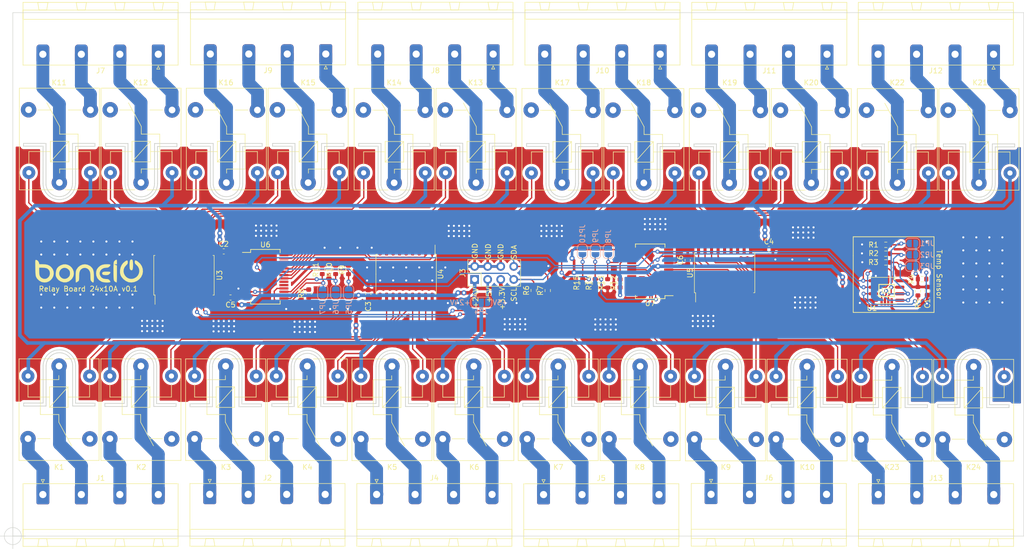
<source format=kicad_pcb>
(kicad_pcb (version 20171130) (host pcbnew "(5.1.6)-1")
  (layers (0 F.Cu signal) (31 B.Cu signal) (34 B.Paste user) (35 F.Paste user) (36 B.SilkS user) (37 F.SilkS user) (38 B.Mask user) (39 F.Mask user) (44 Edge.Cuts user))
  (net 0 "")
  (net 1 "Net-(J1-Pad1)")
  (net 2 "Net-(J1-Pad2)")
  (net 3 "Net-(J2-Pad1)")
  (net 4 "Net-(J2-Pad2)")
  (net 5 "Net-(J4-Pad2)")
  (net 6 "Net-(J4-Pad1)")
  (net 7 "Net-(J5-Pad2)")
  (net 8 "Net-(J5-Pad1)")
  (net 9 "Net-(J8-Pad2)")
  (net 10 "Net-(J8-Pad1)")
  (net 11 "Net-(J9-Pad2)")
  (net 12 "Net-(J9-Pad1)")
  (net 13 "Net-(J10-Pad2)")
  (net 14 "Net-(J10-Pad1)")
  (net 15 "Net-(J11-Pad2)")
  (net 16 "Net-(J11-Pad3)")
  (net 17 "Net-(J11-Pad4)")
  (net 18 GND)
  (net 19 "Net-(J5-Pad3)")
  (net 20 "Net-(J5-Pad4)")
  (net 21 "Net-(J11-Pad1)")
  (net 22 "Net-(J1-Pad3)")
  (net 23 "Net-(J1-Pad4)")
  (net 24 "Net-(J2-Pad4)")
  (net 25 "Net-(J2-Pad3)")
  (net 26 "Net-(J4-Pad4)")
  (net 27 "Net-(J4-Pad3)")
  (net 28 "Net-(J6-Pad3)")
  (net 29 "Net-(J6-Pad4)")
  (net 30 "Net-(J8-Pad3)")
  (net 31 "Net-(J8-Pad4)")
  (net 32 "Net-(J9-Pad4)")
  (net 33 "Net-(J9-Pad3)")
  (net 34 "Net-(J10-Pad3)")
  (net 35 "Net-(J10-Pad4)")
  (net 36 "Net-(J6-Pad1)")
  (net 37 "Net-(J6-Pad2)")
  (net 38 +3V3)
  (net 39 SDA)
  (net 40 SCL)
  (net 41 K20)
  (net 42 K10)
  (net 43 K19)
  (net 44 K9)
  (net 45 K18)
  (net 46 K8)
  (net 47 K17)
  (net 48 K7)
  (net 49 K16)
  (net 50 K6)
  (net 51 K15)
  (net 52 K5)
  (net 53 K14)
  (net 54 K4)
  (net 55 K13)
  (net 56 K3)
  (net 57 K12)
  (net 58 K2)
  (net 59 K11)
  (net 60 K1)
  (net 61 RELAY1)
  (net 62 RELAY2)
  (net 63 RELAY3)
  (net 64 RELAY4)
  (net 65 RELAY11)
  (net 66 RELAY12)
  (net 67 RELAY13)
  (net 68 RELAY14)
  (net 69 RELAY5)
  (net 70 RELAY6)
  (net 71 RELAY7)
  (net 72 RELAY8)
  (net 73 RELAY9)
  (net 74 RELAY10)
  (net 75 RELAY15)
  (net 76 RELAY16)
  (net 77 RELAY17)
  (net 78 RELAY18)
  (net 79 RELAY19)
  (net 80 RELAY20)
  (net 81 +24V)
  (net 82 "Net-(J7-Pad4)")
  (net 83 "Net-(J7-Pad3)")
  (net 84 "Net-(J7-Pad2)")
  (net 85 "Net-(J7-Pad1)")
  (net 86 +5V)
  (net 87 "Net-(J13-Pad4)")
  (net 88 "Net-(J13-Pad3)")
  (net 89 "Net-(J13-Pad2)")
  (net 90 "Net-(J13-Pad1)")
  (net 91 RELAY21)
  (net 92 RELAY22)
  (net 93 RELAY23)
  (net 94 RELAY24)
  (net 95 K22)
  (net 96 K21)
  (net 97 K24)
  (net 98 K23)
  (net 99 "Net-(J12-Pad4)")
  (net 100 "Net-(J12-Pad3)")
  (net 101 "Net-(J12-Pad2)")
  (net 102 "Net-(J12-Pad1)")
  (net 103 VCC)
  (net 104 "Net-(U6-Pad20)")
  (net 105 "Net-(U6-Pad19)")
  (net 106 "Net-(U6-Pad14)")
  (net 107 "Net-(U6-Pad11)")
  (net 108 "Net-(JP2-Pad2)")
  (net 109 "Net-(JP3-Pad2)")
  (net 110 "Net-(JP5-Pad2)")
  (net 111 "Net-(JP6-Pad2)")
  (net 112 "Net-(JP7-Pad2)")
  (net 113 "Net-(JP1-Pad2)")
  (net 114 "Net-(JP8-Pad2)")
  (net 115 "Net-(JP9-Pad2)")
  (net 116 "Net-(JP10-Pad2)")
  (net 117 "Net-(R4-Pad2)")
  (net 118 "Net-(U6-Pad8)")
  (net 119 "Net-(U6-Pad7)")
  (net 120 "Net-(U7-Pad28)")
  (net 121 "Net-(U7-Pad27)")
  (net 122 "Net-(U7-Pad26)")
  (net 123 "Net-(U7-Pad25)")
  (net 124 "Net-(U7-Pad24)")
  (net 125 "Net-(U7-Pad23)")
  (net 126 "Net-(U7-Pad20)")
  (net 127 "Net-(U7-Pad19)")
  (net 128 "Net-(U7-Pad14)")
  (net 129 "Net-(U7-Pad11)")
  (net 130 "Net-(R5-Pad2)")
  (net 131 "Net-(R8-Pad2)")
  (net 132 "Net-(R12-Pad2)")
  (net 133 "Net-(K1-Pad4)")
  (net 134 "Net-(K2-Pad4)")
  (net 135 "Net-(K3-Pad4)")
  (net 136 "Net-(K4-Pad4)")
  (net 137 "Net-(K5-Pad4)")
  (net 138 "Net-(K6-Pad4)")
  (net 139 "Net-(K7-Pad4)")
  (net 140 "Net-(K8-Pad4)")
  (net 141 "Net-(K9-Pad4)")
  (net 142 "Net-(K10-Pad4)")
  (net 143 "Net-(K11-Pad4)")
  (net 144 "Net-(K12-Pad4)")
  (net 145 "Net-(K13-Pad4)")
  (net 146 "Net-(K14-Pad4)")
  (net 147 "Net-(K15-Pad4)")
  (net 148 "Net-(K16-Pad4)")
  (net 149 "Net-(K17-Pad4)")
  (net 150 "Net-(K18-Pad4)")
  (net 151 "Net-(K19-Pad4)")
  (net 152 "Net-(K20-Pad4)")
  (net 153 "Net-(K21-Pad4)")
  (net 154 "Net-(K22-Pad4)")
  (net 155 "Net-(K23-Pad4)")
  (net 156 "Net-(K24-Pad4)")
  (module Relay_THT:Relay_SPDT_SANYOU_SRD_Series_Form_C (layer F.Cu) (at 460.5 296.908 90)
    (fp_text reference K22 (at 19.563 -0.021 180) (layer F.SilkS))
    (fp_text value SANYOU_SRD_Form_C)
    (pad 1 thru_hole circle (at 0 0 180) (size 3 3) (drill 1.3) (layers *.Cu *.Mask) (net 99 "Net-(J12-Pad4)"))
    (pad 5 thru_hole circle (at 1.95 -5.95 180) (size 2.5 2.5) (drill 1) (layers *.Cu *.Mask) (net 92 RELAY22))
    (pad 4 thru_hole circle (at 14.2 -6 180) (size 3 3) (drill 1.3) (layers *.Cu *.Mask) (net 154 "Net-(K22-Pad4)"))
    (pad 3 thru_hole circle (at 14.15 6.05 180) (size 3 3) (drill 1.3) (layers *.Cu *.Mask) (net 100 "Net-(J12-Pad3)"))
    (pad 2 thru_hole circle (at 1.95 6.05 180) (size 2.5 2.5) (drill 1) (layers *.Cu *.Mask) (net 103 VCC))
  )
  (module Relay_THT:Relay_SPDT_SANYOU_SRD_Series_Form_C (layer F.Cu) (at 476.4 296.908 90)
    (fp_text reference K21 (at 19.563 0.208 180) (layer F.SilkS))
    (fp_text value SANYOU_SRD_Form_C)
    (pad 1 thru_hole circle (at 0 0 180) (size 3 3) (drill 1.3) (layers *.Cu *.Mask) (net 101 "Net-(J12-Pad2)"))
    (pad 5 thru_hole circle (at 1.95 -5.95 180) (size 2.5 2.5) (drill 1) (layers *.Cu *.Mask) (net 91 RELAY21))
    (pad 4 thru_hole circle (at 14.2 -6 180) (size 3 3) (drill 1.3) (layers *.Cu *.Mask) (net 153 "Net-(K21-Pad4)"))
    (pad 3 thru_hole circle (at 14.15 6.05 180) (size 3 3) (drill 1.3) (layers *.Cu *.Mask) (net 102 "Net-(J12-Pad1)"))
    (pad 2 thru_hole circle (at 1.95 6.05 180) (size 2.5 2.5) (drill 1) (layers *.Cu *.Mask) (net 103 VCC))
  )
  (module Relay_THT:Relay_SPDT_SANYOU_SRD_Series_Form_C (layer F.Cu) (at 443.73 296.908 90)
    (fp_text reference K20 (at 19.563 -0.015 180) (layer F.SilkS))
    (fp_text value SANYOU_SRD_Form_C)
    (pad 1 thru_hole circle (at 0 0 180) (size 3 3) (drill 1.3) (layers *.Cu *.Mask) (net 15 "Net-(J11-Pad2)"))
    (pad 5 thru_hole circle (at 1.95 -5.95 180) (size 2.5 2.5) (drill 1) (layers *.Cu *.Mask) (net 80 RELAY20))
    (pad 4 thru_hole circle (at 14.2 -6 180) (size 3 3) (drill 1.3) (layers *.Cu *.Mask) (net 152 "Net-(K20-Pad4)"))
    (pad 3 thru_hole circle (at 14.15 6.05 180) (size 3 3) (drill 1.3) (layers *.Cu *.Mask) (net 21 "Net-(J11-Pad1)"))
    (pad 2 thru_hole circle (at 1.95 6.05 180) (size 2.5 2.5) (drill 1) (layers *.Cu *.Mask) (net 103 VCC))
  )
  (module Relay_THT:Relay_SPDT_SANYOU_SRD_Series_Form_C (layer F.Cu) (at 427.76 296.908 90)
    (fp_text reference K19 (at 19.563 0.08 180) (layer F.SilkS))
    (fp_text value SANYOU_SRD_Form_C)
    (pad 1 thru_hole circle (at 0 0 180) (size 3 3) (drill 1.3) (layers *.Cu *.Mask) (net 17 "Net-(J11-Pad4)"))
    (pad 5 thru_hole circle (at 1.95 -5.95 180) (size 2.5 2.5) (drill 1) (layers *.Cu *.Mask) (net 79 RELAY19))
    (pad 4 thru_hole circle (at 14.2 -6 180) (size 3 3) (drill 1.3) (layers *.Cu *.Mask) (net 151 "Net-(K19-Pad4)"))
    (pad 3 thru_hole circle (at 14.15 6.05 180) (size 3 3) (drill 1.3) (layers *.Cu *.Mask) (net 16 "Net-(J11-Pad3)"))
    (pad 2 thru_hole circle (at 1.95 6.05 180) (size 2.5 2.5) (drill 1) (layers *.Cu *.Mask) (net 103 VCC))
  )
  (module Relay_THT:Relay_SPDT_SANYOU_SRD_Series_Form_C (layer F.Cu) (at 411.1 296.898 90)
    (fp_text reference K18 (at 19.553 -0.024 180) (layer F.SilkS))
    (fp_text value SANYOU_SRD_Form_C)
    (pad 1 thru_hole circle (at 0 0 180) (size 3 3) (drill 1.3) (layers *.Cu *.Mask) (net 13 "Net-(J10-Pad2)"))
    (pad 5 thru_hole circle (at 1.95 -5.95 180) (size 2.5 2.5) (drill 1) (layers *.Cu *.Mask) (net 78 RELAY18))
    (pad 4 thru_hole circle (at 14.2 -6 180) (size 3 3) (drill 1.3) (layers *.Cu *.Mask) (net 150 "Net-(K18-Pad4)"))
    (pad 3 thru_hole circle (at 14.15 6.05 180) (size 3 3) (drill 1.3) (layers *.Cu *.Mask) (net 14 "Net-(J10-Pad1)"))
    (pad 2 thru_hole circle (at 1.95 6.05 180) (size 2.5 2.5) (drill 1) (layers *.Cu *.Mask) (net 103 VCC))
  )
  (module Relay_THT:Relay_SPDT_SANYOU_SRD_Series_Form_C (layer F.Cu) (at 395.15 296.888 90)
    (fp_text reference K17 (at 19.543 0.051 180) (layer F.SilkS))
    (fp_text value SANYOU_SRD_Form_C)
    (pad 1 thru_hole circle (at 0 0 180) (size 3 3) (drill 1.3) (layers *.Cu *.Mask) (net 35 "Net-(J10-Pad4)"))
    (pad 5 thru_hole circle (at 1.95 -5.95 180) (size 2.5 2.5) (drill 1) (layers *.Cu *.Mask) (net 77 RELAY17))
    (pad 4 thru_hole circle (at 14.2 -6 180) (size 3 3) (drill 1.3) (layers *.Cu *.Mask) (net 149 "Net-(K17-Pad4)"))
    (pad 3 thru_hole circle (at 14.15 6.05 180) (size 3 3) (drill 1.3) (layers *.Cu *.Mask) (net 34 "Net-(J10-Pad3)"))
    (pad 2 thru_hole circle (at 1.95 6.05 180) (size 2.5 2.5) (drill 1) (layers *.Cu *.Mask) (net 103 VCC))
  )
  (module Relay_THT:Relay_SPDT_SANYOU_SRD_Series_Form_C (layer F.Cu) (at 329.75 296.838 90)
    (fp_text reference K16 (at 19.493 -0.081 180) (layer F.SilkS))
    (fp_text value SANYOU_SRD_Form_C)
    (pad 1 thru_hole circle (at 0 0 180) (size 3 3) (drill 1.3) (layers *.Cu *.Mask) (net 32 "Net-(J9-Pad4)"))
    (pad 5 thru_hole circle (at 1.95 -5.95 180) (size 2.5 2.5) (drill 1) (layers *.Cu *.Mask) (net 67 RELAY13))
    (pad 4 thru_hole circle (at 14.2 -6 180) (size 3 3) (drill 1.3) (layers *.Cu *.Mask) (net 148 "Net-(K16-Pad4)"))
    (pad 3 thru_hole circle (at 14.15 6.05 180) (size 3 3) (drill 1.3) (layers *.Cu *.Mask) (net 33 "Net-(J9-Pad3)"))
    (pad 2 thru_hole circle (at 1.95 6.05 180) (size 2.5 2.5) (drill 1) (layers *.Cu *.Mask) (net 103 VCC))
  )
  (module Relay_THT:Relay_SPDT_SANYOU_SRD_Series_Form_C (layer F.Cu) (at 345.69 296.838 90)
    (fp_text reference K15 (at 19.493 -0.019 180) (layer F.SilkS))
    (fp_text value SANYOU_SRD_Form_C)
    (pad 1 thru_hole circle (at 0 0 180) (size 3 3) (drill 1.3) (layers *.Cu *.Mask) (net 11 "Net-(J9-Pad2)"))
    (pad 5 thru_hole circle (at 1.95 -5.95 180) (size 2.5 2.5) (drill 1) (layers *.Cu *.Mask) (net 68 RELAY14))
    (pad 4 thru_hole circle (at 14.2 -6 180) (size 3 3) (drill 1.3) (layers *.Cu *.Mask) (net 147 "Net-(K15-Pad4)"))
    (pad 3 thru_hole circle (at 14.15 6.05 180) (size 3 3) (drill 1.3) (layers *.Cu *.Mask) (net 12 "Net-(J9-Pad1)"))
    (pad 2 thru_hole circle (at 1.95 6.05 180) (size 2.5 2.5) (drill 1) (layers *.Cu *.Mask) (net 103 VCC))
  )
  (module Relay_THT:Relay_SPDT_SANYOU_SRD_Series_Form_C (layer F.Cu) (at 362.45 296.868 90)
    (fp_text reference K14 (at 19.523 -0.015 180) (layer F.SilkS))
    (fp_text value SANYOU_SRD_Form_C)
    (pad 1 thru_hole circle (at 0 0 180) (size 3 3) (drill 1.3) (layers *.Cu *.Mask) (net 31 "Net-(J8-Pad4)"))
    (pad 5 thru_hole circle (at 1.95 -5.95 180) (size 2.5 2.5) (drill 1) (layers *.Cu *.Mask) (net 75 RELAY15))
    (pad 4 thru_hole circle (at 14.2 -6 180) (size 3 3) (drill 1.3) (layers *.Cu *.Mask) (net 146 "Net-(K14-Pad4)"))
    (pad 3 thru_hole circle (at 14.15 6.05 180) (size 3 3) (drill 1.3) (layers *.Cu *.Mask) (net 30 "Net-(J8-Pad3)"))
    (pad 2 thru_hole circle (at 1.95 6.05 180) (size 2.5 2.5) (drill 1) (layers *.Cu *.Mask) (net 103 VCC))
  )
  (module Relay_THT:Relay_SPDT_SANYOU_SRD_Series_Form_C (layer F.Cu) (at 378.4 296.868 90)
    (fp_text reference K13 (at 19.523 -0.09 180) (layer F.SilkS))
    (fp_text value SANYOU_SRD_Form_C)
    (pad 1 thru_hole circle (at 0 0 180) (size 3 3) (drill 1.3) (layers *.Cu *.Mask) (net 9 "Net-(J8-Pad2)"))
    (pad 5 thru_hole circle (at 1.95 -5.95 180) (size 2.5 2.5) (drill 1) (layers *.Cu *.Mask) (net 76 RELAY16))
    (pad 4 thru_hole circle (at 14.2 -6 180) (size 3 3) (drill 1.3) (layers *.Cu *.Mask) (net 145 "Net-(K13-Pad4)"))
    (pad 3 thru_hole circle (at 14.15 6.05 180) (size 3 3) (drill 1.3) (layers *.Cu *.Mask) (net 10 "Net-(J8-Pad1)"))
    (pad 2 thru_hole circle (at 1.95 6.05 180) (size 2.5 2.5) (drill 1) (layers *.Cu *.Mask) (net 103 VCC))
  )
  (module Relay_THT:Relay_SPDT_SANYOU_SRD_Series_Form_C (layer F.Cu) (at 475.37 332.678 270)
    (fp_text reference K24 (at 19.597 0.032 180) (layer F.SilkS))
    (fp_text value SANYOU_SRD_Form_C)
    (pad 1 thru_hole circle (at 0 0) (size 3 3) (drill 1.3) (layers *.Cu *.Mask) (net 87 "Net-(J13-Pad4)"))
    (pad 5 thru_hole circle (at 1.95 -5.95) (size 2.5 2.5) (drill 1) (layers *.Cu *.Mask) (net 94 RELAY24))
    (pad 4 thru_hole circle (at 14.2 -6) (size 3 3) (drill 1.3) (layers *.Cu *.Mask) (net 156 "Net-(K24-Pad4)"))
    (pad 3 thru_hole circle (at 14.15 6.05) (size 3 3) (drill 1.3) (layers *.Cu *.Mask) (net 88 "Net-(J13-Pad3)"))
    (pad 2 thru_hole circle (at 1.95 6.05) (size 2.5 2.5) (drill 1) (layers *.Cu *.Mask) (net 103 VCC))
  )
  (module Relay_THT:Relay_SPDT_SANYOU_SRD_Series_Form_C (layer F.Cu) (at 459.46 332.678 270)
    (fp_text reference K23 (at 19.597 -0.003 180) (layer F.SilkS))
    (fp_text value SANYOU_SRD_Form_C)
    (pad 1 thru_hole circle (at 0 0) (size 3 3) (drill 1.3) (layers *.Cu *.Mask) (net 89 "Net-(J13-Pad2)"))
    (pad 5 thru_hole circle (at 1.95 -5.95) (size 2.5 2.5) (drill 1) (layers *.Cu *.Mask) (net 93 RELAY23))
    (pad 4 thru_hole circle (at 14.2 -6) (size 3 3) (drill 1.3) (layers *.Cu *.Mask) (net 155 "Net-(K23-Pad4)"))
    (pad 3 thru_hole circle (at 14.15 6.05) (size 3 3) (drill 1.3) (layers *.Cu *.Mask) (net 90 "Net-(J13-Pad1)"))
    (pad 2 thru_hole circle (at 1.95 6.05) (size 2.5 2.5) (drill 1) (layers *.Cu *.Mask) (net 103 VCC))
  )
  (module Relay_THT:Relay_SPDT_SANYOU_SRD_Series_Form_C (layer F.Cu) (at 313.12 296.828 90)
    (fp_text reference K12 (at 19.483 -0.088 180) (layer F.SilkS))
    (fp_text value SANYOU_SRD_Form_C)
    (pad 1 thru_hole circle (at 0 0 180) (size 3 3) (drill 1.3) (layers *.Cu *.Mask) (net 84 "Net-(J7-Pad2)"))
    (pad 5 thru_hole circle (at 1.95 -5.95 180) (size 2.5 2.5) (drill 1) (layers *.Cu *.Mask) (net 66 RELAY12))
    (pad 4 thru_hole circle (at 14.2 -6 180) (size 3 3) (drill 1.3) (layers *.Cu *.Mask) (net 144 "Net-(K12-Pad4)"))
    (pad 3 thru_hole circle (at 14.15 6.05 180) (size 3 3) (drill 1.3) (layers *.Cu *.Mask) (net 85 "Net-(J7-Pad1)"))
    (pad 2 thru_hole circle (at 1.95 6.05 180) (size 2.5 2.5) (drill 1) (layers *.Cu *.Mask) (net 103 VCC))
  )
  (module Relay_THT:Relay_SPDT_SANYOU_SRD_Series_Form_C (layer F.Cu) (at 297.21 296.828 90)
    (fp_text reference K11 (at 19.483 -0.053 180) (layer F.SilkS))
    (fp_text value SANYOU_SRD_Form_C)
    (pad 1 thru_hole circle (at 0 0 180) (size 3 3) (drill 1.3) (layers *.Cu *.Mask) (net 82 "Net-(J7-Pad4)"))
    (pad 5 thru_hole circle (at 1.95 -5.95 180) (size 2.5 2.5) (drill 1) (layers *.Cu *.Mask) (net 65 RELAY11))
    (pad 4 thru_hole circle (at 14.2 -6 180) (size 3 3) (drill 1.3) (layers *.Cu *.Mask) (net 143 "Net-(K11-Pad4)"))
    (pad 3 thru_hole circle (at 14.15 6.05 180) (size 3 3) (drill 1.3) (layers *.Cu *.Mask) (net 83 "Net-(J7-Pad3)"))
    (pad 2 thru_hole circle (at 1.95 6.05 180) (size 2.5 2.5) (drill 1) (layers *.Cu *.Mask) (net 103 VCC))
  )
  (module Relay_THT:Relay_SPDT_SANYOU_SRD_Series_Form_C (layer F.Cu) (at 442.91 332.648 270)
    (fp_text reference K10 (at 19.627 -0.043 180) (layer F.SilkS))
    (fp_text value SANYOU_SRD_Form_C)
    (pad 1 thru_hole circle (at 0 0) (size 3 3) (drill 1.3) (layers *.Cu *.Mask) (net 29 "Net-(J6-Pad4)"))
    (pad 5 thru_hole circle (at 1.95 -5.95) (size 2.5 2.5) (drill 1) (layers *.Cu *.Mask) (net 74 RELAY10))
    (pad 4 thru_hole circle (at 14.2 -6) (size 3 3) (drill 1.3) (layers *.Cu *.Mask) (net 142 "Net-(K10-Pad4)"))
    (pad 3 thru_hole circle (at 14.15 6.05) (size 3 3) (drill 1.3) (layers *.Cu *.Mask) (net 28 "Net-(J6-Pad3)"))
    (pad 2 thru_hole circle (at 1.95 6.05) (size 2.5 2.5) (drill 1) (layers *.Cu *.Mask) (net 103 VCC))
  )
  (module Relay_THT:Relay_SPDT_SANYOU_SRD_Series_Form_C (layer F.Cu) (at 427.01 332.648 270)
    (fp_text reference K9 (at 19.627 -0.068 180) (layer F.SilkS))
    (fp_text value SANYOU_SRD_Form_C)
    (pad 1 thru_hole circle (at 0 0) (size 3 3) (drill 1.3) (layers *.Cu *.Mask) (net 37 "Net-(J6-Pad2)"))
    (pad 5 thru_hole circle (at 1.95 -5.95) (size 2.5 2.5) (drill 1) (layers *.Cu *.Mask) (net 73 RELAY9))
    (pad 4 thru_hole circle (at 14.2 -6) (size 3 3) (drill 1.3) (layers *.Cu *.Mask) (net 141 "Net-(K9-Pad4)"))
    (pad 3 thru_hole circle (at 14.15 6.05) (size 3 3) (drill 1.3) (layers *.Cu *.Mask) (net 36 "Net-(J6-Pad1)"))
    (pad 2 thru_hole circle (at 1.95 6.05) (size 2.5 2.5) (drill 1) (layers *.Cu *.Mask) (net 103 VCC))
  )
  (module Relay_THT:Relay_SPDT_SANYOU_SRD_Series_Form_C (layer F.Cu) (at 410.37 332.608 270)
    (fp_text reference K8 (at 19.667 0.056 180) (layer F.SilkS))
    (fp_text value SANYOU_SRD_Form_C)
    (pad 1 thru_hole circle (at 0 0) (size 3 3) (drill 1.3) (layers *.Cu *.Mask) (net 20 "Net-(J5-Pad4)"))
    (pad 5 thru_hole circle (at 1.95 -5.95) (size 2.5 2.5) (drill 1) (layers *.Cu *.Mask) (net 72 RELAY8))
    (pad 4 thru_hole circle (at 14.2 -6) (size 3 3) (drill 1.3) (layers *.Cu *.Mask) (net 140 "Net-(K8-Pad4)"))
    (pad 3 thru_hole circle (at 14.15 6.05) (size 3 3) (drill 1.3) (layers *.Cu *.Mask) (net 19 "Net-(J5-Pad3)"))
    (pad 2 thru_hole circle (at 1.95 6.05) (size 2.5 2.5) (drill 1) (layers *.Cu *.Mask) (net 103 VCC))
  )
  (module Relay_THT:Relay_SPDT_SANYOU_SRD_Series_Form_C (layer F.Cu) (at 394.42 332.608 270)
    (fp_text reference K7 (at 19.667 -0.019 180) (layer F.SilkS))
    (fp_text value SANYOU_SRD_Form_C)
    (pad 1 thru_hole circle (at 0 0) (size 3 3) (drill 1.3) (layers *.Cu *.Mask) (net 7 "Net-(J5-Pad2)"))
    (pad 5 thru_hole circle (at 1.95 -5.95) (size 2.5 2.5) (drill 1) (layers *.Cu *.Mask) (net 71 RELAY7))
    (pad 4 thru_hole circle (at 14.2 -6) (size 3 3) (drill 1.3) (layers *.Cu *.Mask) (net 139 "Net-(K7-Pad4)"))
    (pad 3 thru_hole circle (at 14.15 6.05) (size 3 3) (drill 1.3) (layers *.Cu *.Mask) (net 8 "Net-(J5-Pad1)"))
    (pad 2 thru_hole circle (at 1.95 6.05) (size 2.5 2.5) (drill 1) (layers *.Cu *.Mask) (net 103 VCC))
  )
  (module Relay_THT:Relay_SPDT_SANYOU_SRD_Series_Form_C (layer F.Cu) (at 377.97 332.598 270)
    (fp_text reference K6 (at 19.677 -0.086 180) (layer F.SilkS))
    (fp_text value SANYOU_SRD_Form_C)
    (pad 1 thru_hole circle (at 0 0) (size 3 3) (drill 1.3) (layers *.Cu *.Mask) (net 26 "Net-(J4-Pad4)"))
    (pad 5 thru_hole circle (at 1.95 -5.95) (size 2.5 2.5) (drill 1) (layers *.Cu *.Mask) (net 70 RELAY6))
    (pad 4 thru_hole circle (at 14.2 -6) (size 3 3) (drill 1.3) (layers *.Cu *.Mask) (net 138 "Net-(K6-Pad4)"))
    (pad 3 thru_hole circle (at 14.15 6.05) (size 3 3) (drill 1.3) (layers *.Cu *.Mask) (net 27 "Net-(J4-Pad3)"))
    (pad 2 thru_hole circle (at 1.95 6.05) (size 2.5 2.5) (drill 1) (layers *.Cu *.Mask) (net 103 VCC))
  )
  (module Relay_THT:Relay_SPDT_SANYOU_SRD_Series_Form_C (layer F.Cu) (at 362.02 332.598 270)
    (fp_text reference K5 (at 19.677 -0.034 180) (layer F.SilkS))
    (fp_text value SANYOU_SRD_Form_C)
    (pad 1 thru_hole circle (at 0 0) (size 3 3) (drill 1.3) (layers *.Cu *.Mask) (net 5 "Net-(J4-Pad2)"))
    (pad 5 thru_hole circle (at 1.95 -5.95) (size 2.5 2.5) (drill 1) (layers *.Cu *.Mask) (net 69 RELAY5))
    (pad 4 thru_hole circle (at 14.2 -6) (size 3 3) (drill 1.3) (layers *.Cu *.Mask) (net 137 "Net-(K5-Pad4)"))
    (pad 3 thru_hole circle (at 14.15 6.05) (size 3 3) (drill 1.3) (layers *.Cu *.Mask) (net 6 "Net-(J4-Pad1)"))
    (pad 2 thru_hole circle (at 1.95 6.05) (size 2.5 2.5) (drill 1) (layers *.Cu *.Mask) (net 103 VCC))
  )
  (module Relay_THT:Relay_SPDT_SANYOU_SRD_Series_Form_C (layer F.Cu) (at 345.52 332.578 270)
    (fp_text reference K4 (at 19.697 -0.024 180) (layer F.SilkS))
    (fp_text value SANYOU_SRD_Form_C)
    (pad 1 thru_hole circle (at 0 0) (size 3 3) (drill 1.3) (layers *.Cu *.Mask) (net 24 "Net-(J2-Pad4)"))
    (pad 5 thru_hole circle (at 1.95 -5.95) (size 2.5 2.5) (drill 1) (layers *.Cu *.Mask) (net 64 RELAY4))
    (pad 4 thru_hole circle (at 14.2 -6) (size 3 3) (drill 1.3) (layers *.Cu *.Mask) (net 136 "Net-(K4-Pad4)"))
    (pad 3 thru_hole circle (at 14.15 6.05) (size 3 3) (drill 1.3) (layers *.Cu *.Mask) (net 25 "Net-(J2-Pad3)"))
    (pad 2 thru_hole circle (at 1.95 6.05) (size 2.5 2.5) (drill 1) (layers *.Cu *.Mask) (net 103 VCC))
  )
  (module Relay_THT:Relay_SPDT_SANYOU_SRD_Series_Form_C (layer F.Cu) (at 329.61 332.578 270)
    (fp_text reference K3 (at 19.697 -0.059 180) (layer F.SilkS))
    (fp_text value SANYOU_SRD_Form_C)
    (pad 1 thru_hole circle (at 0 0) (size 3 3) (drill 1.3) (layers *.Cu *.Mask) (net 4 "Net-(J2-Pad2)"))
    (pad 5 thru_hole circle (at 1.95 -5.95) (size 2.5 2.5) (drill 1) (layers *.Cu *.Mask) (net 63 RELAY3))
    (pad 4 thru_hole circle (at 14.2 -6) (size 3 3) (drill 1.3) (layers *.Cu *.Mask) (net 135 "Net-(K3-Pad4)"))
    (pad 3 thru_hole circle (at 14.15 6.05) (size 3 3) (drill 1.3) (layers *.Cu *.Mask) (net 3 "Net-(J2-Pad1)"))
    (pad 2 thru_hole circle (at 1.95 6.05) (size 2.5 2.5) (drill 1) (layers *.Cu *.Mask) (net 103 VCC))
  )
  (module Relay_THT:Relay_SPDT_SANYOU_SRD_Series_Form_C (layer F.Cu) (at 313.1 332.568 270)
    (fp_text reference K2 (at 19.707 -0.059 180) (layer F.SilkS))
    (fp_text value SANYOU_SRD_Form_C)
    (pad 1 thru_hole circle (at 0 0) (size 3 3) (drill 1.3) (layers *.Cu *.Mask) (net 23 "Net-(J1-Pad4)"))
    (pad 5 thru_hole circle (at 1.95 -5.95) (size 2.5 2.5) (drill 1) (layers *.Cu *.Mask) (net 62 RELAY2))
    (pad 4 thru_hole circle (at 14.2 -6) (size 3 3) (drill 1.3) (layers *.Cu *.Mask) (net 134 "Net-(K2-Pad4)"))
    (pad 3 thru_hole circle (at 14.15 6.05) (size 3 3) (drill 1.3) (layers *.Cu *.Mask) (net 22 "Net-(J1-Pad3)"))
    (pad 2 thru_hole circle (at 1.95 6.05) (size 2.5 2.5) (drill 1) (layers *.Cu *.Mask) (net 103 VCC))
  )
  (module Relay_THT:Relay_SPDT_SANYOU_SRD_Series_Form_C (layer F.Cu) (at 297.15 332.568 270)
    (fp_text reference K1 (at 19.707 -0.007 180) (layer F.SilkS))
    (fp_text value SANYOU_SRD_Form_C)
    (pad 1 thru_hole circle (at 0 0) (size 3 3) (drill 1.3) (layers *.Cu *.Mask) (net 2 "Net-(J1-Pad2)"))
    (pad 5 thru_hole circle (at 1.95 -5.95) (size 2.5 2.5) (drill 1) (layers *.Cu *.Mask) (net 61 RELAY1))
    (pad 4 thru_hole circle (at 14.2 -6) (size 3 3) (drill 1.3) (layers *.Cu *.Mask) (net 133 "Net-(K1-Pad4)"))
    (pad 3 thru_hole circle (at 14.15 6.05) (size 3 3) (drill 1.3) (layers *.Cu *.Mask) (net 1 "Net-(J1-Pad1)"))
    (pad 2 thru_hole circle (at 1.95 6.05) (size 2.5 2.5) (drill 1) (layers *.Cu *.Mask) (net 103 VCC))
  )
  (module Resistor_SMD:R_0603_1608Metric (layer F.Cu) (at 465.325 315.628)
    (fp_text reference R4 (at -2.075 0.01 90) (layer F.SilkS))
    (fp_text value 4.7k)
    (pad 2 smd roundrect (at 0.825 0) (size 0.8 0.95) (layers F.Cu F.Paste F.Mask) (net 117 "Net-(R4-Pad2)"))
    (pad 1 smd roundrect (at -0.825 0) (size 0.8 0.95) (layers F.Cu F.Paste F.Mask) (net 38 +3V3))
  )
  (module Jumper:SolderJumper-2_P1.3mm_Open_RoundedPad1.0x1.5mm (layer B.Cu) (at 399.13 310.228 270)
    (fp_text reference JP10 (at -3.419 -0.008 270) (layer B.SilkS) (effects (justify mirror)))
    (fp_text value NO_Small)
    (pad 2 smd custom (at 0.65 0 270) (size 1 0.5) (layers B.Cu B.Mask) (net 116 "Net-(JP10-Pad2)") (options (clearance outline) (anchor rect)) (primitives (gr_circle (center 0 -0.25) (end 0.5 -0.25) (width 0)) (gr_circle (center 0 0.25) (end 0.5 0.25) (width 0)) (gr_poly (pts (xy 0 0.75) (xy -0.5 0.75) (xy -0.5 -0.75) (xy 0 -0.75)) (width 0))))
    (pad 1 smd custom (at -0.65 0 270) (size 1 0.5) (layers B.Cu B.Mask) (net 38 +3V3) (options (clearance outline) (anchor rect)) (primitives (gr_circle (center 0 -0.25) (end 0.5 -0.25) (width 0)) (gr_circle (center 0 0.25) (end 0.5 0.25) (width 0)) (gr_poly (pts (xy 0 0.75) (xy 0.5 0.75) (xy 0.5 -0.75) (xy 0 -0.75)) (width 0))))
  )
  (module Jumper:SolderJumper-2_P1.3mm_Open_RoundedPad1.0x1.5mm (layer B.Cu) (at 401.68 310.228 270)
    (fp_text reference JP9 (at -3.038 0.002 270) (layer B.SilkS) (effects (justify mirror)))
    (fp_text value NO_Small)
    (pad 2 smd custom (at 0.65 0 270) (size 1 0.5) (layers B.Cu B.Mask) (net 115 "Net-(JP9-Pad2)") (options (clearance outline) (anchor rect)) (primitives (gr_circle (center 0 -0.25) (end 0.5 -0.25) (width 0)) (gr_circle (center 0 0.25) (end 0.5 0.25) (width 0)) (gr_poly (pts (xy 0 0.75) (xy -0.5 0.75) (xy -0.5 -0.75) (xy 0 -0.75)) (width 0))))
    (pad 1 smd custom (at -0.65 0 270) (size 1 0.5) (layers B.Cu B.Mask) (net 38 +3V3) (options (clearance outline) (anchor rect)) (primitives (gr_circle (center 0 -0.25) (end 0.5 -0.25) (width 0)) (gr_circle (center 0 0.25) (end 0.5 0.25) (width 0)) (gr_poly (pts (xy 0 0.75) (xy 0.5 0.75) (xy 0.5 -0.75) (xy 0 -0.75)) (width 0))))
  )
  (module Jumper:SolderJumper-2_P1.3mm_Open_RoundedPad1.0x1.5mm (layer B.Cu) (at 404.18 310.228 270)
    (fp_text reference JP8 (at -2.911 -0.01 270) (layer B.SilkS) (effects (justify mirror)))
    (fp_text value NO_Small)
    (pad 2 smd custom (at 0.65 0 270) (size 1 0.5) (layers B.Cu B.Mask) (net 114 "Net-(JP8-Pad2)") (options (clearance outline) (anchor rect)) (primitives (gr_circle (center 0 -0.25) (end 0.5 -0.25) (width 0)) (gr_circle (center 0 0.25) (end 0.5 0.25) (width 0)) (gr_poly (pts (xy 0 0.75) (xy -0.5 0.75) (xy -0.5 -0.75) (xy 0 -0.75)) (width 0))))
    (pad 1 smd custom (at -0.65 0 270) (size 1 0.5) (layers B.Cu B.Mask) (net 38 +3V3) (options (clearance outline) (anchor rect)) (primitives (gr_circle (center 0 -0.25) (end 0.5 -0.25) (width 0)) (gr_circle (center 0 0.25) (end 0.5 0.25) (width 0)) (gr_poly (pts (xy 0 0.75) (xy 0.5 0.75) (xy 0.5 -0.75) (xy 0 -0.75)) (width 0))))
  )
  (module Jumper:SolderJumper-2_P1.3mm_Open_RoundedPad1.0x1.5mm (layer B.Cu) (at 348.52 318.198 90)
    (fp_text reference JP7 (at -2.97 0 270) (layer B.SilkS) (effects (justify mirror)))
    (fp_text value NO_Small)
    (pad 2 smd custom (at 0.65 0 90) (size 1 0.5) (layers B.Cu B.Mask) (net 112 "Net-(JP7-Pad2)") (options (clearance outline) (anchor rect)) (primitives (gr_circle (center 0 -0.25) (end 0.5 -0.25) (width 0)) (gr_circle (center 0 0.25) (end 0.5 0.25) (width 0)) (gr_poly (pts (xy 0 0.75) (xy -0.5 0.75) (xy -0.5 -0.75) (xy 0 -0.75)) (width 0))))
    (pad 1 smd custom (at -0.65 0 90) (size 1 0.5) (layers B.Cu B.Mask) (net 38 +3V3) (options (clearance outline) (anchor rect)) (primitives (gr_circle (center 0 -0.25) (end 0.5 -0.25) (width 0)) (gr_circle (center 0 0.25) (end 0.5 0.25) (width 0)) (gr_poly (pts (xy 0 0.75) (xy 0.5 0.75) (xy 0.5 -0.75) (xy 0 -0.75)) (width 0))))
  )
  (module Jumper:SolderJumper-2_P1.3mm_Open_RoundedPad1.0x1.5mm (layer B.Cu) (at 351.07 318.198 90)
    (fp_text reference JP6 (at -2.97 0.04 270) (layer B.SilkS) (effects (justify mirror)))
    (fp_text value NO_Small)
    (pad 2 smd custom (at 0.65 0 90) (size 1 0.5) (layers B.Cu B.Mask) (net 111 "Net-(JP6-Pad2)") (options (clearance outline) (anchor rect)) (primitives (gr_circle (center 0 -0.25) (end 0.5 -0.25) (width 0)) (gr_circle (center 0 0.25) (end 0.5 0.25) (width 0)) (gr_poly (pts (xy 0 0.75) (xy -0.5 0.75) (xy -0.5 -0.75) (xy 0 -0.75)) (width 0))))
    (pad 1 smd custom (at -0.65 0 90) (size 1 0.5) (layers B.Cu B.Mask) (net 38 +3V3) (options (clearance outline) (anchor rect)) (primitives (gr_circle (center 0 -0.25) (end 0.5 -0.25) (width 0)) (gr_circle (center 0 0.25) (end 0.5 0.25) (width 0)) (gr_poly (pts (xy 0 0.75) (xy 0.5 0.75) (xy 0.5 -0.75) (xy 0 -0.75)) (width 0))))
  )
  (module Jumper:SolderJumper-2_P1.3mm_Open_RoundedPad1.0x1.5mm (layer B.Cu) (at 353.57 318.198 90)
    (fp_text reference JP5 (at -2.97 0.07 270) (layer B.SilkS) (effects (justify mirror)))
    (fp_text value NO_Small)
    (pad 2 smd custom (at 0.65 0 90) (size 1 0.5) (layers B.Cu B.Mask) (net 110 "Net-(JP5-Pad2)") (options (clearance outline) (anchor rect)) (primitives (gr_circle (center 0 -0.25) (end 0.5 -0.25) (width 0)) (gr_circle (center 0 0.25) (end 0.5 0.25) (width 0)) (gr_poly (pts (xy 0 0.75) (xy -0.5 0.75) (xy -0.5 -0.75) (xy 0 -0.75)) (width 0))))
    (pad 1 smd custom (at -0.65 0 90) (size 1 0.5) (layers B.Cu B.Mask) (net 38 +3V3) (options (clearance outline) (anchor rect)) (primitives (gr_circle (center 0 -0.25) (end 0.5 -0.25) (width 0)) (gr_circle (center 0 0.25) (end 0.5 0.25) (width 0)) (gr_poly (pts (xy 0 0.75) (xy 0.5 0.75) (xy 0.5 -0.75) (xy 0 -0.75)) (width 0))))
  )
  (module Jumper:SolderJumper-2_P1.3mm_Open_RoundedPad1.0x1.5mm (layer B.Cu) (at 463.47 313.128 180)
    (fp_text reference JP3 (at -2.8 0) (layer B.SilkS) (effects (justify mirror)))
    (fp_text value NO_Small)
    (pad 2 smd custom (at 0.65 0 180) (size 1 0.5) (layers B.Cu B.Mask) (net 109 "Net-(JP3-Pad2)") (options (clearance outline) (anchor rect)) (primitives (gr_circle (center 0 -0.25) (end 0.5 -0.25) (width 0)) (gr_circle (center 0 0.25) (end 0.5 0.25) (width 0)) (gr_poly (pts (xy 0 0.75) (xy -0.5 0.75) (xy -0.5 -0.75) (xy 0 -0.75)) (width 0))))
    (pad 1 smd custom (at -0.65 0 180) (size 1 0.5) (layers B.Cu B.Mask) (net 38 +3V3) (options (clearance outline) (anchor rect)) (primitives (gr_circle (center 0 -0.25) (end 0.5 -0.25) (width 0)) (gr_circle (center 0 0.25) (end 0.5 0.25) (width 0)) (gr_poly (pts (xy 0 0.75) (xy 0.5 0.75) (xy 0.5 -0.75) (xy 0 -0.75)) (width 0))))
  )
  (module Jumper:SolderJumper-2_P1.3mm_Open_RoundedPad1.0x1.5mm (layer B.Cu) (at 463.47 310.888 180)
    (fp_text reference JP2 (at -2.8 0) (layer B.SilkS) (effects (justify mirror)))
    (fp_text value NO_Small)
    (pad 2 smd custom (at 0.65 0 180) (size 1 0.5) (layers B.Cu B.Mask) (net 108 "Net-(JP2-Pad2)") (options (clearance outline) (anchor rect)) (primitives (gr_circle (center 0 -0.25) (end 0.5 -0.25) (width 0)) (gr_circle (center 0 0.25) (end 0.5 0.25) (width 0)) (gr_poly (pts (xy 0 0.75) (xy -0.5 0.75) (xy -0.5 -0.75) (xy 0 -0.75)) (width 0))))
    (pad 1 smd custom (at -0.65 0 180) (size 1 0.5) (layers B.Cu B.Mask) (net 38 +3V3) (options (clearance outline) (anchor rect)) (primitives (gr_circle (center 0 -0.25) (end 0.5 -0.25) (width 0)) (gr_circle (center 0 0.25) (end 0.5 0.25) (width 0)) (gr_poly (pts (xy 0 0.75) (xy 0.5 0.75) (xy 0.5 -0.75) (xy 0 -0.75)) (width 0))))
  )
  (module Jumper:SolderJumper-2_P1.3mm_Open_RoundedPad1.0x1.5mm (layer B.Cu) (at 463.47 308.678 180)
    (fp_text reference JP1 (at -2.8 0.01) (layer B.SilkS) (effects (justify mirror)))
    (fp_text value NO_Small)
    (pad 2 smd custom (at 0.65 0 180) (size 1 0.5) (layers B.Cu B.Mask) (net 113 "Net-(JP1-Pad2)") (options (clearance outline) (anchor rect)) (primitives (gr_circle (center 0 -0.25) (end 0.5 -0.25) (width 0)) (gr_circle (center 0 0.25) (end 0.5 0.25) (width 0)) (gr_poly (pts (xy 0 0.75) (xy -0.5 0.75) (xy -0.5 -0.75) (xy 0 -0.75)) (width 0))))
    (pad 1 smd custom (at -0.65 0 180) (size 1 0.5) (layers B.Cu B.Mask) (net 38 +3V3) (options (clearance outline) (anchor rect)) (primitives (gr_circle (center 0 -0.25) (end 0.5 -0.25) (width 0)) (gr_circle (center 0 0.25) (end 0.5 0.25) (width 0)) (gr_poly (pts (xy 0 0.75) (xy 0.5 0.75) (xy 0.5 -0.75) (xy 0 -0.75)) (width 0))))
  )
  (module Package_SO:SO-8_3.9x4.9mm_P1.27mm (layer F.Cu) (at 458.41 317.848)
    (fp_text reference U1 (at -2.86 3.47) (layer F.SilkS))
    (fp_text value MCP9808-E_SO8)
    (pad 8 smd roundrect (at 2.575 -1.905) (size 1.75 0.6) (layers F.Cu F.Paste F.Mask) (net 38 +3V3))
    (pad 7 smd roundrect (at 2.575 -0.635) (size 1.75 0.6) (layers F.Cu F.Paste F.Mask) (net 113 "Net-(JP1-Pad2)"))
    (pad 6 smd roundrect (at 2.575 0.635) (size 1.75 0.6) (layers F.Cu F.Paste F.Mask) (net 108 "Net-(JP2-Pad2)"))
    (pad 5 smd roundrect (at 2.575 1.905) (size 1.75 0.6) (layers F.Cu F.Paste F.Mask) (net 109 "Net-(JP3-Pad2)"))
    (pad 4 smd roundrect (at -2.575 1.905) (size 1.75 0.6) (layers F.Cu F.Paste F.Mask) (net 18 GND))
    (pad 3 smd roundrect (at -2.575 0.635) (size 1.75 0.6) (layers F.Cu F.Paste F.Mask) (net 117 "Net-(R4-Pad2)"))
    (pad 2 smd roundrect (at -2.575 -0.635) (size 1.75 0.6) (layers F.Cu F.Paste F.Mask) (net 40 SCL))
    (pad 1 smd roundrect (at -2.575 -1.905) (size 1.75 0.6) (layers F.Cu F.Paste F.Mask) (net 39 SDA))
  )
  (module Resistor_SMD:R_0603_1608Metric (layer F.Cu) (at 458.25 312.378 180)
    (fp_text reference R3 (at 2.41 0.02) (layer F.SilkS))
    (fp_text value 10k)
    (pad 2 smd roundrect (at 0.825 0 180) (size 0.8 0.95) (layers F.Cu F.Paste F.Mask) (net 18 GND))
    (pad 1 smd roundrect (at -0.825 0 180) (size 0.8 0.95) (layers F.Cu F.Paste F.Mask) (net 109 "Net-(JP3-Pad2)"))
  )
  (module Resistor_SMD:R_0603_1608Metric (layer F.Cu) (at 458.25 310.678 180)
    (fp_text reference R2 (at 2.38 0.06) (layer F.SilkS))
    (fp_text value 10k)
    (pad 2 smd roundrect (at 0.825 0 180) (size 0.8 0.95) (layers F.Cu F.Paste F.Mask) (net 18 GND))
    (pad 1 smd roundrect (at -0.825 0 180) (size 0.8 0.95) (layers F.Cu F.Paste F.Mask) (net 108 "Net-(JP2-Pad2)"))
  )
  (module Resistor_SMD:R_0603_1608Metric (layer F.Cu) (at 458.25 308.948 180)
    (fp_text reference R1 (at 2.39 0) (layer F.SilkS))
    (fp_text value 10k)
    (pad 2 smd roundrect (at 0.825 0 180) (size 0.8 0.95) (layers F.Cu F.Paste F.Mask) (net 18 GND))
    (pad 1 smd roundrect (at -0.825 0 180) (size 0.8 0.95) (layers F.Cu F.Paste F.Mask) (net 113 "Net-(JP1-Pad2)"))
  )
  (module Resistor_SMD:R_0603_1608Metric (layer F.Cu) (at 345.8 318.453 90)
    (fp_text reference R8 (at 0 -1.43 90) (layer F.SilkS))
    (fp_text value 4.7k)
    (pad 2 smd roundrect (at 0.7875 0 90) (size 0.875 0.95) (layers F.Cu F.Paste F.Mask) (net 131 "Net-(R8-Pad2)"))
    (pad 1 smd roundrect (at -0.7875 0 90) (size 0.875 0.95) (layers F.Cu F.Paste F.Mask) (net 38 +3V3))
  )
  (module Resistor_SMD:R_0603_1608Metric (layer F.Cu) (at 399.19 316.468 270)
    (fp_text reference R15 (at -0.1125 1.2 90) (layer F.SilkS))
    (fp_text value 10k)
    (pad 2 smd roundrect (at 0.825 0 270) (size 0.8 0.95) (layers F.Cu F.Paste F.Mask) (net 18 GND))
    (pad 1 smd roundrect (at -0.825 0 270) (size 0.8 0.95) (layers F.Cu F.Paste F.Mask) (net 116 "Net-(JP10-Pad2)"))
  )
  (module Resistor_SMD:R_0603_1608Metric (layer F.Cu) (at 401.616666 316.468 270)
    (fp_text reference R14 (at -0.1125 1.22 90) (layer F.SilkS))
    (fp_text value 10k)
    (pad 2 smd roundrect (at 0.825 0 270) (size 0.8 0.95) (layers F.Cu F.Paste F.Mask) (net 18 GND))
    (pad 1 smd roundrect (at -0.825 0 270) (size 0.8 0.95) (layers F.Cu F.Paste F.Mask) (net 115 "Net-(JP9-Pad2)"))
  )
  (module Resistor_SMD:R_0603_1608Metric (layer F.Cu) (at 404.043332 316.468 270)
    (fp_text reference R13 (at -0.1125 1.21 90) (layer F.SilkS))
    (fp_text value 10k)
    (pad 2 smd roundrect (at 0.825 0 270) (size 0.8 0.95) (layers F.Cu F.Paste F.Mask) (net 18 GND))
    (pad 1 smd roundrect (at -0.825 0 270) (size 0.8 0.95) (layers F.Cu F.Paste F.Mask) (net 114 "Net-(JP8-Pad2)"))
  )
  (module Resistor_SMD:R_0603_1608Metric (layer F.Cu) (at 348.43 313.823 90)
    (fp_text reference R11 (at 0.015 -1.25 90) (layer F.SilkS))
    (fp_text value 10k)
    (pad 2 smd roundrect (at 0.825 0 90) (size 0.8 0.95) (layers F.Cu F.Paste F.Mask) (net 18 GND))
    (pad 1 smd roundrect (at -0.825 0 90) (size 0.8 0.95) (layers F.Cu F.Paste F.Mask) (net 112 "Net-(JP7-Pad2)"))
  )
  (module Resistor_SMD:R_0603_1608Metric (layer F.Cu) (at 351.04 313.823 90)
    (fp_text reference R10 (at -0.015 -1.24 90) (layer F.SilkS))
    (fp_text value 10k)
    (pad 2 smd roundrect (at 0.825 0 90) (size 0.8 0.95) (layers F.Cu F.Paste F.Mask) (net 18 GND))
    (pad 1 smd roundrect (at -0.825 0 90) (size 0.8 0.95) (layers F.Cu F.Paste F.Mask) (net 111 "Net-(JP6-Pad2)"))
  )
  (module Resistor_SMD:R_0603_1608Metric (layer F.Cu) (at 353.55 313.833 90)
    (fp_text reference R9 (at 0.005 -1.21 90) (layer F.SilkS))
    (fp_text value 10k)
    (pad 2 smd roundrect (at 0.825 0 90) (size 0.8 0.95) (layers F.Cu F.Paste F.Mask) (net 18 GND))
    (pad 1 smd roundrect (at -0.825 0 90) (size 0.8 0.95) (layers F.Cu F.Paste F.Mask) (net 110 "Net-(JP5-Pad2)"))
  )
  (module Package_SO:SOIC-18W_7.5x11.6mm_P1.27mm (layer F.Cu) (at 364.78 314.658 270)
    (fp_text reference U4 (at 0 -6.72 90) (layer F.SilkS))
    (fp_text value ULN2803A)
    (pad 18 smd roundrect (at 4.65 -5.08 270) (size 2.05 0.6) (layers F.Cu F.Paste F.Mask) (net 72 RELAY8))
    (pad 17 smd roundrect (at 4.65 -3.81 270) (size 2.05 0.6) (layers F.Cu F.Paste F.Mask) (net 71 RELAY7))
    (pad 16 smd roundrect (at 4.65 -2.54 270) (size 2.05 0.6) (layers F.Cu F.Paste F.Mask) (net 70 RELAY6))
    (pad 15 smd roundrect (at 4.65 -1.27 270) (size 2.05 0.6) (layers F.Cu F.Paste F.Mask) (net 69 RELAY5))
    (pad 14 smd roundrect (at 4.65 0 270) (size 2.05 0.6) (layers F.Cu F.Paste F.Mask) (net 64 RELAY4))
    (pad 13 smd roundrect (at 4.65 1.27 270) (size 2.05 0.6) (layers F.Cu F.Paste F.Mask) (net 63 RELAY3))
    (pad 12 smd roundrect (at 4.65 2.54 270) (size 2.05 0.6) (layers F.Cu F.Paste F.Mask) (net 62 RELAY2))
    (pad 11 smd roundrect (at 4.65 3.81 270) (size 2.05 0.6) (layers F.Cu F.Paste F.Mask) (net 61 RELAY1))
    (pad 10 smd roundrect (at 4.65 5.08 270) (size 2.05 0.6) (layers F.Cu F.Paste F.Mask) (net 103 VCC))
    (pad 9 smd roundrect (at -4.65 5.08 270) (size 2.05 0.6) (layers F.Cu F.Paste F.Mask) (net 18 GND))
    (pad 8 smd roundrect (at -4.65 3.81 270) (size 2.05 0.6) (layers F.Cu F.Paste F.Mask) (net 59 K11))
    (pad 7 smd roundrect (at -4.65 2.54 270) (size 2.05 0.6) (layers F.Cu F.Paste F.Mask) (net 57 K12))
    (pad 6 smd roundrect (at -4.65 1.27 270) (size 2.05 0.6) (layers F.Cu F.Paste F.Mask) (net 55 K13))
    (pad 5 smd roundrect (at -4.65 0 270) (size 2.05 0.6) (layers F.Cu F.Paste F.Mask) (net 53 K14))
    (pad 4 smd roundrect (at -4.65 -1.27 270) (size 2.05 0.6) (layers F.Cu F.Paste F.Mask) (net 51 K15))
    (pad 3 smd roundrect (at -4.65 -2.54 270) (size 2.05 0.6) (layers F.Cu F.Paste F.Mask) (net 49 K16))
    (pad 2 smd roundrect (at -4.65 -3.81 270) (size 2.05 0.6) (layers F.Cu F.Paste F.Mask) (net 97 K24))
    (pad 1 smd roundrect (at -4.65 -5.08 270) (size 2.05 0.6) (layers F.Cu F.Paste F.Mask) (net 98 K23))
  )
  (module Package_SO:SOIC-18W_7.5x11.6mm_P1.27mm (layer F.Cu) (at 321.49 314.878 90)
    (fp_text reference U3 (at -0.01 6.93 90) (layer F.SilkS))
    (fp_text value ULN2803A)
    (pad 18 smd roundrect (at 4.65 -5.08 90) (size 2.05 0.6) (layers F.Cu F.Paste F.Mask) (net 65 RELAY11))
    (pad 17 smd roundrect (at 4.65 -3.81 90) (size 2.05 0.6) (layers F.Cu F.Paste F.Mask) (net 66 RELAY12))
    (pad 16 smd roundrect (at 4.65 -2.54 90) (size 2.05 0.6) (layers F.Cu F.Paste F.Mask) (net 67 RELAY13))
    (pad 15 smd roundrect (at 4.65 -1.27 90) (size 2.05 0.6) (layers F.Cu F.Paste F.Mask) (net 68 RELAY14))
    (pad 14 smd roundrect (at 4.65 0 90) (size 2.05 0.6) (layers F.Cu F.Paste F.Mask) (net 75 RELAY15))
    (pad 13 smd roundrect (at 4.65 1.27 90) (size 2.05 0.6) (layers F.Cu F.Paste F.Mask) (net 76 RELAY16))
    (pad 12 smd roundrect (at 4.65 2.54 90) (size 2.05 0.6) (layers F.Cu F.Paste F.Mask) (net 77 RELAY17))
    (pad 11 smd roundrect (at 4.65 3.81 90) (size 2.05 0.6) (layers F.Cu F.Paste F.Mask) (net 78 RELAY18))
    (pad 10 smd roundrect (at 4.65 5.08 90) (size 2.05 0.6) (layers F.Cu F.Paste F.Mask) (net 103 VCC))
    (pad 9 smd roundrect (at -4.65 5.08 90) (size 2.05 0.6) (layers F.Cu F.Paste F.Mask) (net 18 GND))
    (pad 8 smd roundrect (at -4.65 3.81 90) (size 2.05 0.6) (layers F.Cu F.Paste F.Mask) (net 95 K22))
    (pad 7 smd roundrect (at -4.65 2.54 90) (size 2.05 0.6) (layers F.Cu F.Paste F.Mask) (net 96 K21))
    (pad 6 smd roundrect (at -4.65 1.27 90) (size 2.05 0.6) (layers F.Cu F.Paste F.Mask) (net 50 K6))
    (pad 5 smd roundrect (at -4.65 0 90) (size 2.05 0.6) (layers F.Cu F.Paste F.Mask) (net 52 K5))
    (pad 4 smd roundrect (at -4.65 -1.27 90) (size 2.05 0.6) (layers F.Cu F.Paste F.Mask) (net 54 K4))
    (pad 3 smd roundrect (at -4.65 -2.54 90) (size 2.05 0.6) (layers F.Cu F.Paste F.Mask) (net 56 K3))
    (pad 2 smd roundrect (at -4.65 -3.81 90) (size 2.05 0.6) (layers F.Cu F.Paste F.Mask) (net 58 K2))
    (pad 1 smd roundrect (at -4.65 -5.08 90) (size 2.05 0.6) (layers F.Cu F.Paste F.Mask) (net 60 K1))
  )
  (module Package_SO:SSOP-28_5.3x10.2mm_P0.65mm (layer F.Cu) (at 412.34 314.113 180)
    (fp_text reference U7 (at 0 -6.25) (layer F.SilkS))
    (fp_text value MCP23017_SS)
    (pad 28 smd rect (at 3.6 -4.225 180) (size 1.75 0.45) (layers F.Cu F.Paste F.Mask) (net 120 "Net-(U7-Pad28)"))
    (pad 27 smd rect (at 3.6 -3.575 180) (size 1.75 0.45) (layers F.Cu F.Paste F.Mask) (net 121 "Net-(U7-Pad27)"))
    (pad 26 smd rect (at 3.6 -2.925 180) (size 1.75 0.45) (layers F.Cu F.Paste F.Mask) (net 122 "Net-(U7-Pad26)"))
    (pad 25 smd rect (at 3.6 -2.275 180) (size 1.75 0.45) (layers F.Cu F.Paste F.Mask) (net 123 "Net-(U7-Pad25)"))
    (pad 24 smd rect (at 3.6 -1.625 180) (size 1.75 0.45) (layers F.Cu F.Paste F.Mask) (net 124 "Net-(U7-Pad24)"))
    (pad 23 smd rect (at 3.6 -0.975 180) (size 1.75 0.45) (layers F.Cu F.Paste F.Mask) (net 125 "Net-(U7-Pad23)"))
    (pad 22 smd rect (at 3.6 -0.325 180) (size 1.75 0.45) (layers F.Cu F.Paste F.Mask) (net 95 K22))
    (pad 21 smd rect (at 3.6 0.325 180) (size 1.75 0.45) (layers F.Cu F.Paste F.Mask) (net 96 K21))
    (pad 20 smd rect (at 3.6 0.975 180) (size 1.75 0.45) (layers F.Cu F.Paste F.Mask) (net 126 "Net-(U7-Pad20)"))
    (pad 19 smd rect (at 3.6 1.625 180) (size 1.75 0.45) (layers F.Cu F.Paste F.Mask) (net 127 "Net-(U7-Pad19)"))
    (pad 18 smd rect (at 3.6 2.275 180) (size 1.75 0.45) (layers F.Cu F.Paste F.Mask) (net 132 "Net-(R12-Pad2)"))
    (pad 17 smd rect (at 3.6 2.925 180) (size 1.75 0.45) (layers F.Cu F.Paste F.Mask) (net 114 "Net-(JP8-Pad2)"))
    (pad 16 smd rect (at 3.6 3.575 180) (size 1.75 0.45) (layers F.Cu F.Paste F.Mask) (net 115 "Net-(JP9-Pad2)"))
    (pad 15 smd rect (at 3.6 4.225 180) (size 1.75 0.45) (layers F.Cu F.Paste F.Mask) (net 116 "Net-(JP10-Pad2)"))
    (pad 14 smd rect (at -3.6 4.225 180) (size 1.75 0.45) (layers F.Cu F.Paste F.Mask) (net 128 "Net-(U7-Pad14)"))
    (pad 13 smd rect (at -3.6 3.575 180) (size 1.75 0.45) (layers F.Cu F.Paste F.Mask) (net 39 SDA))
    (pad 12 smd rect (at -3.6 2.925 180) (size 1.75 0.45) (layers F.Cu F.Paste F.Mask) (net 40 SCL))
    (pad 11 smd rect (at -3.6 2.275 180) (size 1.75 0.45) (layers F.Cu F.Paste F.Mask) (net 129 "Net-(U7-Pad11)"))
    (pad 10 smd rect (at -3.6 1.625 180) (size 1.75 0.45) (layers F.Cu F.Paste F.Mask) (net 18 GND))
    (pad 9 smd rect (at -3.6 0.975 180) (size 1.75 0.45) (layers F.Cu F.Paste F.Mask) (net 38 +3V3))
    (pad 8 smd rect (at -3.6 0.325 180) (size 1.75 0.45) (layers F.Cu F.Paste F.Mask) (net 47 K17))
    (pad 7 smd rect (at -3.6 -0.325 180) (size 1.75 0.45) (layers F.Cu F.Paste F.Mask) (net 45 K18))
    (pad 6 smd rect (at -3.6 -0.975 180) (size 1.75 0.45) (layers F.Cu F.Paste F.Mask) (net 43 K19))
    (pad 5 smd rect (at -3.6 -1.625 180) (size 1.75 0.45) (layers F.Cu F.Paste F.Mask) (net 41 K20))
    (pad 4 smd rect (at -3.6 -2.275 180) (size 1.75 0.45) (layers F.Cu F.Paste F.Mask) (net 48 K7))
    (pad 3 smd rect (at -3.6 -2.925 180) (size 1.75 0.45) (layers F.Cu F.Paste F.Mask) (net 46 K8))
    (pad 2 smd rect (at -3.6 -3.575 180) (size 1.75 0.45) (layers F.Cu F.Paste F.Mask) (net 44 K9))
    (pad 1 smd rect (at -3.6 -4.225 180) (size 1.75 0.45) (layers F.Cu F.Paste F.Mask) (net 42 K10))
  )
  (module Package_SO:SSOP-28_5.3x10.2mm_P0.65mm (layer F.Cu) (at 337.36 315.173)
    (fp_text reference U6 (at 0 -6.25) (layer F.SilkS))
    (fp_text value MCP23017_SS)
    (pad 28 smd rect (at 3.6 -4.225) (size 1.75 0.45) (layers F.Cu F.Paste F.Mask) (net 49 K16))
    (pad 27 smd rect (at 3.6 -3.575) (size 1.75 0.45) (layers F.Cu F.Paste F.Mask) (net 51 K15))
    (pad 26 smd rect (at 3.6 -2.925) (size 1.75 0.45) (layers F.Cu F.Paste F.Mask) (net 53 K14))
    (pad 25 smd rect (at 3.6 -2.275) (size 1.75 0.45) (layers F.Cu F.Paste F.Mask) (net 55 K13))
    (pad 24 smd rect (at 3.6 -1.625) (size 1.75 0.45) (layers F.Cu F.Paste F.Mask) (net 57 K12))
    (pad 23 smd rect (at 3.6 -0.975) (size 1.75 0.45) (layers F.Cu F.Paste F.Mask) (net 59 K11))
    (pad 22 smd rect (at 3.6 -0.325) (size 1.75 0.45) (layers F.Cu F.Paste F.Mask) (net 97 K24))
    (pad 21 smd rect (at 3.6 0.325) (size 1.75 0.45) (layers F.Cu F.Paste F.Mask) (net 98 K23))
    (pad 20 smd rect (at 3.6 0.975) (size 1.75 0.45) (layers F.Cu F.Paste F.Mask) (net 104 "Net-(U6-Pad20)"))
    (pad 19 smd rect (at 3.6 1.625) (size 1.75 0.45) (layers F.Cu F.Paste F.Mask) (net 105 "Net-(U6-Pad19)"))
    (pad 18 smd rect (at 3.6 2.275) (size 1.75 0.45) (layers F.Cu F.Paste F.Mask) (net 131 "Net-(R8-Pad2)"))
    (pad 17 smd rect (at 3.6 2.925) (size 1.75 0.45) (layers F.Cu F.Paste F.Mask) (net 110 "Net-(JP5-Pad2)"))
    (pad 16 smd rect (at 3.6 3.575) (size 1.75 0.45) (layers F.Cu F.Paste F.Mask) (net 111 "Net-(JP6-Pad2)"))
    (pad 15 smd rect (at 3.6 4.225) (size 1.75 0.45) (layers F.Cu F.Paste F.Mask) (net 112 "Net-(JP7-Pad2)"))
    (pad 14 smd rect (at -3.6 4.225) (size 1.75 0.45) (layers F.Cu F.Paste F.Mask) (net 106 "Net-(U6-Pad14)"))
    (pad 13 smd rect (at -3.6 3.575) (size 1.75 0.45) (layers F.Cu F.Paste F.Mask) (net 39 SDA))
    (pad 12 smd rect (at -3.6 2.925) (size 1.75 0.45) (layers F.Cu F.Paste F.Mask) (net 40 SCL))
    (pad 11 smd rect (at -3.6 2.275) (size 1.75 0.45) (layers F.Cu F.Paste F.Mask) (net 107 "Net-(U6-Pad11)"))
    (pad 10 smd rect (at -3.6 1.625) (size 1.75 0.45) (layers F.Cu F.Paste F.Mask) (net 18 GND))
    (pad 9 smd rect (at -3.6 0.975) (size 1.75 0.45) (layers F.Cu F.Paste F.Mask) (net 38 +3V3))
    (pad 8 smd rect (at -3.6 0.325) (size 1.75 0.45) (layers F.Cu F.Paste F.Mask) (net 118 "Net-(U6-Pad8)"))
    (pad 7 smd rect (at -3.6 -0.325) (size 1.75 0.45) (layers F.Cu F.Paste F.Mask) (net 119 "Net-(U6-Pad7)"))
    (pad 6 smd rect (at -3.6 -0.975) (size 1.75 0.45) (layers F.Cu F.Paste F.Mask) (net 50 K6))
    (pad 5 smd rect (at -3.6 -1.625) (size 1.75 0.45) (layers F.Cu F.Paste F.Mask) (net 52 K5))
    (pad 4 smd rect (at -3.6 -2.275) (size 1.75 0.45) (layers F.Cu F.Paste F.Mask) (net 54 K4))
    (pad 3 smd rect (at -3.6 -2.925) (size 1.75 0.45) (layers F.Cu F.Paste F.Mask) (net 56 K3))
    (pad 2 smd rect (at -3.6 -3.575) (size 1.75 0.45) (layers F.Cu F.Paste F.Mask) (net 58 K2))
    (pad 1 smd rect (at -3.6 -4.225) (size 1.75 0.45) (layers F.Cu F.Paste F.Mask) (net 60 K1))
  )
  (module Jumper:SolderJumper-3_P1.3mm_Bridged12_RoundedPad1.0x1.5mm (layer B.Cu) (at 379.43 320.158)
    (fp_text reference JP4 (at 0 1.8) (layer B.SilkS) (effects (justify mirror)))
    (fp_text value SolderJumper_3_Bridged12)
    (fp_poly (pts (xy -0.9 0.3) (xy -0.4 0.3) (xy -0.4 -0.3) (xy -0.9 -0.3)) (layer B.Cu) (width 0))
    (pad 1 smd custom (at -1.3 0) (size 1 0.5) (layers B.Cu B.Mask) (net 81 +24V) (options (clearance outline) (anchor rect)) (primitives (gr_circle (center 0 -0.25) (end 0.5 -0.25) (width 0)) (gr_circle (center 0 0.25) (end 0.5 0.25) (width 0)) (gr_poly (pts (xy 0.55 0.75) (xy 0 0.75) (xy 0 -0.75) (xy 0.55 -0.75)) (width 0))))
    (pad 2 smd rect (at 0 0) (size 1 1.5) (layers B.Cu B.Mask) (net 103 VCC))
    (pad 3 smd custom (at 1.3 0) (size 1 0.5) (layers B.Cu B.Mask) (net 86 +5V) (options (clearance outline) (anchor rect)) (primitives (gr_circle (center 0 -0.25) (end 0.5 -0.25) (width 0)) (gr_circle (center 0 0.25) (end 0.5 0.25) (width 0)) (gr_poly (pts (xy -0.55 0.75) (xy 0 0.75) (xy 0 -0.75) (xy -0.55 -0.75)) (width 0))))
  )
  (module Connector_Phoenix_GMSTB:PhoenixContact_GMSTBA_2,5_4-G_1x04_P7.50mm_Horizontal (layer F.Cu) (at 456.79 357.608)
    (fp_text reference J13 (at 11.25 -3.2) (layer F.SilkS))
    (fp_text value Screw_Terminal_01x04)
    (pad 4 thru_hole roundrect (at 22.5 0) (size 2.5 3.8) (drill 1.4) (layers *.Cu *.Mask) (net 87 "Net-(J13-Pad4)"))
    (pad 3 thru_hole roundrect (at 15 0) (size 2.5 3.8) (drill 1.4) (layers *.Cu *.Mask) (net 88 "Net-(J13-Pad3)"))
    (pad 2 thru_hole roundrect (at 7.5 0) (size 2.5 3.8) (drill 1.4) (layers *.Cu *.Mask) (net 89 "Net-(J13-Pad2)"))
    (pad 1 thru_hole roundrect (at 0 0) (size 2.5 3.8) (drill 1.4) (layers *.Cu *.Mask) (roundrect_rratio 0.125) (net 90 "Net-(J13-Pad1)"))
  )
  (module Connector_Phoenix_GMSTB:PhoenixContact_GMSTBA_2,5_4-G_1x04_P7.50mm_Horizontal (layer F.Cu) (at 479.25 271.818 180)
    (fp_text reference J12 (at 11.25 -3.2) (layer F.SilkS))
    (fp_text value Screw_Terminal_01x04)
    (pad 4 thru_hole roundrect (at 22.5 0 180) (size 2.5 3.8) (drill 1.4) (layers *.Cu *.Mask) (net 99 "Net-(J12-Pad4)"))
    (pad 3 thru_hole roundrect (at 15 0 180) (size 2.5 3.8) (drill 1.4) (layers *.Cu *.Mask) (net 100 "Net-(J12-Pad3)"))
    (pad 2 thru_hole roundrect (at 7.5 0 180) (size 2.5 3.8) (drill 1.4) (layers *.Cu *.Mask) (net 101 "Net-(J12-Pad2)"))
    (pad 1 thru_hole roundrect (at 0 0 180) (size 2.5 3.8) (drill 1.4) (layers *.Cu *.Mask) (roundrect_rratio 0.125) (net 102 "Net-(J12-Pad1)"))
  )
  (module Connector_Phoenix_GMSTB:PhoenixContact_GMSTBA_2,5_4-G_1x04_P7.50mm_Horizontal (layer F.Cu) (at 414.29 271.798 180)
    (fp_text reference J10 (at 11.25 -3.2) (layer F.SilkS))
    (fp_text value Screw_Terminal_01x04)
    (pad 4 thru_hole roundrect (at 22.5 0 180) (size 2.5 3.8) (drill 1.4) (layers *.Cu *.Mask) (net 35 "Net-(J10-Pad4)"))
    (pad 3 thru_hole roundrect (at 15 0 180) (size 2.5 3.8) (drill 1.4) (layers *.Cu *.Mask) (net 34 "Net-(J10-Pad3)"))
    (pad 2 thru_hole roundrect (at 7.5 0 180) (size 2.5 3.8) (drill 1.4) (layers *.Cu *.Mask) (net 13 "Net-(J10-Pad2)"))
    (pad 1 thru_hole roundrect (at 0 0 180) (size 2.5 3.8) (drill 1.4) (layers *.Cu *.Mask) (roundrect_rratio 0.125) (net 14 "Net-(J10-Pad1)"))
  )
  (module Connector_Phoenix_GMSTB:PhoenixContact_GMSTBA_2,5_4-G_1x04_P7.50mm_Horizontal (layer F.Cu) (at 349.12 271.768 180)
    (fp_text reference J9 (at 11.25 -3.2) (layer F.SilkS))
    (fp_text value Screw_Terminal_01x04)
    (pad 4 thru_hole roundrect (at 22.5 0 180) (size 2.5 3.8) (drill 1.4) (layers *.Cu *.Mask) (net 32 "Net-(J9-Pad4)"))
    (pad 3 thru_hole roundrect (at 15 0 180) (size 2.5 3.8) (drill 1.4) (layers *.Cu *.Mask) (net 33 "Net-(J9-Pad3)"))
    (pad 2 thru_hole roundrect (at 7.5 0 180) (size 2.5 3.8) (drill 1.4) (layers *.Cu *.Mask) (net 11 "Net-(J9-Pad2)"))
    (pad 1 thru_hole roundrect (at 0 0 180) (size 2.5 3.8) (drill 1.4) (layers *.Cu *.Mask) (roundrect_rratio 0.125) (net 12 "Net-(J9-Pad1)"))
  )
  (module Connector_Phoenix_GMSTB:PhoenixContact_GMSTBA_2,5_4-G_1x04_P7.50mm_Horizontal (layer F.Cu) (at 381.74 271.788 180)
    (fp_text reference J8 (at 11.25 -3.2) (layer F.SilkS))
    (fp_text value Screw_Terminal_01x04)
    (pad 4 thru_hole roundrect (at 22.5 0 180) (size 2.5 3.8) (drill 1.4) (layers *.Cu *.Mask) (net 31 "Net-(J8-Pad4)"))
    (pad 3 thru_hole roundrect (at 15 0 180) (size 2.5 3.8) (drill 1.4) (layers *.Cu *.Mask) (net 30 "Net-(J8-Pad3)"))
    (pad 2 thru_hole roundrect (at 7.5 0 180) (size 2.5 3.8) (drill 1.4) (layers *.Cu *.Mask) (net 9 "Net-(J8-Pad2)"))
    (pad 1 thru_hole roundrect (at 0 0 180) (size 2.5 3.8) (drill 1.4) (layers *.Cu *.Mask) (roundrect_rratio 0.125) (net 10 "Net-(J8-Pad1)"))
  )
  (module Capacitor_SMD:C_0603_1608Metric (layer F.Cu) (at 419.65 311.918 90)
    (fp_text reference C6 (at 0 -1.43 90) (layer F.SilkS))
    (fp_text value 100n)
    (pad 2 smd roundrect (at 0.7875 0 90) (size 0.875 0.95) (layers F.Cu F.Paste F.Mask) (net 18 GND))
    (pad 1 smd roundrect (at -0.7875 0 90) (size 0.875 0.95) (layers F.Cu F.Paste F.Mask) (net 38 +3V3))
  )
  (module Capacitor_SMD:C_0603_1608Metric (layer F.Cu) (at 330.5575 319.218 180)
    (fp_text reference C5 (at 0 -1.43) (layer F.SilkS))
    (fp_text value 100n)
    (pad 2 smd roundrect (at 0.7875 0 180) (size 0.875 0.95) (layers F.Cu F.Paste F.Mask) (net 18 GND))
    (pad 1 smd roundrect (at -0.7875 0 180) (size 0.875 0.95) (layers F.Cu F.Paste F.Mask) (net 38 +3V3))
  )
  (module Capacitor_SMD:C_0603_1608Metric (layer F.Cu) (at 466.33 317.9505 270)
    (fp_text reference C1 (at 2.4275 -0.04 90) (layer F.SilkS))
    (fp_text value 100n)
    (pad 2 smd roundrect (at 0.7875 0 270) (size 0.875 0.95) (layers F.Cu F.Paste F.Mask) (net 18 GND))
    (pad 1 smd roundrect (at -0.7875 0 270) (size 0.875 0.95) (layers F.Cu F.Paste F.Mask) (net 38 +3V3))
  )
  (module "boneIO - relay board 24x16A:PinHeader_2x04_P2.54mm_Vertical" (layer F.Cu) (at 378.1322 315.699 90)
    (fp_text reference J3 (at 1.27 -2.33 90) (layer F.SilkS))
    (fp_text value Conn_02x04_Odd_Even)
    (pad 1 thru_hole rect (at 0 0 90) (size 1.7 1.7) (drill 1) (layers *.Cu *.Mask) (net 81 +24V))
    (pad 2 thru_hole oval (at 2.54 0 90) (size 1.7 1.7) (drill 1) (layers *.Cu *.Mask) (net 18 GND))
    (pad 3 thru_hole oval (at 0 2.54 90) (size 1.7 1.7) (drill 1) (layers *.Cu *.Mask) (net 86 +5V))
    (pad 4 thru_hole oval (at 2.54 2.54 90) (size 1.7 1.7) (drill 1) (layers *.Cu *.Mask) (net 18 GND))
    (pad 5 thru_hole oval (at 0 5.08 90) (size 1.7 1.7) (drill 1) (layers *.Cu *.Mask) (net 38 +3V3))
    (pad 6 thru_hole oval (at 2.54 5.08 90) (size 1.7 1.7) (drill 1) (layers *.Cu *.Mask) (net 18 GND))
    (pad 7 thru_hole oval (at 0 7.62 90) (size 1.7 1.7) (drill 1) (layers *.Cu *.Mask) (net 40 SCL))
    (pad 8 thru_hole oval (at 2.54 7.62 90) (size 1.7 1.7) (drill 1) (layers *.Cu *.Mask) (net 39 SDA))
  )
  (module "boneIO - relay board 24x16A:SOP65P490X110-8N" (layer F.Cu) (at 458.41 317.848 270)
    (fp_text reference U2 (at 0.05 0.08 180) (layer F.SilkS) (effects (font (size 1.000528 1.000528))))
    (fp_text value MCP9808-E_MS)
    (pad 8 smd rect (at 2.2 -0.975 270) (size 1.4 0.45) (layers F.Cu F.Paste F.Mask) (net 38 +3V3))
    (pad 7 smd rect (at 2.2 -0.325 270) (size 1.4 0.45) (layers F.Cu F.Paste F.Mask) (net 113 "Net-(JP1-Pad2)"))
    (pad 6 smd rect (at 2.2 0.325 270) (size 1.4 0.45) (layers F.Cu F.Paste F.Mask) (net 108 "Net-(JP2-Pad2)"))
    (pad 5 smd rect (at 2.2 0.975 270) (size 1.4 0.45) (layers F.Cu F.Paste F.Mask) (net 109 "Net-(JP3-Pad2)"))
    (pad 4 smd rect (at -2.2 0.975 270) (size 1.4 0.45) (layers F.Cu F.Paste F.Mask) (net 18 GND))
    (pad 3 smd rect (at -2.2 0.325 270) (size 1.4 0.45) (layers F.Cu F.Paste F.Mask) (net 130 "Net-(R5-Pad2)"))
    (pad 2 smd rect (at -2.2 -0.325 270) (size 1.4 0.45) (layers F.Cu F.Paste F.Mask) (net 40 SCL))
    (pad 1 smd rect (at -2.2 -0.975 270) (size 1.4 0.45) (layers F.Cu F.Paste F.Mask) (net 39 SDA))
  )
  (module Resistor_SMD:R_0603_1608Metric (layer F.Cu) (at 406.47 316.468 90)
    (fp_text reference R12 (at 0.1125 -1.24 90) (layer F.SilkS))
    (fp_text value 4.7k)
    (pad 2 smd roundrect (at 0.7875 0 90) (size 0.875 0.95) (layers F.Cu F.Paste F.Mask) (net 132 "Net-(R12-Pad2)"))
    (pad 1 smd roundrect (at -0.7875 0 90) (size 0.875 0.95) (layers F.Cu F.Paste F.Mask) (net 38 +3V3))
  )
  (module Symbol:boneIO_LOGO_srednie (layer F.Cu) (at 303.01 314.088)
    (fp_text reference G*** hide)
    (fp_text value LOGO hide)
  )
  (module Capacitor_SMD:C_0603_1608Metric (layer F.Cu) (at 435.475 309.758)
    (fp_text reference C4 (at 0 -1.43) (layer F.SilkS))
    (fp_text value 100n)
    (pad 2 smd roundrect (at 0.775 0) (size 0.9 0.95) (layers F.Cu F.Paste F.Mask) (net 18 GND))
    (pad 1 smd roundrect (at -0.775 0) (size 0.9 0.95) (layers F.Cu F.Paste F.Mask) (net 103 VCC))
  )
  (module Capacitor_SMD:C_0603_1608Metric (layer F.Cu) (at 357.41 318.533 90)
    (fp_text reference C3 (at -2.4134 -0.0052 90) (layer F.SilkS))
    (fp_text value 100n)
    (pad 2 smd roundrect (at 0.775 0 90) (size 0.9 0.95) (layers F.Cu F.Paste F.Mask) (net 18 GND))
    (pad 1 smd roundrect (at -0.775 0 90) (size 0.9 0.95) (layers F.Cu F.Paste F.Mask) (net 103 VCC))
  )
  (module Capacitor_SMD:C_0603_1608Metric (layer F.Cu) (at 329.245 310.228)
    (fp_text reference C2 (at 0 -1.43) (layer F.SilkS))
    (fp_text value 100n)
    (pad 2 smd roundrect (at 0.775 0) (size 0.9 0.95) (layers F.Cu F.Paste F.Mask) (net 18 GND))
    (pad 1 smd roundrect (at -0.775 0) (size 0.9 0.95) (layers F.Cu F.Paste F.Mask) (net 103 VCC))
  )
  (module Resistor_SMD:R_0603_1608Metric (layer F.Cu) (at 464.51 317.988 270)
    (fp_text reference R5 (at 2.43 -0.04 90) (layer F.SilkS))
    (fp_text value 4.7k)
    (pad 2 smd roundrect (at 0.825 0 270) (size 0.8 0.95) (layers F.Cu F.Paste F.Mask) (net 130 "Net-(R5-Pad2)"))
    (pad 1 smd roundrect (at -0.825 0 270) (size 0.8 0.95) (layers F.Cu F.Paste F.Mask) (net 38 +3V3))
  )
  (module Resistor_SMD:R_0603_1608Metric (layer F.Cu) (at 389.64 317.843 90)
    (fp_text reference R6 (at 0 -1.43 90) (layer F.SilkS))
    (fp_text value 4.7k)
    (pad 2 smd roundrect (at 0.825 0 90) (size 0.8 0.95) (layers F.Cu F.Paste F.Mask) (net 40 SCL))
    (pad 1 smd roundrect (at -0.825 0 90) (size 0.8 0.95) (layers F.Cu F.Paste F.Mask) (net 38 +3V3))
  )
  (module Resistor_SMD:R_0603_1608Metric (layer F.Cu) (at 392.37 317.863 90)
    (fp_text reference R7 (at 0 -1.43 90) (layer F.SilkS))
    (fp_text value 4.7k)
    (pad 2 smd roundrect (at 0.825 0 90) (size 0.8 0.95) (layers F.Cu F.Paste F.Mask) (net 39 SDA))
    (pad 1 smd roundrect (at -0.825 0 90) (size 0.8 0.95) (layers F.Cu F.Paste F.Mask) (net 38 +3V3))
  )
  (module Package_SO:SOIC-18W_7.5x11.6mm_P1.27mm (layer F.Cu) (at 426.84 314.428 90)
    (fp_text reference U5 (at 0 -6.72 90) (layer F.SilkS))
    (fp_text value ULN2803A)
    (pad 18 smd roundrect (at 4.65 -5.08 90) (size 2.05 0.6) (layers F.Cu F.Paste F.Mask) (net 73 RELAY9))
    (pad 17 smd roundrect (at 4.65 -3.81 90) (size 2.05 0.6) (layers F.Cu F.Paste F.Mask) (net 74 RELAY10))
    (pad 16 smd roundrect (at 4.65 -2.54 90) (size 2.05 0.6) (layers F.Cu F.Paste F.Mask) (net 93 RELAY23))
    (pad 15 smd roundrect (at 4.65 -1.27 90) (size 2.05 0.6) (layers F.Cu F.Paste F.Mask) (net 94 RELAY24))
    (pad 14 smd roundrect (at 4.65 0 90) (size 2.05 0.6) (layers F.Cu F.Paste F.Mask) (net 79 RELAY19))
    (pad 13 smd roundrect (at 4.65 1.27 90) (size 2.05 0.6) (layers F.Cu F.Paste F.Mask) (net 80 RELAY20))
    (pad 12 smd roundrect (at 4.65 2.54 90) (size 2.05 0.6) (layers F.Cu F.Paste F.Mask) (net 92 RELAY22))
    (pad 11 smd roundrect (at 4.65 3.81 90) (size 2.05 0.6) (layers F.Cu F.Paste F.Mask) (net 91 RELAY21))
    (pad 10 smd roundrect (at 4.65 5.08 90) (size 2.05 0.6) (layers F.Cu F.Paste F.Mask) (net 103 VCC))
    (pad 9 smd roundrect (at -4.65 5.08 90) (size 2.05 0.6) (layers F.Cu F.Paste F.Mask) (net 18 GND))
    (pad 8 smd roundrect (at -4.65 3.81 90) (size 2.05 0.6) (layers F.Cu F.Paste F.Mask) (net 47 K17))
    (pad 7 smd roundrect (at -4.65 2.54 90) (size 2.05 0.6) (layers F.Cu F.Paste F.Mask) (net 45 K18))
    (pad 6 smd roundrect (at -4.65 1.27 90) (size 2.05 0.6) (layers F.Cu F.Paste F.Mask) (net 43 K19))
    (pad 5 smd roundrect (at -4.65 0 90) (size 2.05 0.6) (layers F.Cu F.Paste F.Mask) (net 41 K20))
    (pad 4 smd roundrect (at -4.65 -1.27 90) (size 2.05 0.6) (layers F.Cu F.Paste F.Mask) (net 48 K7))
    (pad 3 smd roundrect (at -4.65 -2.54 90) (size 2.05 0.6) (layers F.Cu F.Paste F.Mask) (net 46 K8))
    (pad 2 smd roundrect (at -4.65 -3.81 90) (size 2.05 0.6) (layers F.Cu F.Paste F.Mask) (net 44 K9))
    (pad 1 smd roundrect (at -4.65 -5.08 90) (size 2.05 0.6) (layers F.Cu F.Paste F.Mask) (net 42 K10))
  )
  (module Connector_Phoenix_GMSTB:PhoenixContact_GMSTBA_2,5_4-G_1x04_P7.50mm_Horizontal (layer F.Cu) (at 293.99 357.608)
    (fp_text reference J1 (at 11.25 -3.2) (layer F.SilkS))
    (fp_text value Screw_Terminal_01x04)
    (pad 4 thru_hole roundrect (at 22.5 0) (size 2.5 3.8) (drill 1.4) (layers *.Cu *.Mask) (net 23 "Net-(J1-Pad4)"))
    (pad 3 thru_hole roundrect (at 15 0) (size 2.5 3.8) (drill 1.4) (layers *.Cu *.Mask) (net 22 "Net-(J1-Pad3)"))
    (pad 2 thru_hole roundrect (at 7.5 0) (size 2.5 3.8) (drill 1.4) (layers *.Cu *.Mask) (roundrect_rratio 0.125) (net 2 "Net-(J1-Pad2)"))
    (pad 1 thru_hole roundrect (at 0 0) (size 2.5 3.8) (drill 1.4) (layers *.Cu *.Mask) (roundrect_rratio 0.125) (net 1 "Net-(J1-Pad1)"))
  )
  (module Connector_Phoenix_GMSTB:PhoenixContact_GMSTBA_2,5_4-G_1x04_P7.50mm_Horizontal (layer F.Cu) (at 446.8 271.818 180)
    (fp_text reference J11 (at 11.25 -3.2) (layer F.SilkS))
    (fp_text value Screw_Terminal_01x04)
    (pad 4 thru_hole roundrect (at 22.5 0 180) (size 2.5 3.8) (drill 1.4) (layers *.Cu *.Mask) (net 17 "Net-(J11-Pad4)"))
    (pad 3 thru_hole roundrect (at 15 0 180) (size 2.5 3.8) (drill 1.4) (layers *.Cu *.Mask) (net 16 "Net-(J11-Pad3)"))
    (pad 2 thru_hole roundrect (at 7.5 0 180) (size 2.5 3.8) (drill 1.4) (layers *.Cu *.Mask) (net 15 "Net-(J11-Pad2)"))
    (pad 1 thru_hole roundrect (at 0 0 180) (size 2.5 3.8) (drill 1.4) (layers *.Cu *.Mask) (roundrect_rratio 0.125) (net 21 "Net-(J11-Pad1)"))
  )
  (module Connector_Phoenix_GMSTB:PhoenixContact_GMSTBA_2,5_4-G_1x04_P7.50mm_Horizontal (layer F.Cu) (at 316.49 271.818 180)
    (fp_text reference J7 (at 11.25 -3.2) (layer F.SilkS))
    (fp_text value Screw_Terminal_01x04)
    (pad 4 thru_hole roundrect (at 22.5 0 180) (size 2.5 3.8) (drill 1.4) (layers *.Cu *.Mask) (net 82 "Net-(J7-Pad4)"))
    (pad 3 thru_hole roundrect (at 15 0 180) (size 2.5 3.8) (drill 1.4) (layers *.Cu *.Mask) (net 83 "Net-(J7-Pad3)"))
    (pad 2 thru_hole roundrect (at 7.5 0 180) (size 2.5 3.8) (drill 1.4) (layers *.Cu *.Mask) (net 84 "Net-(J7-Pad2)"))
    (pad 1 thru_hole roundrect (at 0 0 180) (size 2.5 3.8) (drill 1.4) (layers *.Cu *.Mask) (roundrect_rratio 0.125) (net 85 "Net-(J7-Pad1)"))
  )
  (module Connector_Phoenix_GMSTB:PhoenixContact_GMSTBA_2,5_4-G_1x04_P7.50mm_Horizontal (layer F.Cu) (at 424.2 357.568)
    (fp_text reference J6 (at 11.25 -3.2) (layer F.SilkS))
    (fp_text value Screw_Terminal_01x04)
    (pad 4 thru_hole roundrect (at 22.5 0) (size 2.5 3.8) (drill 1.4) (layers *.Cu *.Mask) (net 29 "Net-(J6-Pad4)"))
    (pad 3 thru_hole roundrect (at 15 0) (size 2.5 3.8) (drill 1.4) (layers *.Cu *.Mask) (net 28 "Net-(J6-Pad3)"))
    (pad 2 thru_hole roundrect (at 7.5 0) (size 2.5 3.8) (drill 1.4) (layers *.Cu *.Mask) (net 37 "Net-(J6-Pad2)"))
    (pad 1 thru_hole roundrect (at 0 0) (size 2.5 3.8) (drill 1.4) (layers *.Cu *.Mask) (roundrect_rratio 0.125) (net 36 "Net-(J6-Pad1)"))
  )
  (module Connector_Phoenix_GMSTB:PhoenixContact_GMSTBA_2,5_4-G_1x04_P7.50mm_Horizontal (layer F.Cu) (at 391.56 357.618)
    (fp_text reference J5 (at 11.25 -3.2) (layer F.SilkS))
    (fp_text value Screw_Terminal_01x04)
    (pad 4 thru_hole roundrect (at 22.5 0) (size 2.5 3.8) (drill 1.4) (layers *.Cu *.Mask) (net 20 "Net-(J5-Pad4)"))
    (pad 3 thru_hole roundrect (at 15 0) (size 2.5 3.8) (drill 1.4) (layers *.Cu *.Mask) (roundrect_rratio 0.125) (net 19 "Net-(J5-Pad3)"))
    (pad 2 thru_hole roundrect (at 7.5 0) (size 2.5 3.8) (drill 1.4) (layers *.Cu *.Mask) (net 7 "Net-(J5-Pad2)"))
    (pad 1 thru_hole roundrect (at 0 0) (size 2.5 3.8) (drill 1.4) (layers *.Cu *.Mask) (roundrect_rratio 0.125) (net 8 "Net-(J5-Pad1)"))
  )
  (module Connector_Phoenix_GMSTB:PhoenixContact_GMSTBA_2,5_4-G_1x04_P7.50mm_Horizontal (layer F.Cu) (at 359.03 357.588)
    (fp_text reference J4 (at 11.25 -3.2) (layer F.SilkS))
    (fp_text value Screw_Terminal_01x04)
    (pad 4 thru_hole roundrect (at 22.5 0) (size 2.5 3.8) (drill 1.4) (layers *.Cu *.Mask) (net 26 "Net-(J4-Pad4)"))
    (pad 3 thru_hole roundrect (at 15 0) (size 2.5 3.8) (drill 1.4) (layers *.Cu *.Mask) (net 27 "Net-(J4-Pad3)"))
    (pad 2 thru_hole roundrect (at 7.5 0) (size 2.5 3.8) (drill 1.4) (layers *.Cu *.Mask) (net 5 "Net-(J4-Pad2)"))
    (pad 1 thru_hole roundrect (at 0 0) (size 2.5 3.8) (drill 1.4) (layers *.Cu *.Mask) (roundrect_rratio 0.125) (net 6 "Net-(J4-Pad1)"))
  )
  (module Connector_Phoenix_GMSTB:PhoenixContact_GMSTBA_2,5_4-G_1x04_P7.50mm_Horizontal (layer F.Cu) (at 326.51 357.578)
    (fp_text reference J2 (at 11.25 -3.2) (layer F.SilkS))
    (fp_text value Screw_Terminal_01x04)
    (pad 4 thru_hole roundrect (at 22.5 0) (size 2.5 3.8) (drill 1.4) (layers *.Cu *.Mask) (net 24 "Net-(J2-Pad4)"))
    (pad 3 thru_hole roundrect (at 15 0) (size 2.5 3.8) (drill 1.4) (layers *.Cu *.Mask) (net 25 "Net-(J2-Pad3)"))
    (pad 2 thru_hole roundrect (at 7.5 0) (size 2.5 3.8) (drill 1.4) (layers *.Cu *.Mask) (net 4 "Net-(J2-Pad2)"))
    (pad 1 thru_hole roundrect (at 0 0) (size 2.5 3.8) (drill 1.4) (layers *.Cu *.Mask) (roundrect_rratio 0.125) (net 3 "Net-(J2-Pad1)"))
  )
  (gr_line (start 479.01 289.278) (end 483.37 289.278) (layer Edge.Cuts) (width 0.15))
  (gr_line (start 469.47 289.278) (end 473.83 289.278) (layer Edge.Cuts) (width 0.15))
  (gr_line (start 469.47 289.828) (end 469.47 289.278) (layer Edge.Cuts) (width 0.15))
  (gr_line (start 483.37 289.858) (end 483.37 289.278) (layer Edge.Cuts) (width 0.15))
  (gr_line (start 469.47 289.828) (end 473.27 289.828) (layer Edge.Cuts) (width 0.15))
  (gr_arc (start 476.41 297.068) (end 473.830001 297.347999) (angle -173.5000011) (layer Edge.Cuts) (width 0.15))
  (gr_line (start 473.83 289.278) (end 473.830001 297.347999) (layer Edge.Cuts) (width 0.15))
  (gr_line (start 479.005111 297.081865) (end 479.01 289.278) (layer Edge.Cuts) (width 0.15))
  (gr_line (start 479.58 289.858) (end 483.37 289.858) (layer Edge.Cuts) (width 0.15))
  (gr_line (start 473.26 297.078) (end 473.27 289.828) (layer Edge.Cuts) (width 0.15))
  (gr_arc (start 476.42 297.078) (end 473.26 297.078) (angle -180) (layer Edge.Cuts) (width 0.15))
  (gr_line (start 479.58 297.078) (end 479.58 289.858) (layer Edge.Cuts) (width 0.15))
  (gr_line (start 463.15 289.278) (end 467.51 289.278) (layer Edge.Cuts) (width 0.15))
  (gr_line (start 453.61 289.278) (end 457.97 289.278) (layer Edge.Cuts) (width 0.15))
  (gr_line (start 453.61 289.828) (end 453.61 289.278) (layer Edge.Cuts) (width 0.15))
  (gr_line (start 467.51 289.858) (end 467.51 289.278) (layer Edge.Cuts) (width 0.15))
  (gr_line (start 453.61 289.828) (end 457.41 289.828) (layer Edge.Cuts) (width 0.15))
  (gr_arc (start 460.55 297.068) (end 457.970001 297.347999) (angle -173.5000011) (layer Edge.Cuts) (width 0.15))
  (gr_line (start 457.97 289.278) (end 457.970001 297.347999) (layer Edge.Cuts) (width 0.15))
  (gr_line (start 463.145111 297.081865) (end 463.15 289.278) (layer Edge.Cuts) (width 0.15))
  (gr_line (start 463.72 289.858) (end 467.51 289.858) (layer Edge.Cuts) (width 0.15))
  (gr_line (start 457.4 297.078) (end 457.41 289.828) (layer Edge.Cuts) (width 0.15))
  (gr_arc (start 460.56 297.078) (end 457.4 297.078) (angle -180) (layer Edge.Cuts) (width 0.15))
  (gr_line (start 463.72 297.078) (end 463.72 289.858) (layer Edge.Cuts) (width 0.15))
  (gr_line (start 446.32 289.218) (end 450.68 289.218) (layer Edge.Cuts) (width 0.15))
  (gr_line (start 436.78 289.218) (end 441.14 289.218) (layer Edge.Cuts) (width 0.15))
  (gr_line (start 436.78 289.768) (end 436.78 289.218) (layer Edge.Cuts) (width 0.15))
  (gr_line (start 450.68 289.798) (end 450.68 289.218) (layer Edge.Cuts) (width 0.15))
  (gr_line (start 436.78 289.768) (end 440.58 289.768) (layer Edge.Cuts) (width 0.15))
  (gr_arc (start 443.72 297.008) (end 441.140001 297.287999) (angle -173.5000011) (layer Edge.Cuts) (width 0.15))
  (gr_line (start 441.14 289.218) (end 441.140001 297.287999) (layer Edge.Cuts) (width 0.15))
  (gr_line (start 446.315111 297.021865) (end 446.32 289.218) (layer Edge.Cuts) (width 0.15))
  (gr_line (start 446.89 289.798) (end 450.68 289.798) (layer Edge.Cuts) (width 0.15))
  (gr_line (start 440.57 297.018) (end 440.58 289.768) (layer Edge.Cuts) (width 0.15))
  (gr_arc (start 443.73 297.018) (end 440.57 297.018) (angle -180) (layer Edge.Cuts) (width 0.15))
  (gr_line (start 446.89 297.018) (end 446.89 289.798) (layer Edge.Cuts) (width 0.15))
  (gr_line (start 430.42 289.278) (end 434.78 289.278) (layer Edge.Cuts) (width 0.15))
  (gr_line (start 420.88 289.278) (end 425.24 289.278) (layer Edge.Cuts) (width 0.15))
  (gr_line (start 420.88 289.828) (end 420.88 289.278) (layer Edge.Cuts) (width 0.15))
  (gr_line (start 434.78 289.858) (end 434.78 289.278) (layer Edge.Cuts) (width 0.15))
  (gr_line (start 420.88 289.828) (end 424.68 289.828) (layer Edge.Cuts) (width 0.15))
  (gr_arc (start 427.82 297.068) (end 425.240001 297.347999) (angle -173.5000011) (layer Edge.Cuts) (width 0.15))
  (gr_line (start 425.24 289.278) (end 425.240001 297.347999) (layer Edge.Cuts) (width 0.15))
  (gr_line (start 430.415111 297.081865) (end 430.42 289.278) (layer Edge.Cuts) (width 0.15))
  (gr_line (start 430.99 289.858) (end 434.78 289.858) (layer Edge.Cuts) (width 0.15))
  (gr_line (start 424.67 297.078) (end 424.68 289.828) (layer Edge.Cuts) (width 0.15))
  (gr_arc (start 427.83 297.078) (end 424.67 297.078) (angle -180) (layer Edge.Cuts) (width 0.15))
  (gr_line (start 430.99 297.078) (end 430.99 289.858) (layer Edge.Cuts) (width 0.15))
  (gr_line (start 413.71 289.218) (end 418.07 289.218) (layer Edge.Cuts) (width 0.15))
  (gr_line (start 404.17 289.218) (end 408.53 289.218) (layer Edge.Cuts) (width 0.15))
  (gr_line (start 404.17 289.768) (end 404.17 289.218) (layer Edge.Cuts) (width 0.15))
  (gr_line (start 418.07 289.798) (end 418.07 289.218) (layer Edge.Cuts) (width 0.15))
  (gr_line (start 404.17 289.768) (end 407.97 289.768) (layer Edge.Cuts) (width 0.15))
  (gr_arc (start 411.11 297.008) (end 408.530001 297.287999) (angle -173.5000011) (layer Edge.Cuts) (width 0.15))
  (gr_line (start 408.53 289.218) (end 408.530001 297.287999) (layer Edge.Cuts) (width 0.15))
  (gr_line (start 413.705111 297.021865) (end 413.71 289.218) (layer Edge.Cuts) (width 0.15))
  (gr_line (start 414.28 289.798) (end 418.07 289.798) (layer Edge.Cuts) (width 0.15))
  (gr_line (start 407.96 297.018) (end 407.97 289.768) (layer Edge.Cuts) (width 0.15))
  (gr_arc (start 411.12 297.018) (end 407.96 297.018) (angle -180) (layer Edge.Cuts) (width 0.15))
  (gr_line (start 414.28 297.018) (end 414.28 289.798) (layer Edge.Cuts) (width 0.15))
  (gr_line (start 397.79 289.218) (end 402.15 289.218) (layer Edge.Cuts) (width 0.15))
  (gr_line (start 388.25 289.218) (end 392.61 289.218) (layer Edge.Cuts) (width 0.15))
  (gr_line (start 388.25 289.768) (end 388.25 289.218) (layer Edge.Cuts) (width 0.15))
  (gr_line (start 402.15 289.798) (end 402.15 289.218) (layer Edge.Cuts) (width 0.15))
  (gr_line (start 388.25 289.768) (end 392.05 289.768) (layer Edge.Cuts) (width 0.15))
  (gr_arc (start 395.19 297.008) (end 392.610001 297.287999) (angle -173.5000011) (layer Edge.Cuts) (width 0.15))
  (gr_line (start 392.61 289.218) (end 392.610001 297.287999) (layer Edge.Cuts) (width 0.15))
  (gr_line (start 397.785111 297.021865) (end 397.79 289.218) (layer Edge.Cuts) (width 0.15))
  (gr_line (start 398.36 289.798) (end 402.15 289.798) (layer Edge.Cuts) (width 0.15))
  (gr_line (start 392.04 297.018) (end 392.05 289.768) (layer Edge.Cuts) (width 0.15))
  (gr_arc (start 395.2 297.018) (end 392.04 297.018) (angle -180) (layer Edge.Cuts) (width 0.15))
  (gr_line (start 398.36 297.018) (end 398.36 289.798) (layer Edge.Cuts) (width 0.15))
  (gr_line (start 380.99 289.158) (end 385.35 289.158) (layer Edge.Cuts) (width 0.15))
  (gr_line (start 371.45 289.158) (end 375.81 289.158) (layer Edge.Cuts) (width 0.15))
  (gr_line (start 371.45 289.708) (end 371.45 289.158) (layer Edge.Cuts) (width 0.15))
  (gr_line (start 385.35 289.738) (end 385.35 289.158) (layer Edge.Cuts) (width 0.15))
  (gr_line (start 371.45 289.708) (end 375.25 289.708) (layer Edge.Cuts) (width 0.15))
  (gr_arc (start 378.39 296.948) (end 375.810001 297.227999) (angle -173.5000011) (layer Edge.Cuts) (width 0.15))
  (gr_line (start 375.81 289.158) (end 375.810001 297.227999) (layer Edge.Cuts) (width 0.15))
  (gr_line (start 380.985111 296.961865) (end 380.99 289.158) (layer Edge.Cuts) (width 0.15))
  (gr_line (start 381.56 289.738) (end 385.35 289.738) (layer Edge.Cuts) (width 0.15))
  (gr_line (start 375.24 296.958) (end 375.25 289.708) (layer Edge.Cuts) (width 0.15))
  (gr_arc (start 378.4 296.958) (end 375.24 296.958) (angle -180) (layer Edge.Cuts) (width 0.15))
  (gr_line (start 381.56 296.958) (end 381.56 289.738) (layer Edge.Cuts) (width 0.15))
  (gr_line (start 365.07 289.188) (end 369.43 289.188) (layer Edge.Cuts) (width 0.15))
  (gr_line (start 355.53 289.188) (end 359.89 289.188) (layer Edge.Cuts) (width 0.15))
  (gr_line (start 355.53 289.738) (end 355.53 289.188) (layer Edge.Cuts) (width 0.15))
  (gr_line (start 369.43 289.768) (end 369.43 289.188) (layer Edge.Cuts) (width 0.15))
  (gr_line (start 355.53 289.738) (end 359.33 289.738) (layer Edge.Cuts) (width 0.15))
  (gr_arc (start 362.47 296.978) (end 359.890001 297.257999) (angle -173.5000011) (layer Edge.Cuts) (width 0.15))
  (gr_line (start 359.89 289.188) (end 359.890001 297.257999) (layer Edge.Cuts) (width 0.15))
  (gr_line (start 365.065111 296.991865) (end 365.07 289.188) (layer Edge.Cuts) (width 0.15))
  (gr_line (start 365.64 289.768) (end 369.43 289.768) (layer Edge.Cuts) (width 0.15))
  (gr_line (start 359.32 296.988) (end 359.33 289.738) (layer Edge.Cuts) (width 0.15))
  (gr_arc (start 362.48 296.988) (end 359.32 296.988) (angle -180) (layer Edge.Cuts) (width 0.15))
  (gr_line (start 365.64 296.988) (end 365.64 289.768) (layer Edge.Cuts) (width 0.15))
  (gr_line (start 348.3 289.188) (end 352.66 289.188) (layer Edge.Cuts) (width 0.15))
  (gr_line (start 338.76 289.188) (end 343.12 289.188) (layer Edge.Cuts) (width 0.15))
  (gr_line (start 338.76 289.738) (end 338.76 289.188) (layer Edge.Cuts) (width 0.15))
  (gr_line (start 352.66 289.768) (end 352.66 289.188) (layer Edge.Cuts) (width 0.15))
  (gr_line (start 338.76 289.738) (end 342.56 289.738) (layer Edge.Cuts) (width 0.15))
  (gr_arc (start 345.7 296.978) (end 343.120001 297.257999) (angle -173.5000011) (layer Edge.Cuts) (width 0.15))
  (gr_line (start 343.12 289.188) (end 343.120001 297.257999) (layer Edge.Cuts) (width 0.15))
  (gr_line (start 348.295111 296.991865) (end 348.3 289.188) (layer Edge.Cuts) (width 0.15))
  (gr_line (start 348.87 289.768) (end 352.66 289.768) (layer Edge.Cuts) (width 0.15))
  (gr_line (start 342.55 296.988) (end 342.56 289.738) (layer Edge.Cuts) (width 0.15))
  (gr_arc (start 345.71 296.988) (end 342.55 296.988) (angle -180) (layer Edge.Cuts) (width 0.15))
  (gr_line (start 348.87 296.988) (end 348.87 289.768) (layer Edge.Cuts) (width 0.15))
  (gr_line (start 332.37 289.188) (end 336.73 289.188) (layer Edge.Cuts) (width 0.15))
  (gr_line (start 322.83 289.188) (end 327.19 289.188) (layer Edge.Cuts) (width 0.15))
  (gr_line (start 322.83 289.738) (end 322.83 289.188) (layer Edge.Cuts) (width 0.15))
  (gr_line (start 336.73 289.768) (end 336.73 289.188) (layer Edge.Cuts) (width 0.15))
  (gr_line (start 322.83 289.738) (end 326.63 289.738) (layer Edge.Cuts) (width 0.15))
  (gr_arc (start 329.77 296.978) (end 327.190001 297.257999) (angle -173.5000011) (layer Edge.Cuts) (width 0.15))
  (gr_line (start 327.19 289.188) (end 327.190001 297.257999) (layer Edge.Cuts) (width 0.15))
  (gr_line (start 332.365111 296.991865) (end 332.37 289.188) (layer Edge.Cuts) (width 0.15))
  (gr_line (start 332.94 289.768) (end 336.73 289.768) (layer Edge.Cuts) (width 0.15))
  (gr_line (start 326.62 296.988) (end 326.63 289.738) (layer Edge.Cuts) (width 0.15))
  (gr_arc (start 329.78 296.988) (end 326.62 296.988) (angle -180) (layer Edge.Cuts) (width 0.15))
  (gr_line (start 332.94 296.988) (end 332.94 289.768) (layer Edge.Cuts) (width 0.15))
  (gr_line (start 315.76 289.208) (end 320.12 289.208) (layer Edge.Cuts) (width 0.15))
  (gr_line (start 306.22 289.208) (end 310.58 289.208) (layer Edge.Cuts) (width 0.15))
  (gr_line (start 306.22 289.758) (end 306.22 289.208) (layer Edge.Cuts) (width 0.15))
  (gr_line (start 320.12 289.788) (end 320.12 289.208) (layer Edge.Cuts) (width 0.15))
  (gr_line (start 306.22 289.758) (end 310.02 289.758) (layer Edge.Cuts) (width 0.15))
  (gr_arc (start 313.16 296.998) (end 310.580001 297.277999) (angle -173.5000011) (layer Edge.Cuts) (width 0.15))
  (gr_line (start 310.58 289.208) (end 310.580001 297.277999) (layer Edge.Cuts) (width 0.15))
  (gr_line (start 315.755111 297.011865) (end 315.76 289.208) (layer Edge.Cuts) (width 0.15))
  (gr_line (start 316.33 289.788) (end 320.12 289.788) (layer Edge.Cuts) (width 0.15))
  (gr_line (start 310.01 297.008) (end 310.02 289.758) (layer Edge.Cuts) (width 0.15))
  (gr_arc (start 313.17 297.008) (end 310.01 297.008) (angle -180) (layer Edge.Cuts) (width 0.15))
  (gr_line (start 316.33 297.008) (end 316.33 289.788) (layer Edge.Cuts) (width 0.15))
  (gr_line (start 299.78 289.178) (end 304.14 289.178) (layer Edge.Cuts) (width 0.15))
  (gr_line (start 290.24 289.178) (end 294.6 289.178) (layer Edge.Cuts) (width 0.15))
  (gr_line (start 290.24 289.728) (end 290.24 289.178) (layer Edge.Cuts) (width 0.15))
  (gr_line (start 304.14 289.758) (end 304.14 289.178) (layer Edge.Cuts) (width 0.15))
  (gr_line (start 290.24 289.728) (end 294.04 289.728) (layer Edge.Cuts) (width 0.15))
  (gr_arc (start 297.18 296.968) (end 294.600001 297.247999) (angle -173.5000011) (layer Edge.Cuts) (width 0.15))
  (gr_line (start 294.6 289.178) (end 294.600001 297.247999) (layer Edge.Cuts) (width 0.15))
  (gr_line (start 299.775111 296.981865) (end 299.78 289.178) (layer Edge.Cuts) (width 0.15))
  (gr_line (start 300.35 289.758) (end 304.14 289.758) (layer Edge.Cuts) (width 0.15))
  (gr_line (start 294.03 296.978) (end 294.04 289.728) (layer Edge.Cuts) (width 0.15))
  (gr_arc (start 297.19 296.978) (end 294.03 296.978) (angle -180) (layer Edge.Cuts) (width 0.15))
  (gr_line (start 300.35 296.978) (end 300.35 289.758) (layer Edge.Cuts) (width 0.15))
  (gr_line (start 472.73 340.658) (end 468.37 340.658) (layer Edge.Cuts) (width 0.15))
  (gr_line (start 482.27 340.658) (end 477.91 340.658) (layer Edge.Cuts) (width 0.15))
  (gr_line (start 482.27 340.108) (end 482.27 340.658) (layer Edge.Cuts) (width 0.15))
  (gr_line (start 468.37 340.078) (end 468.37 340.658) (layer Edge.Cuts) (width 0.15))
  (gr_line (start 482.27 340.108) (end 478.47 340.108) (layer Edge.Cuts) (width 0.15))
  (gr_arc (start 475.33 332.868) (end 477.909999 332.588001) (angle -173.5000011) (layer Edge.Cuts) (width 0.15))
  (gr_line (start 477.91 340.658) (end 477.909999 332.588001) (layer Edge.Cuts) (width 0.15))
  (gr_line (start 472.734889 332.854135) (end 472.73 340.658) (layer Edge.Cuts) (width 0.15))
  (gr_line (start 472.16 340.078) (end 468.37 340.078) (layer Edge.Cuts) (width 0.15))
  (gr_line (start 478.48 332.858) (end 478.47 340.108) (layer Edge.Cuts) (width 0.15))
  (gr_arc (start 475.32 332.858) (end 478.48 332.858) (angle -180) (layer Edge.Cuts) (width 0.15))
  (gr_line (start 472.16 332.858) (end 472.16 340.078) (layer Edge.Cuts) (width 0.15))
  (gr_line (start 456.83 340.658) (end 452.47 340.658) (layer Edge.Cuts) (width 0.15))
  (gr_line (start 466.37 340.658) (end 462.01 340.658) (layer Edge.Cuts) (width 0.15))
  (gr_line (start 466.37 340.108) (end 466.37 340.658) (layer Edge.Cuts) (width 0.15))
  (gr_line (start 452.47 340.078) (end 452.47 340.658) (layer Edge.Cuts) (width 0.15))
  (gr_line (start 466.37 340.108) (end 462.57 340.108) (layer Edge.Cuts) (width 0.15))
  (gr_arc (start 459.43 332.868) (end 462.009999 332.588001) (angle -173.5000011) (layer Edge.Cuts) (width 0.15))
  (gr_line (start 462.01 340.658) (end 462.009999 332.588001) (layer Edge.Cuts) (width 0.15))
  (gr_line (start 456.834889 332.854135) (end 456.83 340.658) (layer Edge.Cuts) (width 0.15))
  (gr_line (start 456.26 340.078) (end 452.47 340.078) (layer Edge.Cuts) (width 0.15))
  (gr_line (start 462.58 332.858) (end 462.57 340.108) (layer Edge.Cuts) (width 0.15))
  (gr_arc (start 459.42 332.858) (end 462.58 332.858) (angle -180) (layer Edge.Cuts) (width 0.15))
  (gr_line (start 456.26 332.858) (end 456.26 340.078) (layer Edge.Cuts) (width 0.15))
  (gr_line (start 440.3 340.598) (end 435.94 340.598) (layer Edge.Cuts) (width 0.15))
  (gr_line (start 449.84 340.598) (end 445.48 340.598) (layer Edge.Cuts) (width 0.15))
  (gr_line (start 449.84 340.048) (end 449.84 340.598) (layer Edge.Cuts) (width 0.15))
  (gr_line (start 435.94 340.018) (end 435.94 340.598) (layer Edge.Cuts) (width 0.15))
  (gr_line (start 449.84 340.048) (end 446.04 340.048) (layer Edge.Cuts) (width 0.15))
  (gr_arc (start 442.9 332.808) (end 445.479999 332.528001) (angle -173.5000011) (layer Edge.Cuts) (width 0.15))
  (gr_line (start 445.48 340.598) (end 445.479999 332.528001) (layer Edge.Cuts) (width 0.15))
  (gr_line (start 440.304889 332.794135) (end 440.3 340.598) (layer Edge.Cuts) (width 0.15))
  (gr_line (start 439.73 340.018) (end 435.94 340.018) (layer Edge.Cuts) (width 0.15))
  (gr_line (start 446.05 332.798) (end 446.04 340.048) (layer Edge.Cuts) (width 0.15))
  (gr_arc (start 442.89 332.798) (end 446.05 332.798) (angle -180) (layer Edge.Cuts) (width 0.15))
  (gr_line (start 439.73 332.798) (end 439.73 340.018) (layer Edge.Cuts) (width 0.15))
  (gr_line (start 424.4 340.568) (end 420.04 340.568) (layer Edge.Cuts) (width 0.15))
  (gr_line (start 433.94 340.568) (end 429.58 340.568) (layer Edge.Cuts) (width 0.15))
  (gr_line (start 433.94 340.018) (end 433.94 340.568) (layer Edge.Cuts) (width 0.15))
  (gr_line (start 420.04 339.988) (end 420.04 340.568) (layer Edge.Cuts) (width 0.15))
  (gr_line (start 433.94 340.018) (end 430.14 340.018) (layer Edge.Cuts) (width 0.15))
  (gr_arc (start 427 332.778) (end 429.579999 332.498001) (angle -173.5000011) (layer Edge.Cuts) (width 0.15))
  (gr_line (start 429.58 340.568) (end 429.579999 332.498001) (layer Edge.Cuts) (width 0.15))
  (gr_line (start 424.404889 332.764135) (end 424.4 340.568) (layer Edge.Cuts) (width 0.15))
  (gr_line (start 423.83 339.988) (end 420.04 339.988) (layer Edge.Cuts) (width 0.15))
  (gr_line (start 430.15 332.768) (end 430.14 340.018) (layer Edge.Cuts) (width 0.15))
  (gr_arc (start 426.99 332.768) (end 430.15 332.768) (angle -180) (layer Edge.Cuts) (width 0.15))
  (gr_line (start 423.83 332.768) (end 423.83 339.988) (layer Edge.Cuts) (width 0.15))
  (gr_line (start 407.77 340.448) (end 403.41 340.448) (layer Edge.Cuts) (width 0.15))
  (gr_line (start 417.31 340.448) (end 412.95 340.448) (layer Edge.Cuts) (width 0.15))
  (gr_line (start 417.31 339.898) (end 417.31 340.448) (layer Edge.Cuts) (width 0.15))
  (gr_line (start 403.41 339.868) (end 403.41 340.448) (layer Edge.Cuts) (width 0.15))
  (gr_line (start 417.31 339.898) (end 413.51 339.898) (layer Edge.Cuts) (width 0.15))
  (gr_arc (start 410.37 332.658) (end 412.949999 332.378001) (angle -173.5000011) (layer Edge.Cuts) (width 0.15))
  (gr_line (start 412.95 340.448) (end 412.949999 332.378001) (layer Edge.Cuts) (width 0.15))
  (gr_line (start 407.774889 332.644135) (end 407.77 340.448) (layer Edge.Cuts) (width 0.15))
  (gr_line (start 407.2 339.868) (end 403.41 339.868) (layer Edge.Cuts) (width 0.15))
  (gr_line (start 413.52 332.648) (end 413.51 339.898) (layer Edge.Cuts) (width 0.15))
  (gr_arc (start 410.36 332.648) (end 413.52 332.648) (angle -180) (layer Edge.Cuts) (width 0.15))
  (gr_line (start 407.2 332.648) (end 407.2 339.868) (layer Edge.Cuts) (width 0.15))
  (gr_line (start 391.86 340.438) (end 387.5 340.438) (layer Edge.Cuts) (width 0.15))
  (gr_line (start 401.4 340.438) (end 397.04 340.438) (layer Edge.Cuts) (width 0.15))
  (gr_line (start 401.4 339.888) (end 401.4 340.438) (layer Edge.Cuts) (width 0.15))
  (gr_line (start 387.5 339.858) (end 387.5 340.438) (layer Edge.Cuts) (width 0.15))
  (gr_line (start 401.4 339.888) (end 397.6 339.888) (layer Edge.Cuts) (width 0.15))
  (gr_arc (start 394.46 332.648) (end 397.039999 332.368001) (angle -173.5000011) (layer Edge.Cuts) (width 0.15))
  (gr_line (start 397.04 340.438) (end 397.039999 332.368001) (layer Edge.Cuts) (width 0.15))
  (gr_line (start 391.864889 332.634135) (end 391.86 340.438) (layer Edge.Cuts) (width 0.15))
  (gr_line (start 391.29 339.858) (end 387.5 339.858) (layer Edge.Cuts) (width 0.15))
  (gr_line (start 397.61 332.638) (end 397.6 339.888) (layer Edge.Cuts) (width 0.15))
  (gr_arc (start 394.45 332.638) (end 397.61 332.638) (angle -180) (layer Edge.Cuts) (width 0.15))
  (gr_line (start 391.29 332.638) (end 391.29 339.858) (layer Edge.Cuts) (width 0.15))
  (gr_line (start 375.38 340.538) (end 371.02 340.538) (layer Edge.Cuts) (width 0.15))
  (gr_line (start 384.92 340.538) (end 380.56 340.538) (layer Edge.Cuts) (width 0.15))
  (gr_line (start 384.92 339.988) (end 384.92 340.538) (layer Edge.Cuts) (width 0.15))
  (gr_line (start 371.02 339.958) (end 371.02 340.538) (layer Edge.Cuts) (width 0.15))
  (gr_line (start 384.92 339.988) (end 381.12 339.988) (layer Edge.Cuts) (width 0.15))
  (gr_arc (start 377.98 332.748) (end 380.559999 332.468001) (angle -173.5000011) (layer Edge.Cuts) (width 0.15))
  (gr_line (start 380.56 340.538) (end 380.559999 332.468001) (layer Edge.Cuts) (width 0.15))
  (gr_line (start 375.384889 332.734135) (end 375.38 340.538) (layer Edge.Cuts) (width 0.15))
  (gr_line (start 374.81 339.958) (end 371.02 339.958) (layer Edge.Cuts) (width 0.15))
  (gr_line (start 381.13 332.738) (end 381.12 339.988) (layer Edge.Cuts) (width 0.15))
  (gr_arc (start 377.97 332.738) (end 381.13 332.738) (angle -180) (layer Edge.Cuts) (width 0.15))
  (gr_line (start 374.81 332.738) (end 374.81 339.958) (layer Edge.Cuts) (width 0.15))
  (gr_line (start 359.48 340.458) (end 355.12 340.458) (layer Edge.Cuts) (width 0.15))
  (gr_line (start 369.02 340.458) (end 364.66 340.458) (layer Edge.Cuts) (width 0.15))
  (gr_line (start 369.02 339.908) (end 369.02 340.458) (layer Edge.Cuts) (width 0.15))
  (gr_line (start 355.12 339.878) (end 355.12 340.458) (layer Edge.Cuts) (width 0.15))
  (gr_line (start 369.02 339.908) (end 365.22 339.908) (layer Edge.Cuts) (width 0.15))
  (gr_arc (start 362.08 332.668) (end 364.659999 332.388001) (angle -173.5000011) (layer Edge.Cuts) (width 0.15))
  (gr_line (start 364.66 340.458) (end 364.659999 332.388001) (layer Edge.Cuts) (width 0.15))
  (gr_line (start 359.484889 332.654135) (end 359.48 340.458) (layer Edge.Cuts) (width 0.15))
  (gr_line (start 358.91 339.878) (end 355.12 339.878) (layer Edge.Cuts) (width 0.15))
  (gr_line (start 365.23 332.658) (end 365.22 339.908) (layer Edge.Cuts) (width 0.15))
  (gr_arc (start 362.07 332.658) (end 365.23 332.658) (angle -180) (layer Edge.Cuts) (width 0.15))
  (gr_line (start 358.91 332.658) (end 358.91 339.878) (layer Edge.Cuts) (width 0.15))
  (gr_line (start 342.97 340.478) (end 338.61 340.478) (layer Edge.Cuts) (width 0.15))
  (gr_line (start 352.51 340.478) (end 348.15 340.478) (layer Edge.Cuts) (width 0.15))
  (gr_line (start 352.51 339.928) (end 352.51 340.478) (layer Edge.Cuts) (width 0.15))
  (gr_line (start 338.61 339.898) (end 338.61 340.478) (layer Edge.Cuts) (width 0.15))
  (gr_line (start 352.51 339.928) (end 348.71 339.928) (layer Edge.Cuts) (width 0.15))
  (gr_arc (start 345.57 332.688) (end 348.149999 332.408001) (angle -173.5000011) (layer Edge.Cuts) (width 0.15))
  (gr_line (start 348.15 340.478) (end 348.149999 332.408001) (layer Edge.Cuts) (width 0.15))
  (gr_line (start 342.974889 332.674135) (end 342.97 340.478) (layer Edge.Cuts) (width 0.15))
  (gr_line (start 342.4 339.898) (end 338.61 339.898) (layer Edge.Cuts) (width 0.15))
  (gr_line (start 348.72 332.678) (end 348.71 339.928) (layer Edge.Cuts) (width 0.15))
  (gr_arc (start 345.56 332.678) (end 348.72 332.678) (angle -180) (layer Edge.Cuts) (width 0.15))
  (gr_line (start 342.4 332.678) (end 342.4 339.898) (layer Edge.Cuts) (width 0.15))
  (gr_line (start 327.03 340.498) (end 322.67 340.498) (layer Edge.Cuts) (width 0.15))
  (gr_line (start 336.57 340.498) (end 332.21 340.498) (layer Edge.Cuts) (width 0.15))
  (gr_line (start 336.57 339.948) (end 336.57 340.498) (layer Edge.Cuts) (width 0.15))
  (gr_line (start 322.67 339.918) (end 322.67 340.498) (layer Edge.Cuts) (width 0.15))
  (gr_line (start 336.57 339.948) (end 332.77 339.948) (layer Edge.Cuts) (width 0.15))
  (gr_arc (start 329.63 332.708) (end 332.209999 332.428001) (angle -173.5000011) (layer Edge.Cuts) (width 0.15))
  (gr_line (start 332.21 340.498) (end 332.209999 332.428001) (layer Edge.Cuts) (width 0.15))
  (gr_line (start 327.034889 332.694135) (end 327.03 340.498) (layer Edge.Cuts) (width 0.15))
  (gr_line (start 326.46 339.918) (end 322.67 339.918) (layer Edge.Cuts) (width 0.15))
  (gr_line (start 332.78 332.698) (end 332.77 339.948) (layer Edge.Cuts) (width 0.15))
  (gr_arc (start 329.62 332.698) (end 332.78 332.698) (angle -180) (layer Edge.Cuts) (width 0.15))
  (gr_line (start 326.46 332.698) (end 326.46 339.918) (layer Edge.Cuts) (width 0.15))
  (gr_line (start 310.42 340.448) (end 306.06 340.448) (layer Edge.Cuts) (width 0.15))
  (gr_line (start 319.96 340.448) (end 315.6 340.448) (layer Edge.Cuts) (width 0.15))
  (gr_line (start 319.96 339.898) (end 319.96 340.448) (layer Edge.Cuts) (width 0.15))
  (gr_line (start 306.06 339.868) (end 306.06 340.448) (layer Edge.Cuts) (width 0.15))
  (gr_line (start 319.96 339.898) (end 316.16 339.898) (layer Edge.Cuts) (width 0.15))
  (gr_arc (start 313.02 332.658) (end 315.599999 332.378001) (angle -173.5000011) (layer Edge.Cuts) (width 0.15))
  (gr_line (start 315.6 340.448) (end 315.599999 332.378001) (layer Edge.Cuts) (width 0.15))
  (gr_line (start 310.424889 332.644135) (end 310.42 340.448) (layer Edge.Cuts) (width 0.15))
  (gr_line (start 309.85 339.868) (end 306.06 339.868) (layer Edge.Cuts) (width 0.15))
  (gr_line (start 316.17 332.648) (end 316.16 339.898) (layer Edge.Cuts) (width 0.15))
  (gr_arc (start 313.01 332.648) (end 316.17 332.648) (angle -180) (layer Edge.Cuts) (width 0.15))
  (gr_line (start 309.85 332.648) (end 309.85 339.868) (layer Edge.Cuts) (width 0.15))
  (gr_line (start 294.62 340.368) (end 290.26 340.368) (layer Edge.Cuts) (width 0.15))
  (gr_line (start 304.16 340.368) (end 299.8 340.368) (layer Edge.Cuts) (width 0.15))
  (gr_line (start 304.16 339.818) (end 304.16 340.368) (layer Edge.Cuts) (width 0.15))
  (gr_line (start 290.26 339.788) (end 290.26 340.368) (layer Edge.Cuts) (width 0.15))
  (gr_line (start 304.16 339.818) (end 300.36 339.818) (layer Edge.Cuts) (width 0.15))
  (gr_line (start 294.05 339.788) (end 290.26 339.788) (layer Edge.Cuts) (width 0.15))
  (gr_line (start 300.37 332.568) (end 300.36 339.818) (layer Edge.Cuts) (width 0.15))
  (gr_line (start 294.05 332.568) (end 294.05 339.788) (layer Edge.Cuts) (width 0.15))
  (gr_arc (start 297.21 332.568) (end 300.37 332.568) (angle -180) (layer Edge.Cuts) (width 0.15))
  (gr_arc (start 297.22 332.578) (end 299.799999 332.298001) (angle -173.5000011) (layer Edge.Cuts) (width 0.15))
  (gr_line (start 299.8 340.368) (end 299.799999 332.298001) (layer Edge.Cuts) (width 0.15))
  (gr_line (start 294.624889 332.564135) (end 294.62 340.368) (layer Edge.Cuts) (width 0.15))
  (gr_text "Relay Board 24x10A v0.1" (at 302.85 317.538) (layer F.SilkS) (effects (font (size 1 1))))
  (gr_line (start 467.654 322.113) (end 451.906 322.113) (layer F.SilkS) (width 0.15))
  (gr_line (start 467.654 311.064) (end 467.654 322.113) (layer F.SilkS) (width 0.15))
  (gr_line (start 467.654 311.064) (end 467.654 307.381) (layer F.SilkS) (width 0.15))
  (gr_line (start 467.654 307.381) (end 451.906 307.381) (layer F.SilkS) (width 0.15))
  (gr_line (start 451.906 311.064) (end 451.906 322.113) (layer F.SilkS) (width 0.15))
  (gr_line (start 451.906 307.381) (end 451.906 311.064) (layer F.SilkS) (width 0.15))
  (gr_text "Temp Sensor" (at 468.67 314.747 270) (layer F.SilkS) (effects (font (size 1 1))))
  (gr_text +5V (at 383.15 320.198) (layer B.SilkS) (effects (font (size 1 1)) (justify mirror)))
  (gr_text +24V (at 375.33 320.198) (layer B.SilkS) (effects (font (size 1 1)) (justify mirror)))
  (gr_line (start 288.14 263.708) (end 288.14 365.708) (layer Edge.Cuts) (width 0.1))
  (target plus (at 288.14 365.708) (size 5) (width 0.1) (layer Edge.Cuts))
  (gr_line (start 485.14 263.708) (end 485.14 365.708) (layer Edge.Cuts) (width 0.1))
  (gr_line (start 288.14 263.708) (end 485.14 263.708) (layer Edge.Cuts) (width 0.1))
  (gr_line (start 485.14 365.708) (end 288.14 365.708) (layer Edge.Cuts) (width 0.1))
  (gr_text +5V (at 380.92 318.748 90) (layer F.SilkS) (effects (font (size 1 1))))
  (gr_text GND (at 380.78 310.238 90) (layer F.SilkS) (effects (font (size 1 1))))
  (gr_text SCL (at 385.79 318.608 90) (layer F.SilkS) (effects (font (size 1 1))))
  (gr_text SDA (at 385.8 310.388 90) (layer F.SilkS) (effects (font (size 1 1))))
  (gr_text GND (at 383.22 310.258 90) (layer F.SilkS) (effects (font (size 1 1))))
  (gr_text +3.3V (at 383.49 319.408 90) (layer F.SilkS) (effects (font (size 1 1))))
  (gr_text +24V (at 378.32 319.278 90) (layer F.SilkS) (effects (font (size 1 1))))
  (gr_text GND (at 378.2 310.158 90) (layer F.SilkS) (effects (font (size 1 1))))
  (segment (start 291.16 346.718) (end 291.16 349.538) (width 2.5) (layer B.Cu) (net 1))
  (segment (start 293.99 352.368) (end 293.99 357.608) (width 2.5) (layer B.Cu) (net 1))
  (segment (start 291.16 349.538) (end 293.99 352.368) (width 2.5) (layer B.Cu) (net 1))
  (segment (start 301.51 352.018) (end 301.51 357.688) (width 2.5) (layer B.Cu) (net 2))
  (segment (start 297.23 347.738) (end 301.51 352.018) (width 2.5) (layer B.Cu) (net 2))
  (segment (start 297.23 332.648) (end 297.23 347.738) (width 2.5) (layer B.Cu) (net 2))
  (segment (start 326.53 357.558) (end 326.51 357.578) (width 2.5) (layer B.Cu) (net 3))
  (segment (start 323.56 346.728) (end 323.56 349.428) (width 2.5) (layer B.Cu) (net 3))
  (segment (start 326.51 352.378) (end 326.51 357.578) (width 2.5) (layer B.Cu) (net 3))
  (segment (start 323.56 349.428) (end 326.51 352.378) (width 2.5) (layer B.Cu) (net 3))
  (segment (start 329.61 332.578) (end 329.61 348.158) (width 2.5) (layer B.Cu) (net 4))
  (segment (start 334.01 352.558) (end 334.01 357.578) (width 2.5) (layer B.Cu) (net 4))
  (segment (start 329.61 348.158) (end 334.01 352.558) (width 2.5) (layer B.Cu) (net 4))
  (segment (start 362.07 332.598) (end 362.07 347.748) (width 2.5) (layer B.Cu) (net 5))
  (segment (start 366.53 352.208) (end 366.53 357.588) (width 2.5) (layer B.Cu) (net 5))
  (segment (start 362.07 347.748) (end 366.53 352.208) (width 2.5) (layer B.Cu) (net 5))
  (segment (start 359.08 357.538) (end 359.03 357.588) (width 2.5) (layer B.Cu) (net 6))
  (segment (start 356.02 346.748) (end 356.02 349.718) (width 2.5) (layer B.Cu) (net 6))
  (segment (start 359.03 352.728) (end 359.03 357.588) (width 2.5) (layer B.Cu) (net 6))
  (segment (start 356.02 349.718) (end 359.03 352.728) (width 2.5) (layer B.Cu) (net 6))
  (segment (start 394.47 332.608) (end 394.47 346.798) (width 2.5) (layer B.Cu) (net 7))
  (segment (start 399.06 351.388) (end 399.06 357.618) (width 2.5) (layer B.Cu) (net 7))
  (segment (start 394.47 346.798) (end 399.06 351.388) (width 2.5) (layer B.Cu) (net 7))
  (segment (start 391.58 357.598) (end 391.56 357.618) (width 2.5) (layer B.Cu) (net 8))
  (segment (start 388.42 346.758) (end 388.42 349.008) (width 2.5) (layer B.Cu) (net 8))
  (segment (start 391.56 352.148) (end 391.56 357.618) (width 2.5) (layer B.Cu) (net 8))
  (segment (start 388.42 349.008) (end 391.56 352.148) (width 2.5) (layer B.Cu) (net 8))
  (segment (start 378.4 296.868) (end 378.4 281.488) (width 2.5) (layer B.Cu) (net 9))
  (segment (start 374.24 277.328) (end 374.24 271.788) (width 2.5) (layer B.Cu) (net 9))
  (segment (start 378.4 281.488) (end 374.24 277.328) (width 2.5) (layer B.Cu) (net 9))
  (segment (start 384.45 282.718) (end 384.45 280.338) (width 2.5) (layer B.Cu) (net 10))
  (segment (start 381.74 277.628) (end 381.74 271.788) (width 2.5) (layer B.Cu) (net 10))
  (segment (start 384.45 280.338) (end 381.74 277.628) (width 2.5) (layer B.Cu) (net 10))
  (segment (start 345.69 296.838) (end 345.69 281.708) (width 2.5) (layer B.Cu) (net 11))
  (segment (start 341.62 277.638) (end 341.62 271.768) (width 2.5) (layer B.Cu) (net 11))
  (segment (start 345.69 281.708) (end 341.62 277.638) (width 2.5) (layer B.Cu) (net 11))
  (segment (start 351.74 282.688) (end 351.74 278.888) (width 2.5) (layer B.Cu) (net 12))
  (segment (start 349.12 276.268) (end 349.12 271.768) (width 2.5) (layer B.Cu) (net 12))
  (segment (start 351.74 278.888) (end 349.12 276.268) (width 2.5) (layer B.Cu) (net 12))
  (segment (start 411.1 296.898) (end 411.1 281.518) (width 2.5) (layer B.Cu) (net 13))
  (segment (start 406.79 277.208) (end 406.79 271.798) (width 2.5) (layer B.Cu) (net 13))
  (segment (start 411.1 281.518) (end 406.79 277.208) (width 2.5) (layer B.Cu) (net 13))
  (segment (start 417.15 282.748) (end 417.15 279.678) (width 2.5) (layer B.Cu) (net 14))
  (segment (start 414.29 276.818) (end 414.29 271.798) (width 2.5) (layer B.Cu) (net 14))
  (segment (start 417.15 279.678) (end 414.29 276.818) (width 2.5) (layer B.Cu) (net 14))
  (segment (start 443.71 296.908) (end 443.71 281.708) (width 2.5) (layer B.Cu) (net 15))
  (segment (start 439.3 277.298) (end 439.3 271.818) (width 2.5) (layer B.Cu) (net 15))
  (segment (start 443.71 281.708) (end 439.3 277.298) (width 2.5) (layer B.Cu) (net 15))
  (segment (start 433.86 282.758) (end 433.86 279.368) (width 2.5) (layer B.Cu) (net 16))
  (segment (start 431.8 277.308) (end 431.8 271.818) (width 2.5) (layer B.Cu) (net 16))
  (segment (start 433.86 279.368) (end 431.8 277.308) (width 2.5) (layer B.Cu) (net 16))
  (segment (start 427.81 296.908) (end 427.81 281.898) (width 2.5) (layer B.Cu) (net 17))
  (segment (start 424.3 278.388) (end 424.3 271.818) (width 2.5) (layer B.Cu) (net 17))
  (segment (start 427.81 281.898) (end 424.3 278.388) (width 2.5) (layer B.Cu) (net 17))
  (via (at 440.56 319.188) (size 0.8) (drill 0.4) (layers F.Cu B.Cu) (net 18))
  (via (at 442.56 320.188) (size 0.8) (drill 0.4) (layers F.Cu B.Cu) (net 18))
  (via (at 441.56 319.188) (size 0.8) (drill 0.4) (layers F.Cu B.Cu) (net 18))
  (via (at 440.56 320.188) (size 0.8) (drill 0.4) (layers F.Cu B.Cu) (net 18))
  (via (at 443.56 319.188) (size 0.8) (drill 0.4) (layers F.Cu B.Cu) (net 18))
  (via (at 444.56 319.188) (size 0.8) (drill 0.4) (layers F.Cu B.Cu) (net 18))
  (via (at 440.56 321.188) (size 0.8) (drill 0.4) (layers F.Cu B.Cu) (net 18))
  (via (at 441.56 321.188) (size 0.8) (drill 0.4) (layers F.Cu B.Cu) (net 18))
  (via (at 441.56 320.188) (size 0.8) (drill 0.4) (layers F.Cu B.Cu) (net 18))
  (via (at 444.56 320.188) (size 0.8) (drill 0.4) (layers F.Cu B.Cu) (net 18))
  (via (at 442.56 321.188) (size 0.8) (drill 0.4) (layers F.Cu B.Cu) (net 18))
  (via (at 442.56 319.188) (size 0.8) (drill 0.4) (layers F.Cu B.Cu) (net 18))
  (via (at 443.56 321.188) (size 0.8) (drill 0.4) (layers F.Cu B.Cu) (net 18))
  (via (at 443.56 320.188) (size 0.8) (drill 0.4) (layers F.Cu B.Cu) (net 18))
  (via (at 444.56 321.188) (size 0.8) (drill 0.4) (layers F.Cu B.Cu) (net 18))
  (via (at 420.64 322.798) (size 0.8) (drill 0.4) (layers F.Cu B.Cu) (net 18))
  (via (at 422.64 323.798) (size 0.8) (drill 0.4) (layers F.Cu B.Cu) (net 18))
  (via (at 421.64 322.798) (size 0.8) (drill 0.4) (layers F.Cu B.Cu) (net 18))
  (via (at 420.64 323.798) (size 0.8) (drill 0.4) (layers F.Cu B.Cu) (net 18))
  (via (at 423.64 322.798) (size 0.8) (drill 0.4) (layers F.Cu B.Cu) (net 18))
  (via (at 424.64 322.798) (size 0.8) (drill 0.4) (layers F.Cu B.Cu) (net 18))
  (via (at 420.64 324.798) (size 0.8) (drill 0.4) (layers F.Cu B.Cu) (net 18))
  (via (at 421.64 324.798) (size 0.8) (drill 0.4) (layers F.Cu B.Cu) (net 18))
  (via (at 421.64 323.798) (size 0.8) (drill 0.4) (layers F.Cu B.Cu) (net 18))
  (via (at 424.64 323.798) (size 0.8) (drill 0.4) (layers F.Cu B.Cu) (net 18))
  (via (at 422.64 324.798) (size 0.8) (drill 0.4) (layers F.Cu B.Cu) (net 18))
  (via (at 422.64 322.798) (size 0.8) (drill 0.4) (layers F.Cu B.Cu) (net 18))
  (via (at 423.64 324.798) (size 0.8) (drill 0.4) (layers F.Cu B.Cu) (net 18))
  (via (at 423.64 323.798) (size 0.8) (drill 0.4) (layers F.Cu B.Cu) (net 18))
  (via (at 424.64 324.798) (size 0.8) (drill 0.4) (layers F.Cu B.Cu) (net 18))
  (via (at 411.3 303.918) (size 0.8) (drill 0.4) (layers F.Cu B.Cu) (net 18))
  (via (at 413.3 304.918) (size 0.8) (drill 0.4) (layers F.Cu B.Cu) (net 18))
  (via (at 412.3 303.918) (size 0.8) (drill 0.4) (layers F.Cu B.Cu) (net 18))
  (via (at 411.3 304.918) (size 0.8) (drill 0.4) (layers F.Cu B.Cu) (net 18))
  (via (at 414.3 303.918) (size 0.8) (drill 0.4) (layers F.Cu B.Cu) (net 18))
  (via (at 415.3 303.918) (size 0.8) (drill 0.4) (layers F.Cu B.Cu) (net 18))
  (via (at 411.3 305.918) (size 0.8) (drill 0.4) (layers F.Cu B.Cu) (net 18))
  (via (at 412.3 305.918) (size 0.8) (drill 0.4) (layers F.Cu B.Cu) (net 18))
  (via (at 412.3 304.918) (size 0.8) (drill 0.4) (layers F.Cu B.Cu) (net 18))
  (via (at 415.3 304.918) (size 0.8) (drill 0.4) (layers F.Cu B.Cu) (net 18))
  (via (at 413.3 305.918) (size 0.8) (drill 0.4) (layers F.Cu B.Cu) (net 18))
  (via (at 413.3 303.918) (size 0.8) (drill 0.4) (layers F.Cu B.Cu) (net 18))
  (via (at 414.3 305.918) (size 0.8) (drill 0.4) (layers F.Cu B.Cu) (net 18))
  (via (at 414.3 304.918) (size 0.8) (drill 0.4) (layers F.Cu B.Cu) (net 18))
  (via (at 415.3 305.918) (size 0.8) (drill 0.4) (layers F.Cu B.Cu) (net 18))
  (via (at 391.13 305.248) (size 0.8) (drill 0.4) (layers F.Cu B.Cu) (net 18))
  (via (at 393.13 306.248) (size 0.8) (drill 0.4) (layers F.Cu B.Cu) (net 18))
  (via (at 392.13 305.248) (size 0.8) (drill 0.4) (layers F.Cu B.Cu) (net 18))
  (via (at 391.13 306.248) (size 0.8) (drill 0.4) (layers F.Cu B.Cu) (net 18))
  (via (at 394.13 305.248) (size 0.8) (drill 0.4) (layers F.Cu B.Cu) (net 18))
  (via (at 395.13 305.248) (size 0.8) (drill 0.4) (layers F.Cu B.Cu) (net 18))
  (via (at 391.13 307.248) (size 0.8) (drill 0.4) (layers F.Cu B.Cu) (net 18))
  (via (at 392.13 307.248) (size 0.8) (drill 0.4) (layers F.Cu B.Cu) (net 18))
  (via (at 392.13 306.248) (size 0.8) (drill 0.4) (layers F.Cu B.Cu) (net 18))
  (via (at 395.13 306.248) (size 0.8) (drill 0.4) (layers F.Cu B.Cu) (net 18))
  (via (at 393.13 307.248) (size 0.8) (drill 0.4) (layers F.Cu B.Cu) (net 18))
  (via (at 393.13 305.248) (size 0.8) (drill 0.4) (layers F.Cu B.Cu) (net 18))
  (via (at 394.13 307.248) (size 0.8) (drill 0.4) (layers F.Cu B.Cu) (net 18))
  (via (at 394.13 306.248) (size 0.8) (drill 0.4) (layers F.Cu B.Cu) (net 18))
  (via (at 395.13 307.248) (size 0.8) (drill 0.4) (layers F.Cu B.Cu) (net 18))
  (via (at 373.09 305.248) (size 0.8) (drill 0.4) (layers F.Cu B.Cu) (net 18))
  (via (at 375.09 306.248) (size 0.8) (drill 0.4) (layers F.Cu B.Cu) (net 18))
  (via (at 374.09 305.248) (size 0.8) (drill 0.4) (layers F.Cu B.Cu) (net 18))
  (via (at 373.09 306.248) (size 0.8) (drill 0.4) (layers F.Cu B.Cu) (net 18))
  (via (at 376.09 305.248) (size 0.8) (drill 0.4) (layers F.Cu B.Cu) (net 18))
  (via (at 377.09 305.248) (size 0.8) (drill 0.4) (layers F.Cu B.Cu) (net 18))
  (via (at 373.09 307.248) (size 0.8) (drill 0.4) (layers F.Cu B.Cu) (net 18))
  (via (at 374.09 307.248) (size 0.8) (drill 0.4) (layers F.Cu B.Cu) (net 18))
  (via (at 374.09 306.248) (size 0.8) (drill 0.4) (layers F.Cu B.Cu) (net 18))
  (via (at 377.09 306.248) (size 0.8) (drill 0.4) (layers F.Cu B.Cu) (net 18))
  (via (at 375.09 307.248) (size 0.8) (drill 0.4) (layers F.Cu B.Cu) (net 18))
  (via (at 375.09 305.248) (size 0.8) (drill 0.4) (layers F.Cu B.Cu) (net 18))
  (via (at 376.09 307.248) (size 0.8) (drill 0.4) (layers F.Cu B.Cu) (net 18))
  (via (at 376.09 306.248) (size 0.8) (drill 0.4) (layers F.Cu B.Cu) (net 18))
  (via (at 377.09 307.248) (size 0.8) (drill 0.4) (layers F.Cu B.Cu) (net 18))
  (via (at 335.52 305.198) (size 0.8) (drill 0.4) (layers F.Cu B.Cu) (net 18))
  (via (at 337.52 306.198) (size 0.8) (drill 0.4) (layers F.Cu B.Cu) (net 18))
  (via (at 336.52 305.198) (size 0.8) (drill 0.4) (layers F.Cu B.Cu) (net 18))
  (via (at 335.52 306.198) (size 0.8) (drill 0.4) (layers F.Cu B.Cu) (net 18))
  (via (at 338.52 305.198) (size 0.8) (drill 0.4) (layers F.Cu B.Cu) (net 18))
  (via (at 339.52 305.198) (size 0.8) (drill 0.4) (layers F.Cu B.Cu) (net 18))
  (via (at 335.52 307.198) (size 0.8) (drill 0.4) (layers F.Cu B.Cu) (net 18))
  (via (at 336.52 307.198) (size 0.8) (drill 0.4) (layers F.Cu B.Cu) (net 18))
  (via (at 336.52 306.198) (size 0.8) (drill 0.4) (layers F.Cu B.Cu) (net 18))
  (via (at 339.52 306.198) (size 0.8) (drill 0.4) (layers F.Cu B.Cu) (net 18))
  (via (at 337.52 307.198) (size 0.8) (drill 0.4) (layers F.Cu B.Cu) (net 18))
  (via (at 337.52 305.198) (size 0.8) (drill 0.4) (layers F.Cu B.Cu) (net 18))
  (via (at 338.52 307.198) (size 0.8) (drill 0.4) (layers F.Cu B.Cu) (net 18))
  (via (at 338.52 306.198) (size 0.8) (drill 0.4) (layers F.Cu B.Cu) (net 18))
  (via (at 339.52 307.198) (size 0.8) (drill 0.4) (layers F.Cu B.Cu) (net 18))
  (via (at 313.32 323.768) (size 0.8) (drill 0.4) (layers F.Cu B.Cu) (net 18))
  (via (at 315.32 324.768) (size 0.8) (drill 0.4) (layers F.Cu B.Cu) (net 18))
  (via (at 314.32 323.768) (size 0.8) (drill 0.4) (layers F.Cu B.Cu) (net 18))
  (via (at 313.32 324.768) (size 0.8) (drill 0.4) (layers F.Cu B.Cu) (net 18))
  (via (at 316.32 323.768) (size 0.8) (drill 0.4) (layers F.Cu B.Cu) (net 18))
  (via (at 317.32 323.768) (size 0.8) (drill 0.4) (layers F.Cu B.Cu) (net 18))
  (via (at 313.32 325.768) (size 0.8) (drill 0.4) (layers F.Cu B.Cu) (net 18))
  (via (at 314.32 325.768) (size 0.8) (drill 0.4) (layers F.Cu B.Cu) (net 18))
  (via (at 314.32 324.768) (size 0.8) (drill 0.4) (layers F.Cu B.Cu) (net 18))
  (via (at 317.32 324.768) (size 0.8) (drill 0.4) (layers F.Cu B.Cu) (net 18))
  (via (at 315.32 325.768) (size 0.8) (drill 0.4) (layers F.Cu B.Cu) (net 18))
  (via (at 315.32 323.768) (size 0.8) (drill 0.4) (layers F.Cu B.Cu) (net 18))
  (via (at 316.32 325.768) (size 0.8) (drill 0.4) (layers F.Cu B.Cu) (net 18))
  (via (at 316.32 324.768) (size 0.8) (drill 0.4) (layers F.Cu B.Cu) (net 18))
  (via (at 317.32 325.768) (size 0.8) (drill 0.4) (layers F.Cu B.Cu) (net 18))
  (via (at 401.64 323.478) (size 0.8) (drill 0.4) (layers F.Cu B.Cu) (net 18))
  (via (at 403.64 324.478) (size 0.8) (drill 0.4) (layers F.Cu B.Cu) (net 18))
  (via (at 402.64 323.478) (size 0.8) (drill 0.4) (layers F.Cu B.Cu) (net 18))
  (via (at 401.64 324.478) (size 0.8) (drill 0.4) (layers F.Cu B.Cu) (net 18))
  (via (at 404.64 323.478) (size 0.8) (drill 0.4) (layers F.Cu B.Cu) (net 18))
  (via (at 405.64 323.478) (size 0.8) (drill 0.4) (layers F.Cu B.Cu) (net 18))
  (via (at 401.64 325.478) (size 0.8) (drill 0.4) (layers F.Cu B.Cu) (net 18))
  (via (at 402.64 325.478) (size 0.8) (drill 0.4) (layers F.Cu B.Cu) (net 18))
  (via (at 402.64 324.478) (size 0.8) (drill 0.4) (layers F.Cu B.Cu) (net 18))
  (via (at 405.64 324.478) (size 0.8) (drill 0.4) (layers F.Cu B.Cu) (net 18))
  (via (at 403.64 325.478) (size 0.8) (drill 0.4) (layers F.Cu B.Cu) (net 18))
  (via (at 403.64 323.478) (size 0.8) (drill 0.4) (layers F.Cu B.Cu) (net 18))
  (via (at 404.64 325.478) (size 0.8) (drill 0.4) (layers F.Cu B.Cu) (net 18))
  (via (at 404.64 324.478) (size 0.8) (drill 0.4) (layers F.Cu B.Cu) (net 18))
  (via (at 405.64 325.478) (size 0.8) (drill 0.4) (layers F.Cu B.Cu) (net 18))
  (via (at 383.99 323.428) (size 0.8) (drill 0.4) (layers F.Cu B.Cu) (net 18))
  (via (at 385.99 324.428) (size 0.8) (drill 0.4) (layers F.Cu B.Cu) (net 18))
  (via (at 384.99 323.428) (size 0.8) (drill 0.4) (layers F.Cu B.Cu) (net 18))
  (via (at 383.99 324.428) (size 0.8) (drill 0.4) (layers F.Cu B.Cu) (net 18))
  (via (at 386.99 323.428) (size 0.8) (drill 0.4) (layers F.Cu B.Cu) (net 18))
  (via (at 387.99 323.428) (size 0.8) (drill 0.4) (layers F.Cu B.Cu) (net 18))
  (via (at 383.99 325.428) (size 0.8) (drill 0.4) (layers F.Cu B.Cu) (net 18))
  (via (at 384.99 325.428) (size 0.8) (drill 0.4) (layers F.Cu B.Cu) (net 18))
  (via (at 384.99 324.428) (size 0.8) (drill 0.4) (layers F.Cu B.Cu) (net 18))
  (via (at 387.99 324.428) (size 0.8) (drill 0.4) (layers F.Cu B.Cu) (net 18))
  (via (at 385.99 325.428) (size 0.8) (drill 0.4) (layers F.Cu B.Cu) (net 18))
  (via (at 385.99 323.428) (size 0.8) (drill 0.4) (layers F.Cu B.Cu) (net 18))
  (via (at 386.99 325.428) (size 0.8) (drill 0.4) (layers F.Cu B.Cu) (net 18))
  (via (at 386.99 324.428) (size 0.8) (drill 0.4) (layers F.Cu B.Cu) (net 18))
  (via (at 387.99 325.428) (size 0.8) (drill 0.4) (layers F.Cu B.Cu) (net 18))
  (via (at 343.03 323.938) (size 0.8) (drill 0.4) (layers F.Cu B.Cu) (net 18))
  (via (at 345.03 324.938) (size 0.8) (drill 0.4) (layers F.Cu B.Cu) (net 18))
  (via (at 344.03 323.938) (size 0.8) (drill 0.4) (layers F.Cu B.Cu) (net 18))
  (via (at 343.03 324.938) (size 0.8) (drill 0.4) (layers F.Cu B.Cu) (net 18))
  (via (at 346.03 323.938) (size 0.8) (drill 0.4) (layers F.Cu B.Cu) (net 18))
  (via (at 347.03 323.938) (size 0.8) (drill 0.4) (layers F.Cu B.Cu) (net 18))
  (via (at 343.03 325.938) (size 0.8) (drill 0.4) (layers F.Cu B.Cu) (net 18))
  (via (at 344.03 325.938) (size 0.8) (drill 0.4) (layers F.Cu B.Cu) (net 18))
  (via (at 344.03 324.938) (size 0.8) (drill 0.4) (layers F.Cu B.Cu) (net 18))
  (via (at 347.03 324.938) (size 0.8) (drill 0.4) (layers F.Cu B.Cu) (net 18))
  (via (at 345.03 325.938) (size 0.8) (drill 0.4) (layers F.Cu B.Cu) (net 18))
  (via (at 345.03 323.938) (size 0.8) (drill 0.4) (layers F.Cu B.Cu) (net 18))
  (via (at 346.03 325.938) (size 0.8) (drill 0.4) (layers F.Cu B.Cu) (net 18))
  (via (at 346.03 324.938) (size 0.8) (drill 0.4) (layers F.Cu B.Cu) (net 18))
  (via (at 347.03 325.938) (size 0.8) (drill 0.4) (layers F.Cu B.Cu) (net 18))
  (via (at 327.25 323.818) (size 0.8) (drill 0.4) (layers F.Cu B.Cu) (net 18))
  (via (at 329.25 324.818) (size 0.8) (drill 0.4) (layers F.Cu B.Cu) (net 18))
  (via (at 328.25 323.818) (size 0.8) (drill 0.4) (layers F.Cu B.Cu) (net 18))
  (via (at 327.25 324.818) (size 0.8) (drill 0.4) (layers F.Cu B.Cu) (net 18))
  (via (at 330.25 323.818) (size 0.8) (drill 0.4) (layers F.Cu B.Cu) (net 18))
  (via (at 331.25 323.818) (size 0.8) (drill 0.4) (layers F.Cu B.Cu) (net 18))
  (via (at 327.25 325.818) (size 0.8) (drill 0.4) (layers F.Cu B.Cu) (net 18))
  (via (at 328.25 325.818) (size 0.8) (drill 0.4) (layers F.Cu B.Cu) (net 18))
  (via (at 328.25 324.818) (size 0.8) (drill 0.4) (layers F.Cu B.Cu) (net 18))
  (via (at 331.25 324.818) (size 0.8) (drill 0.4) (layers F.Cu B.Cu) (net 18))
  (via (at 329.25 325.818) (size 0.8) (drill 0.4) (layers F.Cu B.Cu) (net 18))
  (via (at 329.25 323.818) (size 0.8) (drill 0.4) (layers F.Cu B.Cu) (net 18))
  (via (at 330.25 325.818) (size 0.8) (drill 0.4) (layers F.Cu B.Cu) (net 18))
  (via (at 330.25 324.818) (size 0.8) (drill 0.4) (layers F.Cu B.Cu) (net 18))
  (via (at 331.25 325.818) (size 0.8) (drill 0.4) (layers F.Cu B.Cu) (net 18))
  (via (at 293.6772 318.6454) (size 0.8) (drill 0.4) (layers F.Cu B.Cu) (net 18))
  (via (at 306.3772 318.6454) (size 0.8) (drill 0.4) (layers F.Cu B.Cu) (net 18))
  (via (at 311.4572 318.6454) (size 0.8) (drill 0.4) (layers F.Cu B.Cu) (net 18))
  (via (at 293.6772 321.1854) (size 0.8) (drill 0.4) (layers F.Cu B.Cu) (net 18))
  (via (at 296.2172 321.1854) (size 0.8) (drill 0.4) (layers F.Cu B.Cu) (net 18))
  (via (at 301.2972 321.1854) (size 0.8) (drill 0.4) (layers F.Cu B.Cu) (net 18))
  (via (at 306.3772 321.1854) (size 0.8) (drill 0.4) (layers F.Cu B.Cu) (net 18))
  (via (at 298.7572 318.6454) (size 0.8) (drill 0.4) (layers F.Cu B.Cu) (net 18))
  (via (at 308.9172 321.1854) (size 0.8) (drill 0.4) (layers F.Cu B.Cu) (net 18))
  (via (at 308.9172 318.6454) (size 0.8) (drill 0.4) (layers F.Cu B.Cu) (net 18))
  (via (at 301.2972 318.6454) (size 0.8) (drill 0.4) (layers F.Cu B.Cu) (net 18))
  (via (at 303.8372 318.6454) (size 0.8) (drill 0.4) (layers F.Cu B.Cu) (net 18))
  (via (at 298.7572 321.1854) (size 0.8) (drill 0.4) (layers F.Cu B.Cu) (net 18))
  (via (at 311.4572 321.1854) (size 0.8) (drill 0.4) (layers F.Cu B.Cu) (net 18))
  (via (at 296.2172 318.6454) (size 0.8) (drill 0.4) (layers F.Cu B.Cu) (net 18))
  (via (at 303.8372 321.1854) (size 0.8) (drill 0.4) (layers F.Cu B.Cu) (net 18))
  (via (at 332.1 317.478) (size 0.8) (drill 0.4) (layers F.Cu B.Cu) (net 18))
  (segment (start 332.775 316.803) (end 332.1 317.478) (width 0.25) (layer F.Cu) (net 18))
  (segment (start 333.76 316.803) (end 332.775 316.803) (width 0.25) (layer F.Cu) (net 18))
  (via (at 358.0746 309.517) (size 0.8) (drill 0.4) (layers F.Cu B.Cu) (net 18))
  (via (at 355.2946 309.517) (size 0.8) (drill 0.4) (layers F.Cu B.Cu) (net 18))
  (via (at 351.9346 309.517) (size 0.8) (drill 0.4) (layers F.Cu B.Cu) (net 18))
  (via (at 348.8946 309.517) (size 0.8) (drill 0.4) (layers F.Cu B.Cu) (net 18))
  (segment (start 419.64 311.153) (end 418.645 311.153) (width 0.25) (layer F.Cu) (net 18))
  (segment (start 417.315 312.483) (end 415.94 312.483) (width 0.25) (layer F.Cu) (net 18))
  (segment (start 418.645 311.153) (end 417.315 312.483) (width 0.25) (layer F.Cu) (net 18))
  (via (at 353.4184 321.4552) (size 0.8) (drill 0.4) (layers F.Cu B.Cu) (net 18))
  (via (at 349.9784 321.4552) (size 0.8) (drill 0.4) (layers F.Cu B.Cu) (net 18))
  (via (at 346.4684 321.4552) (size 0.8) (drill 0.4) (layers F.Cu B.Cu) (net 18))
  (via (at 341.4084 321.4552) (size 0.8) (drill 0.4) (layers F.Cu B.Cu) (net 18))
  (via (at 372.915 320.3002) (size 0.8) (drill 0.4) (layers F.Cu B.Cu) (net 18))
  (via (at 374.925 320.3002) (size 0.8) (drill 0.4) (layers F.Cu B.Cu) (net 18))
  (via (at 384.175 320.3002) (size 0.8) (drill 0.4) (layers F.Cu B.Cu) (net 18))
  (via (at 386.315 320.3002) (size 0.8) (drill 0.4) (layers F.Cu B.Cu) (net 18))
  (via (at 392.49 313.078) (size 0.8) (drill 0.4) (layers F.Cu B.Cu) (net 18))
  (via (at 436.73 311.8128) (size 0.8) (drill 0.4) (layers F.Cu B.Cu) (net 18))
  (via (at 440.03 311.8128) (size 0.8) (drill 0.4) (layers F.Cu B.Cu) (net 18))
  (via (at 443.33 311.8128) (size 0.8) (drill 0.4) (layers F.Cu B.Cu) (net 18))
  (via (at 473.3522 307.4938) (size 0.8) (drill 0.4) (layers F.Cu B.Cu) (net 18))
  (via (at 475.8922 307.4938) (size 0.8) (drill 0.4) (layers F.Cu B.Cu) (net 18))
  (via (at 478.4322 307.4938) (size 0.8) (drill 0.4) (layers F.Cu B.Cu) (net 18))
  (via (at 480.9722 307.4938) (size 0.8) (drill 0.4) (layers F.Cu B.Cu) (net 18))
  (via (at 473.3522 310.0338) (size 0.8) (drill 0.4) (layers F.Cu B.Cu) (net 18))
  (via (at 475.8922 310.0338) (size 0.8) (drill 0.4) (layers F.Cu B.Cu) (net 18))
  (via (at 478.4322 310.0338) (size 0.8) (drill 0.4) (layers F.Cu B.Cu) (net 18))
  (via (at 480.9722 310.0338) (size 0.8) (drill 0.4) (layers F.Cu B.Cu) (net 18))
  (via (at 473.3522 312.5738) (size 0.8) (drill 0.4) (layers F.Cu B.Cu) (net 18))
  (via (at 475.8922 312.5738) (size 0.8) (drill 0.4) (layers F.Cu B.Cu) (net 18))
  (via (at 478.4322 312.5738) (size 0.8) (drill 0.4) (layers F.Cu B.Cu) (net 18))
  (via (at 480.9722 312.5738) (size 0.8) (drill 0.4) (layers F.Cu B.Cu) (net 18))
  (via (at 473.3522 315.1138) (size 0.8) (drill 0.4) (layers F.Cu B.Cu) (net 18))
  (via (at 475.8922 315.1138) (size 0.8) (drill 0.4) (layers F.Cu B.Cu) (net 18))
  (via (at 478.4322 315.1138) (size 0.8) (drill 0.4) (layers F.Cu B.Cu) (net 18))
  (via (at 480.9722 315.1138) (size 0.8) (drill 0.4) (layers F.Cu B.Cu) (net 18))
  (via (at 473.3522 317.6538) (size 0.8) (drill 0.4) (layers F.Cu B.Cu) (net 18))
  (via (at 475.8922 317.6538) (size 0.8) (drill 0.4) (layers F.Cu B.Cu) (net 18))
  (via (at 478.4322 317.6538) (size 0.8) (drill 0.4) (layers F.Cu B.Cu) (net 18))
  (via (at 480.9722 317.6538) (size 0.8) (drill 0.4) (layers F.Cu B.Cu) (net 18))
  (via (at 473.3522 320.1938) (size 0.8) (drill 0.4) (layers F.Cu B.Cu) (net 18))
  (via (at 475.8922 320.1938) (size 0.8) (drill 0.4) (layers F.Cu B.Cu) (net 18))
  (via (at 478.4322 320.1938) (size 0.8) (drill 0.4) (layers F.Cu B.Cu) (net 18))
  (via (at 480.9722 320.1938) (size 0.8) (drill 0.4) (layers F.Cu B.Cu) (net 18))
  (via (at 293.6772 308.3076) (size 0.8) (drill 0.4) (layers F.Cu B.Cu) (net 18))
  (via (at 296.2172 308.3076) (size 0.8) (drill 0.4) (layers F.Cu B.Cu) (net 18))
  (via (at 298.7572 308.3076) (size 0.8) (drill 0.4) (layers F.Cu B.Cu) (net 18))
  (via (at 301.2972 308.3076) (size 0.8) (drill 0.4) (layers F.Cu B.Cu) (net 18))
  (via (at 303.8372 308.3076) (size 0.8) (drill 0.4) (layers F.Cu B.Cu) (net 18))
  (via (at 306.3772 308.3076) (size 0.8) (drill 0.4) (layers F.Cu B.Cu) (net 18))
  (via (at 308.9172 308.3076) (size 0.8) (drill 0.4) (layers F.Cu B.Cu) (net 18))
  (via (at 311.4572 308.3076) (size 0.8) (drill 0.4) (layers F.Cu B.Cu) (net 18))
  (via (at 293.6772 310.8476) (size 0.8) (drill 0.4) (layers F.Cu B.Cu) (net 18))
  (via (at 296.2172 310.8476) (size 0.8) (drill 0.4) (layers F.Cu B.Cu) (net 18))
  (via (at 298.7572 310.8476) (size 0.8) (drill 0.4) (layers F.Cu B.Cu) (net 18))
  (via (at 301.2972 310.8476) (size 0.8) (drill 0.4) (layers F.Cu B.Cu) (net 18))
  (via (at 303.8372 310.8476) (size 0.8) (drill 0.4) (layers F.Cu B.Cu) (net 18))
  (via (at 306.3772 310.8476) (size 0.8) (drill 0.4) (layers F.Cu B.Cu) (net 18))
  (via (at 308.9172 310.8476) (size 0.8) (drill 0.4) (layers F.Cu B.Cu) (net 18))
  (via (at 311.4572 310.8476) (size 0.8) (drill 0.4) (layers F.Cu B.Cu) (net 18))
  (via (at 357.1772 313.3622) (size 0.8) (drill 0.4) (layers F.Cu B.Cu) (net 18))
  (via (at 359.7172 313.3622) (size 0.8) (drill 0.4) (layers F.Cu B.Cu) (net 18))
  (via (at 362.2572 313.3622) (size 0.8) (drill 0.4) (layers F.Cu B.Cu) (net 18))
  (via (at 364.7972 313.3622) (size 0.8) (drill 0.4) (layers F.Cu B.Cu) (net 18))
  (via (at 367.3372 313.3622) (size 0.8) (drill 0.4) (layers F.Cu B.Cu) (net 18))
  (via (at 369.8772 313.3622) (size 0.8) (drill 0.4) (layers F.Cu B.Cu) (net 18))
  (via (at 372.4172 313.3622) (size 0.8) (drill 0.4) (layers F.Cu B.Cu) (net 18))
  (via (at 357.1772 315.9022) (size 0.8) (drill 0.4) (layers F.Cu B.Cu) (net 18))
  (via (at 359.7172 315.9022) (size 0.8) (drill 0.4) (layers F.Cu B.Cu) (net 18))
  (via (at 362.2572 315.9022) (size 0.8) (drill 0.4) (layers F.Cu B.Cu) (net 18))
  (via (at 364.7972 315.9022) (size 0.8) (drill 0.4) (layers F.Cu B.Cu) (net 18))
  (via (at 367.3372 315.9022) (size 0.8) (drill 0.4) (layers F.Cu B.Cu) (net 18))
  (via (at 369.8772 315.9022) (size 0.8) (drill 0.4) (layers F.Cu B.Cu) (net 18))
  (via (at 456.31 315.008) (size 0.8) (drill 0.4) (layers F.Cu B.Cu) (net 18))
  (via (at 466.27 320.398) (size 0.8) (drill 0.4) (layers F.Cu B.Cu) (net 18))
  (via (at 466.21 311.358) (size 0.8) (drill 0.4) (layers F.Cu B.Cu) (net 18))
  (via (at 466.25 308.328) (size 0.8) (drill 0.4) (layers F.Cu B.Cu) (net 18))
  (via (at 453.63 308.878) (size 0.8) (drill 0.4) (layers F.Cu B.Cu) (net 18))
  (via (at 453.61 310.618) (size 0.8) (drill 0.4) (layers F.Cu B.Cu) (net 18))
  (via (at 453.67 312.338) (size 0.8) (drill 0.4) (layers F.Cu B.Cu) (net 18))
  (via (at 453.2 320.268) (size 0.8) (drill 0.4) (layers F.Cu B.Cu) (net 18))
  (segment (start 457.435 315.143) (end 457.44 315.138) (width 0.25) (layer F.Cu) (net 18))
  (segment (start 457.435 315.648) (end 457.435 315.143) (width 0.25) (layer F.Cu) (net 18))
  (segment (start 456.795 315.008) (end 456.31 315.008) (width 0.25) (layer F.Cu) (net 18))
  (segment (start 457.435 315.648) (end 456.795 315.008) (width 0.25) (layer F.Cu) (net 18))
  (via (at 440.17 305.548) (size 0.8) (drill 0.4) (layers F.Cu B.Cu) (net 18))
  (via (at 441.17 305.548) (size 0.8) (drill 0.4) (layers F.Cu B.Cu) (net 18))
  (via (at 442.17 305.548) (size 0.8) (drill 0.4) (layers F.Cu B.Cu) (net 18))
  (via (at 443.17 305.548) (size 0.8) (drill 0.4) (layers F.Cu B.Cu) (net 18))
  (via (at 444.17 305.548) (size 0.8) (drill 0.4) (layers F.Cu B.Cu) (net 18))
  (via (at 440.17 306.548) (size 0.8) (drill 0.4) (layers F.Cu B.Cu) (net 18))
  (via (at 441.17 306.548) (size 0.8) (drill 0.4) (layers F.Cu B.Cu) (net 18))
  (via (at 442.17 306.548) (size 0.8) (drill 0.4) (layers F.Cu B.Cu) (net 18))
  (via (at 443.17 306.548) (size 0.8) (drill 0.4) (layers F.Cu B.Cu) (net 18))
  (via (at 444.17 306.548) (size 0.8) (drill 0.4) (layers F.Cu B.Cu) (net 18))
  (via (at 440.17 307.548) (size 0.8) (drill 0.4) (layers F.Cu B.Cu) (net 18))
  (via (at 441.17 307.548) (size 0.8) (drill 0.4) (layers F.Cu B.Cu) (net 18))
  (via (at 442.17 307.548) (size 0.8) (drill 0.4) (layers F.Cu B.Cu) (net 18))
  (via (at 443.17 307.548) (size 0.8) (drill 0.4) (layers F.Cu B.Cu) (net 18))
  (via (at 444.17 307.548) (size 0.8) (drill 0.4) (layers F.Cu B.Cu) (net 18))
  (segment (start 404.32 346.758) (end 404.32 348.898) (width 2.5) (layer B.Cu) (net 19))
  (segment (start 406.56 351.138) (end 406.56 357.618) (width 2.5) (layer B.Cu) (net 19))
  (segment (start 404.32 348.898) (end 406.56 351.138) (width 2.5) (layer B.Cu) (net 19))
  (segment (start 410.37 332.608) (end 410.37 347.248) (width 2.5) (layer B.Cu) (net 20))
  (segment (start 414.06 350.938) (end 414.06 357.618) (width 2.5) (layer B.Cu) (net 20))
  (segment (start 410.37 347.248) (end 414.06 350.938) (width 2.5) (layer B.Cu) (net 20))
  (segment (start 449.76 282.758) (end 449.76 279.828) (width 2.5) (layer B.Cu) (net 21))
  (segment (start 446.8 276.868) (end 446.8 271.818) (width 2.5) (layer B.Cu) (net 21))
  (segment (start 449.76 279.828) (end 446.8 276.868) (width 2.5) (layer B.Cu) (net 21))
  (segment (start 307.05 346.718) (end 307.05 349.898) (width 2.5) (layer B.Cu) (net 22))
  (segment (start 308.99 351.838) (end 308.99 357.608) (width 2.5) (layer B.Cu) (net 22))
  (segment (start 307.05 349.898) (end 308.99 351.838) (width 2.5) (layer B.Cu) (net 22))
  (segment (start 313.1 332.568) (end 313.1 346.378) (width 2.5) (layer B.Cu) (net 23))
  (segment (start 316.49 349.768) (end 316.49 357.608) (width 2.5) (layer B.Cu) (net 23))
  (segment (start 313.1 346.378) (end 316.49 349.768) (width 2.5) (layer B.Cu) (net 23))
  (segment (start 345.824991 332.832991) (end 345.824991 347.842991) (width 2.5) (layer B.Cu) (net 24))
  (segment (start 345.57 332.578) (end 345.824991 332.832991) (width 2.5) (layer B.Cu) (net 24))
  (segment (start 345.52 332.578) (end 345.57 332.578) (width 2.5) (layer B.Cu) (net 24))
  (segment (start 349.01 351.028) (end 349.01 357.578) (width 2.5) (layer B.Cu) (net 24))
  (segment (start 345.824991 347.842991) (end 349.01 351.028) (width 2.5) (layer B.Cu) (net 24))
  (segment (start 339.47 346.728) (end 339.47 350.188) (width 2.5) (layer B.Cu) (net 25))
  (segment (start 341.51 352.228) (end 341.51 357.578) (width 2.5) (layer B.Cu) (net 25))
  (segment (start 339.47 350.188) (end 341.51 352.228) (width 2.5) (layer B.Cu) (net 25))
  (segment (start 377.97 332.598) (end 377.97 346.968) (width 2.5) (layer B.Cu) (net 26))
  (segment (start 381.53 350.528) (end 381.53 357.588) (width 2.5) (layer B.Cu) (net 26))
  (segment (start 377.97 346.968) (end 381.53 350.528) (width 2.5) (layer B.Cu) (net 26))
  (segment (start 371.92 346.748) (end 371.92 349.788) (width 2.5) (layer B.Cu) (net 27))
  (segment (start 374.03 351.898) (end 374.03 357.588) (width 2.5) (layer B.Cu) (net 27))
  (segment (start 371.92 349.788) (end 374.03 351.898) (width 2.5) (layer B.Cu) (net 27))
  (segment (start 436.86 346.798) (end 436.86 349.038) (width 2.5) (layer B.Cu) (net 28))
  (segment (start 439.2 351.378) (end 439.2 357.568) (width 2.5) (layer B.Cu) (net 28))
  (segment (start 436.86 349.038) (end 439.2 351.378) (width 2.5) (layer B.Cu) (net 28))
  (segment (start 442.91 332.648) (end 442.91 346.688) (width 2.5) (layer B.Cu) (net 29))
  (segment (start 446.7 350.478) (end 446.7 357.568) (width 2.5) (layer B.Cu) (net 29))
  (segment (start 442.91 346.688) (end 446.7 350.478) (width 2.5) (layer B.Cu) (net 29))
  (segment (start 368.53 282.708) (end 368.53 278.768) (width 2.5) (layer B.Cu) (net 30))
  (segment (start 366.74 276.978) (end 366.74 271.788) (width 2.5) (layer B.Cu) (net 30))
  (segment (start 368.53 278.768) (end 366.74 276.978) (width 2.5) (layer B.Cu) (net 30))
  (segment (start 362.48 296.858) (end 362.48 281.818) (width 2.5) (layer B.Cu) (net 31))
  (segment (start 359.24 278.578) (end 359.24 271.788) (width 2.5) (layer B.Cu) (net 31))
  (segment (start 362.48 281.818) (end 359.24 278.578) (width 2.5) (layer B.Cu) (net 31))
  (segment (start 329.78 296.838) (end 329.78 282.228) (width 2.5) (layer B.Cu) (net 32))
  (segment (start 326.62 279.068) (end 326.62 271.768) (width 2.5) (layer B.Cu) (net 32))
  (segment (start 329.78 282.228) (end 326.62 279.068) (width 2.5) (layer B.Cu) (net 32))
  (segment (start 335.83 282.688) (end 335.83 279.188) (width 2.5) (layer B.Cu) (net 33))
  (segment (start 334.12 277.478) (end 334.12 271.768) (width 2.5) (layer B.Cu) (net 33))
  (segment (start 335.83 279.188) (end 334.12 277.478) (width 2.5) (layer B.Cu) (net 33))
  (segment (start 401.24 282.748) (end 401.24 279.418) (width 2.5) (layer B.Cu) (net 34))
  (segment (start 399.29 277.468) (end 399.29 271.798) (width 2.5) (layer B.Cu) (net 34))
  (segment (start 401.24 279.418) (end 399.29 277.468) (width 2.5) (layer B.Cu) (net 34))
  (segment (start 395.19 296.898) (end 395.19 282.418) (width 2.5) (layer B.Cu) (net 35))
  (segment (start 391.79 279.018) (end 391.79 271.798) (width 2.5) (layer B.Cu) (net 35))
  (segment (start 395.19 282.418) (end 391.79 279.018) (width 2.5) (layer B.Cu) (net 35))
  (segment (start 424.16 357.528) (end 424.2 357.568) (width 2.5) (layer B.Cu) (net 36))
  (segment (start 420.96 346.798) (end 420.96 349.288) (width 2.5) (layer B.Cu) (net 36))
  (segment (start 424.2 352.528) (end 424.2 357.568) (width 2.5) (layer B.Cu) (net 36))
  (segment (start 420.96 349.288) (end 424.2 352.528) (width 2.5) (layer B.Cu) (net 36))
  (segment (start 427.01 332.648) (end 427.01 346.488) (width 2.5) (layer B.Cu) (net 37))
  (segment (start 431.7 351.178) (end 431.7 357.568) (width 2.5) (layer B.Cu) (net 37))
  (segment (start 427.01 346.488) (end 431.7 351.178) (width 2.5) (layer B.Cu) (net 37))
  (segment (start 333.76 316.153) (end 332.265 316.153) (width 0.25) (layer F.Cu) (net 38))
  (segment (start 331.35 317.068) (end 331.35 319.238) (width 0.25) (layer F.Cu) (net 38))
  (segment (start 332.265 316.153) (end 331.35 317.068) (width 0.25) (layer F.Cu) (net 38))
  (via (at 332.75 320.638) (size 1) (drill 0.5) (layers F.Cu B.Cu) (net 38))
  (segment (start 336.52499 318.68301) (end 334.57 320.638) (width 0.5) (layer B.Cu) (net 38))
  (segment (start 354.66501 318.68301) (end 353.11499 318.68301) (width 0.5) (layer B.Cu) (net 38))
  (segment (start 354.66501 318.68301) (end 336.52499 318.68301) (width 0.5) (layer B.Cu) (net 38))
  (segment (start 415.94 313.133) (end 417.825 313.133) (width 0.25) (layer F.Cu) (net 38))
  (segment (start 418.255 312.703) (end 419.64 312.703) (width 0.25) (layer F.Cu) (net 38))
  (segment (start 417.825 313.133) (end 418.255 312.703) (width 0.25) (layer F.Cu) (net 38))
  (via (at 397.51 314.338) (size 1) (drill 0.5) (layers F.Cu B.Cu) (net 38))
  (segment (start 397.485 314.313) (end 397.51 314.338) (width 0.5) (layer F.Cu) (net 38))
  (via (at 413.86 313.128) (size 1) (drill 0.5) (layers F.Cu B.Cu) (net 38))
  (segment (start 414.045 313.133) (end 413.86 313.318) (width 0.25) (layer F.Cu) (net 38))
  (segment (start 415.94 313.133) (end 414.045 313.133) (width 0.25) (layer F.Cu) (net 38))
  (segment (start 405.89 314.338) (end 405.89 314.478) (width 0.5) (layer B.Cu) (net 38))
  (segment (start 411.82 314.338) (end 405.89 314.338) (width 0.5) (layer B.Cu) (net 38))
  (segment (start 405.89 314.338) (end 397.51 314.338) (width 0.5) (layer B.Cu) (net 38))
  (via (at 406.48 318.758) (size 0.8) (drill 0.4) (layers F.Cu B.Cu) (net 38))
  (segment (start 383.22 315.708) (end 383.22 315.248) (width 0.25) (layer B.Cu) (net 38))
  (via (at 374.89 318.308) (size 1) (drill 0.5) (layers F.Cu B.Cu) (net 38))
  (via (at 376.04 318.308) (size 1) (drill 0.5) (layers F.Cu B.Cu) (net 38))
  (segment (start 383.22 316.788) (end 383.22 315.708) (width 0.5) (layer F.Cu) (net 38))
  (segment (start 383.89 317.458) (end 383.22 316.788) (width 0.5) (layer F.Cu) (net 38))
  (segment (start 383.89 317.458) (end 378.04 317.458) (width 0.5) (layer F.Cu) (net 38))
  (segment (start 377.19 318.308) (end 376.04 318.308) (width 0.5) (layer F.Cu) (net 38))
  (segment (start 374.89 318.308) (end 376.04 318.308) (width 0.5) (layer F.Cu) (net 38))
  (segment (start 383.89 317.458) (end 385.38 317.458) (width 0.5) (layer F.Cu) (net 38))
  (segment (start 385.38 317.458) (end 386.58 318.658) (width 0.5) (layer F.Cu) (net 38))
  (via (at 449.82 315.238) (size 1) (drill 0.5) (layers F.Cu B.Cu) (net 38))
  (segment (start 447.71 313.128) (end 449.82 315.238) (width 0.7) (layer B.Cu) (net 38))
  (segment (start 444.5 313.128) (end 447.71 313.128) (width 0.7) (layer B.Cu) (net 38))
  (via (at 449.83 316.318) (size 1) (drill 0.5) (layers F.Cu B.Cu) (net 38))
  (segment (start 449.82 316.308) (end 449.83 316.318) (width 0.7) (layer F.Cu) (net 38))
  (segment (start 449.82 315.238) (end 449.82 316.308) (width 0.7) (layer F.Cu) (net 38))
  (segment (start 444.5 313.128) (end 413.86 313.128) (width 0.7) (layer B.Cu) (net 38))
  (segment (start 413.03 313.128) (end 411.82 314.338) (width 0.7) (layer B.Cu) (net 38))
  (segment (start 413.86 313.128) (end 413.03 313.128) (width 0.7) (layer B.Cu) (net 38))
  (segment (start 397.51 314.338) (end 411.82 314.338) (width 0.7) (layer B.Cu) (net 38))
  (segment (start 406.48 315.068) (end 405.89 314.478) (width 0.7) (layer B.Cu) (net 38))
  (segment (start 406.48 318.758) (end 406.48 315.068) (width 0.7) (layer B.Cu) (net 38))
  (segment (start 396.58 314.338) (end 394.63 316.288) (width 0.7) (layer F.Cu) (net 38))
  (segment (start 397.51 314.338) (end 396.58 314.338) (width 0.7) (layer F.Cu) (net 38))
  (segment (start 394.63 318.308) (end 394.275 318.663) (width 0.7) (layer F.Cu) (net 38))
  (segment (start 394.63 316.288) (end 394.63 318.308) (width 0.7) (layer F.Cu) (net 38))
  (segment (start 386.585 318.663) (end 386.58 318.658) (width 0.7) (layer F.Cu) (net 38))
  (segment (start 394.275 318.663) (end 386.585 318.663) (width 0.7) (layer F.Cu) (net 38))
  (segment (start 386.585 318.663) (end 385.38 317.458) (width 0.7) (layer F.Cu) (net 38))
  (segment (start 383.22 315.708) (end 383.22 317.218) (width 0.7) (layer F.Cu) (net 38))
  (segment (start 383.22 317.218) (end 383.46 317.458) (width 0.7) (layer F.Cu) (net 38))
  (segment (start 383.46 317.458) (end 378.04 317.458) (width 0.7) (layer F.Cu) (net 38))
  (segment (start 385.38 317.458) (end 383.46 317.458) (width 0.7) (layer F.Cu) (net 38))
  (segment (start 378.04 317.458) (end 377.19 318.308) (width 0.7) (layer F.Cu) (net 38))
  (segment (start 377.19 318.308) (end 374.89 318.308) (width 0.7) (layer F.Cu) (net 38))
  (segment (start 336.42499 318.78301) (end 334.57 320.638) (width 0.7) (layer B.Cu) (net 38))
  (segment (start 332.75 320.638) (end 334.57 320.638) (width 0.7) (layer B.Cu) (net 38))
  (segment (start 331.35 319.958) (end 331.35 319.238) (width 0.7) (layer F.Cu) (net 38))
  (segment (start 332.03 320.638) (end 331.35 319.958) (width 0.7) (layer F.Cu) (net 38))
  (segment (start 332.75 320.638) (end 332.03 320.638) (width 0.7) (layer F.Cu) (net 38))
  (segment (start 374.51499 318.68301) (end 374.89 318.308) (width 0.7) (layer B.Cu) (net 38))
  (segment (start 406.48 318.758) (end 406.48 317.358) (width 0.5) (layer F.Cu) (net 38))
  (segment (start 351.58499 318.78301) (end 354.11501 318.78301) (width 0.7) (layer B.Cu) (net 38))
  (segment (start 354.11501 318.78301) (end 353.29499 318.78301) (width 0.7) (layer B.Cu) (net 38))
  (segment (start 352.71501 318.78301) (end 351.58499 318.78301) (width 0.7) (layer B.Cu) (net 38))
  (segment (start 351.58499 318.78301) (end 344.74499 318.78301) (width 0.7) (layer B.Cu) (net 38))
  (segment (start 374.41499 318.78301) (end 374.89 318.308) (width 0.7) (layer B.Cu) (net 38))
  (segment (start 354.11501 318.78301) (end 355.51499 318.78301) (width 0.7) (layer B.Cu) (net 38))
  (segment (start 344.74499 318.78301) (end 336.42499 318.78301) (width 0.7) (layer B.Cu) (net 38))
  (segment (start 355.51499 318.78301) (end 374.41499 318.78301) (width 0.7) (layer B.Cu) (net 38))
  (via (at 355.51499 318.78301) (size 1) (drill 0.5) (layers F.Cu B.Cu) (net 38))
  (segment (start 353.5125 319.2405) (end 353.55 319.278) (width 0.5) (layer F.Cu) (net 38))
  (segment (start 345.8 319.2405) (end 353.5125 319.2405) (width 0.5) (layer F.Cu) (net 38))
  (segment (start 355.02 319.278) (end 355.51499 318.78301) (width 0.5) (layer F.Cu) (net 38))
  (segment (start 353.55 319.278) (end 355.02 319.278) (width 0.5) (layer F.Cu) (net 38))
  (segment (start 464.51 317.163) (end 466.33 317.163) (width 0.5) (layer F.Cu) (net 38))
  (segment (start 464.46 317.113) (end 464.51 317.163) (width 0.5) (layer F.Cu) (net 38))
  (segment (start 460.985 315.943) (end 462.215 315.943) (width 0.5) (layer F.Cu) (net 38))
  (segment (start 463.435 317.163) (end 464.51 317.163) (width 0.5) (layer F.Cu) (net 38))
  (segment (start 462.215 315.943) (end 463.435 317.163) (width 0.5) (layer F.Cu) (net 38))
  (segment (start 464.51 317.163) (end 464.51 315.468) (width 0.5) (layer F.Cu) (net 38))
  (segment (start 466.33 317.163) (end 467.025 317.163) (width 0.5) (layer F.Cu) (net 38))
  (segment (start 467.025 317.163) (end 467.71 317.848) (width 0.5) (layer F.Cu) (net 38))
  (segment (start 467.71 317.848) (end 467.71 320.908) (width 0.5) (layer F.Cu) (net 38))
  (segment (start 467.71 320.908) (end 466.79 321.828) (width 0.5) (layer F.Cu) (net 38))
  (segment (start 459.410001 321.228001) (end 459.410001 320.048) (width 0.5) (layer F.Cu) (net 38))
  (segment (start 460.01 321.828) (end 459.410001 321.228001) (width 0.5) (layer F.Cu) (net 38))
  (segment (start 460.68 321.828) (end 452.14 321.828) (width 0.5) (layer F.Cu) (net 38))
  (segment (start 466.79 321.828) (end 460.68 321.828) (width 0.5) (layer F.Cu) (net 38))
  (segment (start 460.68 321.828) (end 460.01 321.828) (width 0.5) (layer F.Cu) (net 38))
  (segment (start 449.83 319.518) (end 449.83 316.318) (width 0.5) (layer F.Cu) (net 38))
  (segment (start 452.14 321.828) (end 449.83 319.518) (width 0.5) (layer F.Cu) (net 38))
  (segment (start 464.5 314.998) (end 464.08 314.578) (width 0.5) (layer F.Cu) (net 38))
  (via (at 464.08 314.578) (size 0.8) (drill 0.4) (layers F.Cu B.Cu) (net 38))
  (segment (start 464.5 315.628) (end 464.5 314.998) (width 0.5) (layer F.Cu) (net 38))
  (segment (start 464.08 313.098) (end 464.13 313.048) (width 0.5) (layer B.Cu) (net 38))
  (segment (start 464.08 314.578) (end 464.08 313.098) (width 0.5) (layer B.Cu) (net 38))
  (segment (start 464.12 313.038) (end 464.13 313.048) (width 0.5) (layer B.Cu) (net 38))
  (segment (start 464.12 308.678) (end 464.12 313.038) (width 0.5) (layer B.Cu) (net 38))
  (via (at 397.11 311.578) (size 1) (drill 0.5) (layers F.Cu B.Cu) (net 38))
  (segment (start 397.51 311.978) (end 397.11 311.578) (width 0.5) (layer F.Cu) (net 38))
  (segment (start 397.51 314.338) (end 397.51 311.978) (width 0.5) (layer F.Cu) (net 38))
  (segment (start 397.11 311.578) (end 397.11 310.178) (width 0.5) (layer B.Cu) (net 38))
  (segment (start 397.71 309.578) (end 404.18 309.578) (width 0.5) (layer B.Cu) (net 38))
  (segment (start 397.11 310.178) (end 397.71 309.578) (width 0.5) (layer B.Cu) (net 38))
  (via (at 335.71 313.348) (size 0.8) (drill 0.4) (layers F.Cu B.Cu) (net 39))
  (segment (start 334.921998 318.753) (end 333.76 318.753) (width 0.25) (layer F.Cu) (net 39))
  (segment (start 335.001999 318.833001) (end 334.921998 318.753) (width 0.25) (layer F.Cu) (net 39))
  (segment (start 336.31 318.488) (end 335.964999 318.833001) (width 0.25) (layer F.Cu) (net 39))
  (segment (start 335.964999 318.833001) (end 335.001999 318.833001) (width 0.25) (layer F.Cu) (net 39))
  (segment (start 335.71 312.438) (end 335.71 313.348) (width 0.25) (layer B.Cu) (net 39))
  (segment (start 336.68 311.468) (end 335.71 312.438) (width 0.25) (layer B.Cu) (net 39))
  (segment (start 336.31 313.948) (end 335.71 313.348) (width 0.25) (layer F.Cu) (net 39))
  (segment (start 336.31 318.488) (end 336.31 313.948) (width 0.25) (layer F.Cu) (net 39))
  (segment (start 382.85 311.468) (end 382.64 311.468) (width 0.25) (layer B.Cu) (net 39))
  (segment (start 382.64 311.468) (end 336.68 311.468) (width 0.25) (layer B.Cu) (net 39))
  (via (at 413.77 310.278) (size 0.8) (drill 0.4) (layers F.Cu B.Cu) (net 39))
  (segment (start 414.025 310.533) (end 415.94 310.533) (width 0.25) (layer F.Cu) (net 39))
  (segment (start 413.77 310.278) (end 414.025 310.533) (width 0.25) (layer F.Cu) (net 39))
  (segment (start 385.76 312.078) (end 385.15 311.468) (width 0.25) (layer B.Cu) (net 39))
  (segment (start 385.76 313.168) (end 385.76 312.078) (width 0.25) (layer B.Cu) (net 39))
  (segment (start 382.64 311.468) (end 385.15 311.468) (width 0.25) (layer B.Cu) (net 39))
  (segment (start 385.76 313.168) (end 390.52 313.168) (width 0.25) (layer F.Cu) (net 39))
  (segment (start 392.37 315.018) (end 392.37 315.998) (width 0.25) (layer F.Cu) (net 39))
  (segment (start 390.52 313.168) (end 392.37 315.018) (width 0.25) (layer F.Cu) (net 39))
  (segment (start 392.37 315.998) (end 392.37 317.038) (width 0.25) (layer F.Cu) (net 39))
  (segment (start 393.78999 312.99799) (end 392.26 311.468) (width 0.25) (layer B.Cu) (net 39))
  (segment (start 410.02999 312.99799) (end 393.78999 312.99799) (width 0.25) (layer B.Cu) (net 39))
  (segment (start 412.74998 310.278) (end 410.02999 312.99799) (width 0.25) (layer B.Cu) (net 39))
  (segment (start 392.26 311.468) (end 385.15 311.468) (width 0.25) (layer B.Cu) (net 39))
  (segment (start 413.77 310.278) (end 412.74998 310.278) (width 0.25) (layer B.Cu) (net 39))
  (via (at 453.87 315.938) (size 0.8) (drill 0.4) (layers F.Cu B.Cu) (net 39))
  (segment (start 455.83 315.938) (end 455.835 315.943) (width 0.25) (layer F.Cu) (net 39))
  (segment (start 453.87 315.938) (end 455.83 315.938) (width 0.25) (layer F.Cu) (net 39))
  (segment (start 449.13 312.298) (end 447.11 310.278) (width 0.25) (layer B.Cu) (net 39))
  (segment (start 452.76 315.938) (end 449.13 312.308) (width 0.25) (layer B.Cu) (net 39))
  (segment (start 447.11 310.278) (end 413.77 310.278) (width 0.25) (layer B.Cu) (net 39))
  (segment (start 449.13 312.308) (end 449.13 312.298) (width 0.25) (layer B.Cu) (net 39))
  (segment (start 453.87 315.938) (end 452.76 315.938) (width 0.25) (layer B.Cu) (net 39))
  (segment (start 453.87 315.938) (end 453.87 314.298) (width 0.25) (layer F.Cu) (net 39))
  (segment (start 453.87 314.298) (end 454.53 313.638) (width 0.25) (layer F.Cu) (net 39))
  (segment (start 454.53 313.638) (end 458.85 313.638) (width 0.25) (layer F.Cu) (net 39))
  (segment (start 459.385 314.173) (end 459.385 315.648) (width 0.25) (layer F.Cu) (net 39))
  (segment (start 458.85 313.638) (end 459.385 314.173) (width 0.25) (layer F.Cu) (net 39))
  (via (at 335.35 318.108) (size 0.8) (drill 0.4) (layers F.Cu B.Cu) (net 40))
  (segment (start 333.765 318.108) (end 333.76 318.103) (width 0.25) (layer F.Cu) (net 40))
  (segment (start 335.35 318.108) (end 333.765 318.108) (width 0.25) (layer F.Cu) (net 40))
  (via (at 413.76 311.858) (size 0.8) (drill 0.4) (layers F.Cu B.Cu) (net 40))
  (segment (start 414.435 311.183) (end 413.76 311.858) (width 0.25) (layer F.Cu) (net 40))
  (segment (start 415.94 311.183) (end 414.435 311.183) (width 0.25) (layer F.Cu) (net 40))
  (segment (start 387.34 315.708) (end 387.04 315.708) (width 0.25) (layer B.Cu) (net 40))
  (segment (start 387.04 315.708) (end 385.76 315.708) (width 0.25) (layer B.Cu) (net 40))
  (segment (start 385.76 315.708) (end 389.17 315.708) (width 0.25) (layer F.Cu) (net 40))
  (segment (start 389.64 316.178) (end 389.64 317.018) (width 0.25) (layer F.Cu) (net 40))
  (segment (start 389.17 315.708) (end 389.64 316.178) (width 0.25) (layer F.Cu) (net 40))
  (segment (start 413.76 311.858) (end 414.88999 310.72801) (width 0.25) (layer B.Cu) (net 40))
  (segment (start 391.47 315.708) (end 389.76 315.708) (width 0.25) (layer B.Cu) (net 40))
  (segment (start 393.73 313.448) (end 391.47 315.708) (width 0.25) (layer B.Cu) (net 40))
  (segment (start 411.66 313.448) (end 393.73 313.448) (width 0.25) (layer B.Cu) (net 40))
  (segment (start 389.76 315.708) (end 387.04 315.708) (width 0.25) (layer B.Cu) (net 40))
  (segment (start 413.25 311.858) (end 411.66 313.448) (width 0.25) (layer B.Cu) (net 40))
  (segment (start 413.76 311.858) (end 413.25 311.858) (width 0.25) (layer B.Cu) (net 40))
  (via (at 453.92 317.218) (size 0.8) (drill 0.4) (layers F.Cu B.Cu) (net 40))
  (segment (start 453.925 317.213) (end 453.92 317.218) (width 0.25) (layer F.Cu) (net 40))
  (segment (start 455.835 317.213) (end 453.925 317.213) (width 0.25) (layer F.Cu) (net 40))
  (segment (start 446.22999 310.72801) (end 446.9136 310.72801) (width 0.25) (layer B.Cu) (net 40))
  (segment (start 414.88999 310.72801) (end 446.22999 310.72801) (width 0.25) (layer B.Cu) (net 40))
  (segment (start 453.40359 317.218) (end 453.92 317.218) (width 0.25) (layer B.Cu) (net 40))
  (segment (start 448.679991 312.494401) (end 453.40359 317.218) (width 0.25) (layer B.Cu) (net 40))
  (segment (start 448.67999 312.4844) (end 448.679991 312.494401) (width 0.25) (layer B.Cu) (net 40))
  (segment (start 446.9236 310.72801) (end 448.67999 312.4844) (width 0.25) (layer B.Cu) (net 40))
  (segment (start 446.22999 310.72801) (end 446.9236 310.72801) (width 0.25) (layer B.Cu) (net 40))
  (segment (start 455.835 317.213) (end 458.295 317.213) (width 0.25) (layer F.Cu) (net 40))
  (segment (start 458.735 316.773) (end 458.735 315.648) (width 0.25) (layer F.Cu) (net 40))
  (segment (start 458.295 317.213) (end 458.735 316.773) (width 0.25) (layer F.Cu) (net 40))
  (segment (start 385.7522 315.6482) (end 385.7522 315.699) (width 0.25) (layer B.Cu) (net 40))
  (segment (start 384.612 314.508) (end 385.7522 315.6482) (width 0.25) (layer B.Cu) (net 40))
  (segment (start 375.54 314.508) (end 384.612 314.508) (width 0.25) (layer B.Cu) (net 40))
  (segment (start 373.03 317.018) (end 375.54 314.508) (width 0.25) (layer B.Cu) (net 40))
  (segment (start 357.05 317.018) (end 373.03 317.018) (width 0.25) (layer B.Cu) (net 40))
  (segment (start 353.71 313.678) (end 357.05 317.018) (width 0.25) (layer B.Cu) (net 40))
  (segment (start 342 313.678) (end 353.71 313.678) (width 0.25) (layer B.Cu) (net 40))
  (segment (start 337.57 318.108) (end 342 313.678) (width 0.25) (layer B.Cu) (net 40))
  (segment (start 335.35 318.108) (end 337.57 318.108) (width 0.25) (layer B.Cu) (net 40))
  (segment (start 424.95996 315.36796) (end 426.84 317.248) (width 0.25) (layer F.Cu) (net 41))
  (segment (start 418.5744 315.36796) (end 424.95996 315.36796) (width 0.25) (layer F.Cu) (net 41))
  (segment (start 426.84 317.248) (end 426.84 319.078) (width 0.25) (layer F.Cu) (net 41))
  (segment (start 418.20936 315.733) (end 418.5744 315.36796) (width 0.25) (layer F.Cu) (net 41))
  (segment (start 415.94 315.733) (end 418.20936 315.733) (width 0.25) (layer F.Cu) (net 41))
  (segment (start 415.94 318.333) (end 418.155 318.333) (width 0.25) (layer F.Cu) (net 42))
  (segment (start 418.155 318.333) (end 419.32 317.168) (width 0.25) (layer F.Cu) (net 42))
  (segment (start 419.32 317.168) (end 421.44 317.168) (width 0.25) (layer F.Cu) (net 42))
  (segment (start 421.76 317.488) (end 421.76 319.078) (width 0.25) (layer F.Cu) (net 42))
  (segment (start 421.44 317.168) (end 421.76 317.488) (width 0.25) (layer F.Cu) (net 42))
  (segment (start 418.388 314.91795) (end 426.05995 314.91795) (width 0.25) (layer F.Cu) (net 43))
  (segment (start 418.22295 315.083) (end 418.388 314.91795) (width 0.25) (layer F.Cu) (net 43))
  (segment (start 415.94 315.083) (end 418.22295 315.083) (width 0.25) (layer F.Cu) (net 43))
  (segment (start 428.11 316.968) (end 428.11 319.078) (width 0.25) (layer F.Cu) (net 43))
  (segment (start 426.05995 314.91795) (end 428.11 316.968) (width 0.25) (layer F.Cu) (net 43))
  (segment (start 415.94 317.683) (end 418.16859 317.683) (width 0.25) (layer F.Cu) (net 44))
  (segment (start 419.1336 316.71799) (end 422.25999 316.71799) (width 0.25) (layer F.Cu) (net 44))
  (segment (start 418.16859 317.683) (end 419.1336 316.71799) (width 0.25) (layer F.Cu) (net 44))
  (segment (start 423.03 317.488) (end 423.03 319.078) (width 0.25) (layer F.Cu) (net 44))
  (segment (start 422.25999 316.71799) (end 423.03 317.488) (width 0.25) (layer F.Cu) (net 44))
  (segment (start 415.94 314.433) (end 426.845 314.433) (width 0.25) (layer F.Cu) (net 45))
  (segment (start 429.38 316.968) (end 429.38 319.078) (width 0.25) (layer F.Cu) (net 45))
  (segment (start 426.845 314.433) (end 429.38 316.968) (width 0.25) (layer F.Cu) (net 45))
  (segment (start 418.18218 317.033) (end 415.94 317.033) (width 0.25) (layer F.Cu) (net 46))
  (segment (start 418.9472 316.26798) (end 418.18218 317.033) (width 0.25) (layer F.Cu) (net 46))
  (segment (start 423.08998 316.26798) (end 418.9472 316.26798) (width 0.25) (layer F.Cu) (net 46))
  (segment (start 424.3 317.478) (end 423.08998 316.26798) (width 0.25) (layer F.Cu) (net 46))
  (segment (start 424.3 319.078) (end 424.3 317.478) (width 0.25) (layer F.Cu) (net 46))
  (segment (start 415.94 313.783) (end 427.425 313.783) (width 0.25) (layer F.Cu) (net 47))
  (segment (start 430.65 317.008) (end 430.65 319.078) (width 0.25) (layer F.Cu) (net 47))
  (segment (start 427.425 313.783) (end 430.65 317.008) (width 0.25) (layer F.Cu) (net 47))
  (segment (start 418.7608 315.81797) (end 423.99997 315.81797) (width 0.25) (layer F.Cu) (net 48))
  (segment (start 418.19577 316.383) (end 418.7608 315.81797) (width 0.25) (layer F.Cu) (net 48))
  (segment (start 415.94 316.383) (end 418.19577 316.383) (width 0.25) (layer F.Cu) (net 48))
  (segment (start 425.57 317.388) (end 425.57 319.078) (width 0.25) (layer F.Cu) (net 48))
  (segment (start 423.99997 315.81797) (end 425.57 317.388) (width 0.25) (layer F.Cu) (net 48))
  (segment (start 367.32 307.888) (end 367.32 310.008) (width 0.25) (layer F.Cu) (net 49))
  (segment (start 347.05006 306.40794) (end 365.83994 306.40794) (width 0.25) (layer F.Cu) (net 49))
  (segment (start 340.96 310.953) (end 342.505 310.953) (width 0.25) (layer F.Cu) (net 49))
  (segment (start 365.83994 306.40794) (end 367.32 307.888) (width 0.25) (layer F.Cu) (net 49))
  (segment (start 342.505 310.953) (end 347.05006 306.40794) (width 0.25) (layer F.Cu) (net 49))
  (segment (start 322.77 317.668) (end 322.77 319.528) (width 0.25) (layer F.Cu) (net 50))
  (segment (start 323.38 317.058) (end 322.77 317.668) (width 0.25) (layer F.Cu) (net 50))
  (segment (start 328.38 317.058) (end 323.38 317.058) (width 0.25) (layer F.Cu) (net 50))
  (segment (start 333.76 314.198) (end 331.24 314.198) (width 0.25) (layer F.Cu) (net 50))
  (segment (start 331.24 314.198) (end 328.38 317.058) (width 0.25) (layer F.Cu) (net 50))
  (segment (start 340.96 311.603) (end 342.49141 311.603) (width 0.25) (layer F.Cu) (net 51))
  (segment (start 347.063205 307.031205) (end 347.070385 307.031205) (width 0.25) (layer F.Cu) (net 51))
  (segment (start 347.070385 307.031205) (end 347.155405 306.946185) (width 0.25) (layer F.Cu) (net 51))
  (segment (start 346.363205 307.731205) (end 347.063205 307.031205) (width 0.25) (layer F.Cu) (net 51))
  (segment (start 342.49141 311.603) (end 346.363205 307.731205) (width 0.25) (layer F.Cu) (net 51))
  (segment (start 366.05 310.008) (end 366.05 307.968) (width 0.25) (layer F.Cu) (net 51))
  (segment (start 347.020385 307.081205) (end 347.24364 306.85795) (width 0.25) (layer F.Cu) (net 51))
  (segment (start 347.013205 307.081205) (end 347.020385 307.081205) (width 0.25) (layer F.Cu) (net 51))
  (segment (start 347.013205 307.081205) (end 346.363205 307.731205) (width 0.25) (layer F.Cu) (net 51))
  (segment (start 347.170385 306.931205) (end 347.24364 306.85795) (width 0.25) (layer F.Cu) (net 51))
  (segment (start 347.163205 306.931205) (end 347.170385 306.931205) (width 0.25) (layer F.Cu) (net 51))
  (segment (start 347.163205 306.931205) (end 347.013205 307.081205) (width 0.25) (layer F.Cu) (net 51))
  (segment (start 364.93995 306.85795) (end 365.54 307.458) (width 0.25) (layer F.Cu) (net 51))
  (segment (start 347.24364 306.85795) (end 364.93995 306.85795) (width 0.25) (layer F.Cu) (net 51))
  (segment (start 366.05 307.968) (end 365.54 307.458) (width 0.25) (layer F.Cu) (net 51))
  (segment (start 365.54 307.458) (end 365.19 307.108) (width 0.25) (layer F.Cu) (net 51))
  (segment (start 333.76 313.553) (end 331.24859 313.553) (width 0.25) (layer F.Cu) (net 52))
  (segment (start 331.24859 313.553) (end 328.1936 316.60799) (width 0.25) (layer F.Cu) (net 52))
  (segment (start 328.1936 316.60799) (end 322.46001 316.60799) (width 0.25) (layer F.Cu) (net 52))
  (segment (start 321.5 317.568) (end 321.5 319.528) (width 0.25) (layer F.Cu) (net 52))
  (segment (start 322.46001 316.60799) (end 321.5 317.568) (width 0.25) (layer F.Cu) (net 52))
  (segment (start 364.78 308.568) (end 364.78 310.008) (width 0.25) (layer F.Cu) (net 53))
  (segment (start 347.13859 307.59941) (end 347.341805 307.396195) (width 0.25) (layer F.Cu) (net 53))
  (segment (start 340.96 312.253) (end 342.485 312.253) (width 0.25) (layer F.Cu) (net 53))
  (segment (start 347.13141 307.59941) (end 347.13859 307.59941) (width 0.25) (layer F.Cu) (net 53))
  (segment (start 342.485 312.253) (end 343.37 311.368) (width 0.25) (layer F.Cu) (net 53))
  (segment (start 343.37 311.368) (end 343.37 311.36082) (width 0.25) (layer F.Cu) (net 53))
  (segment (start 346.56359 308.17441) (end 346.55641 308.17441) (width 0.25) (layer F.Cu) (net 53))
  (segment (start 347.43004 307.30796) (end 346.56359 308.17441) (width 0.25) (layer F.Cu) (net 53))
  (segment (start 343.37 311.36082) (end 346.55641 308.17441) (width 0.25) (layer F.Cu) (net 53))
  (segment (start 346.55641 308.17441) (end 347.13141 307.59941) (width 0.25) (layer F.Cu) (net 53))
  (segment (start 363.51996 307.30796) (end 363.78 307.568) (width 0.25) (layer F.Cu) (net 53))
  (segment (start 362.43996 307.30796) (end 363.51996 307.30796) (width 0.25) (layer F.Cu) (net 53))
  (segment (start 362.64637 307.30796) (end 362.43996 307.30796) (width 0.25) (layer F.Cu) (net 53))
  (segment (start 363.78 307.568) (end 364.78 308.568) (width 0.25) (layer F.Cu) (net 53))
  (segment (start 362.43996 307.30796) (end 347.43004 307.30796) (width 0.25) (layer F.Cu) (net 53))
  (segment (start 363.655 307.443) (end 363.78 307.568) (width 0.25) (layer F.Cu) (net 53))
  (segment (start 333.76 312.903) (end 331.26218 312.903) (width 0.25) (layer F.Cu) (net 54))
  (segment (start 331.26218 312.903) (end 328.0072 316.15798) (width 0.25) (layer F.Cu) (net 54))
  (segment (start 328.0072 316.15798) (end 321.55002 316.15798) (width 0.25) (layer F.Cu) (net 54))
  (segment (start 320.23 317.478) (end 320.23 319.528) (width 0.25) (layer F.Cu) (net 54))
  (segment (start 321.55002 316.15798) (end 320.23 317.478) (width 0.25) (layer F.Cu) (net 54))
  (segment (start 363.51 308.808) (end 363.51 310.008) (width 0.25) (layer F.Cu) (net 55))
  (segment (start 361.03997 307.75797) (end 362.459968 307.75797) (width 0.25) (layer F.Cu) (net 55))
  (segment (start 340.96 312.903) (end 342.47141 312.903) (width 0.25) (layer F.Cu) (net 55))
  (segment (start 362.459968 307.75797) (end 362.625 307.923) (width 0.25) (layer F.Cu) (net 55))
  (segment (start 347.61644 307.75797) (end 346.778205 308.596205) (width 0.25) (layer F.Cu) (net 55))
  (segment (start 342.47141 312.903) (end 346.778205 308.596205) (width 0.25) (layer F.Cu) (net 55))
  (segment (start 346.778205 308.596205) (end 347.528205 307.846205) (width 0.25) (layer F.Cu) (net 55))
  (segment (start 362.45997 307.75797) (end 362.875 308.173) (width 0.25) (layer F.Cu) (net 55))
  (segment (start 360.59003 307.75797) (end 362.45997 307.75797) (width 0.25) (layer F.Cu) (net 55))
  (segment (start 360.59003 307.75797) (end 347.61644 307.75797) (width 0.25) (layer F.Cu) (net 55))
  (segment (start 362.625 307.923) (end 362.875 308.173) (width 0.25) (layer F.Cu) (net 55))
  (segment (start 362.875 308.173) (end 363.51 308.808) (width 0.25) (layer F.Cu) (net 55))
  (segment (start 361.75638 307.75797) (end 360.59003 307.75797) (width 0.25) (layer F.Cu) (net 55))
  (segment (start 333.76 312.253) (end 331.27577 312.253) (width 0.25) (layer F.Cu) (net 56))
  (segment (start 331.27577 312.253) (end 327.8208 315.70797) (width 0.25) (layer F.Cu) (net 56))
  (segment (start 327.8208 315.70797) (end 320.54003 315.70797) (width 0.25) (layer F.Cu) (net 56))
  (segment (start 318.96 317.288) (end 318.96 319.528) (width 0.25) (layer F.Cu) (net 56))
  (segment (start 320.54003 315.70797) (end 318.96 317.288) (width 0.25) (layer F.Cu) (net 56))
  (segment (start 340.96 313.553) (end 342.45782 313.553) (width 0.25) (layer F.Cu) (net 57))
  (segment (start 347.80284 308.20798) (end 347.59641 308.41441) (width 0.25) (layer F.Cu) (net 57))
  (segment (start 347.59641 308.41441) (end 347.678215 308.332605) (width 0.25) (layer F.Cu) (net 57))
  (segment (start 342.45782 313.553) (end 347.59641 308.41441) (width 0.25) (layer F.Cu) (net 57))
  (segment (start 362.24 310.008) (end 362.24 308.878) (width 0.25) (layer F.Cu) (net 57))
  (segment (start 362.24 308.878) (end 361.56998 308.20798) (width 0.25) (layer F.Cu) (net 57))
  (segment (start 361.56998 308.20798) (end 347.80284 308.20798) (width 0.25) (layer F.Cu) (net 57))
  (segment (start 317.69 316.338) (end 317.69 319.528) (width 0.25) (layer F.Cu) (net 58))
  (segment (start 318.77 315.258) (end 317.69 316.338) (width 0.25) (layer F.Cu) (net 58))
  (segment (start 320.35359 315.258) (end 318.77 315.258) (width 0.25) (layer F.Cu) (net 58))
  (segment (start 327.6344 315.25796) (end 320.35363 315.25796) (width 0.25) (layer F.Cu) (net 58))
  (segment (start 320.35363 315.25796) (end 320.35359 315.258) (width 0.25) (layer F.Cu) (net 58))
  (segment (start 330.77 312.118) (end 330.77 312.12236) (width 0.25) (layer F.Cu) (net 58))
  (segment (start 330.77 312.12236) (end 327.6344 315.25796) (width 0.25) (layer F.Cu) (net 58))
  (segment (start 331.285 311.603) (end 330.77 312.118) (width 0.25) (layer F.Cu) (net 58))
  (segment (start 333.76 311.603) (end 331.285 311.603) (width 0.25) (layer F.Cu) (net 58))
  (segment (start 342.44423 314.203) (end 340.96 314.203) (width 0.25) (layer F.Cu) (net 59))
  (segment (start 347.864615 308.782615) (end 342.44423 314.203) (width 0.25) (layer F.Cu) (net 59))
  (segment (start 360.97 310.008) (end 360.97 308.888) (width 0.25) (layer F.Cu) (net 59))
  (segment (start 360.97 308.888) (end 360.73999 308.65799) (width 0.25) (layer F.Cu) (net 59))
  (segment (start 347.98924 308.65799) (end 347.864615 308.782615) (width 0.25) (layer F.Cu) (net 59))
  (segment (start 360.73999 308.65799) (end 347.98924 308.65799) (width 0.25) (layer F.Cu) (net 59))
  (segment (start 333.76 310.953) (end 331.285 310.953) (width 0.25) (layer F.Cu) (net 60))
  (segment (start 330.16 312.078) (end 330.16 312.09595) (width 0.25) (layer F.Cu) (net 60))
  (segment (start 331.285 310.953) (end 330.16 312.078) (width 0.25) (layer F.Cu) (net 60))
  (segment (start 330.16 312.09595) (end 327.448 314.80795) (width 0.25) (layer F.Cu) (net 60))
  (segment (start 327.448 314.80795) (end 318.05005 314.80795) (width 0.25) (layer F.Cu) (net 60))
  (segment (start 316.42 316.438) (end 316.42 319.528) (width 0.25) (layer F.Cu) (net 60))
  (segment (start 318.05005 314.80795) (end 316.42 316.438) (width 0.25) (layer F.Cu) (net 60))
  (segment (start 303.16 331.148) (end 303.16 334.518) (width 0.25) (layer F.Cu) (net 61))
  (segment (start 307.42 326.888) (end 303.16 331.148) (width 0.25) (layer F.Cu) (net 61))
  (segment (start 357.87 326.888) (end 307.42 326.888) (width 0.25) (layer F.Cu) (net 61))
  (segment (start 360.97 323.788) (end 357.87 326.888) (width 0.25) (layer F.Cu) (net 61))
  (segment (start 360.97 319.308) (end 360.97 323.788) (width 0.25) (layer F.Cu) (net 61))
  (segment (start 318.95 329.388) (end 318.95 332.188) (width 0.25) (layer F.Cu) (net 62))
  (segment (start 320.99999 327.33801) (end 318.95 329.388) (width 0.25) (layer F.Cu) (net 62))
  (segment (start 358.0564 327.33801) (end 320.99999 327.33801) (width 0.25) (layer F.Cu) (net 62))
  (segment (start 318.95 332.188) (end 318.95 334.518) (width 0.25) (layer F.Cu) (net 62))
  (segment (start 362.24 323.15441) (end 358.0564 327.33801) (width 0.25) (layer F.Cu) (net 62))
  (segment (start 362.24 319.308) (end 362.24 323.15441) (width 0.25) (layer F.Cu) (net 62))
  (segment (start 335.56 329.198) (end 335.56 334.528) (width 0.25) (layer F.Cu) (net 63))
  (segment (start 336.96998 327.78802) (end 335.56 329.198) (width 0.25) (layer F.Cu) (net 63))
  (segment (start 358.2428 327.78802) (end 336.96998 327.78802) (width 0.25) (layer F.Cu) (net 63))
  (segment (start 362.690009 323.340811) (end 358.2428 327.78802) (width 0.25) (layer F.Cu) (net 63))
  (segment (start 362.697189 323.340811) (end 362.690009 323.340811) (width 0.25) (layer F.Cu) (net 63))
  (segment (start 363.51 322.528) (end 362.697189 323.340811) (width 0.25) (layer F.Cu) (net 63))
  (segment (start 363.51 319.308) (end 363.51 322.528) (width 0.25) (layer F.Cu) (net 63))
  (segment (start 351.47 334.528) (end 351.47 331.548028) (width 0.25) (layer F.Cu) (net 64))
  (segment (start 352.88 330.138028) (end 356.529201 330.138027) (width 0.25) (layer F.Cu) (net 64))
  (segment (start 351.47 331.548028) (end 352.88 330.138028) (width 0.25) (layer F.Cu) (net 64))
  (segment (start 364.78 321.89441) (end 364.78 319.308) (width 0.25) (layer F.Cu) (net 64))
  (segment (start 362.876407 323.790821) (end 362.88359 323.79082) (width 0.25) (layer F.Cu) (net 64))
  (segment (start 362.88359 323.79082) (end 364.78 321.89441) (width 0.25) (layer F.Cu) (net 64))
  (segment (start 356.529201 330.138027) (end 362.876407 323.790821) (width 0.25) (layer F.Cu) (net 64))
  (segment (start 316.41 310.228) (end 316.41 304.948) (width 0.25) (layer F.Cu) (net 65))
  (segment (start 316.41 304.948) (end 314.3 302.838) (width 0.25) (layer F.Cu) (net 65))
  (segment (start 314.3 302.838) (end 293.34 302.838) (width 0.25) (layer F.Cu) (net 65))
  (segment (start 291.26 300.758) (end 291.26 294.878) (width 0.25) (layer F.Cu) (net 65))
  (segment (start 293.34 302.838) (end 291.26 300.758) (width 0.25) (layer F.Cu) (net 65))
  (segment (start 317.68 310.228) (end 317.68 303.648) (width 0.25) (layer F.Cu) (net 66))
  (segment (start 317.68 303.648) (end 316 301.968) (width 0.25) (layer F.Cu) (net 66))
  (segment (start 316 301.968) (end 309.1 301.968) (width 0.25) (layer F.Cu) (net 66))
  (segment (start 307.17 300.038) (end 307.17 294.878) (width 0.25) (layer F.Cu) (net 66))
  (segment (start 309.1 301.968) (end 307.17 300.038) (width 0.25) (layer F.Cu) (net 66))
  (segment (start 318.95 310.228) (end 318.95 305.028) (width 0.25) (layer F.Cu) (net 67))
  (segment (start 323.83 300.148) (end 323.83 294.888) (width 0.25) (layer F.Cu) (net 67))
  (segment (start 318.95 305.028) (end 323.83 300.148) (width 0.25) (layer F.Cu) (net 67))
  (segment (start 320.22 310.228) (end 320.22 305.668) (width 0.25) (layer F.Cu) (net 68))
  (segment (start 320.22 305.668) (end 324.33 301.558) (width 0.25) (layer F.Cu) (net 68))
  (segment (start 324.33 301.558) (end 337.58 301.558) (width 0.25) (layer F.Cu) (net 68))
  (segment (start 339.74 299.398) (end 339.74 294.888) (width 0.25) (layer F.Cu) (net 68))
  (segment (start 337.58 301.558) (end 339.74 299.398) (width 0.25) (layer F.Cu) (net 68))
  (segment (start 366.05 319.308) (end 366.05 329.238) (width 0.25) (layer F.Cu) (net 69))
  (segment (start 368.02 331.208) (end 368.02 334.548) (width 0.25) (layer F.Cu) (net 69))
  (segment (start 366.05 329.238) (end 368.02 331.208) (width 0.25) (layer F.Cu) (net 69))
  (segment (start 367.32 319.308) (end 367.32 325.668) (width 0.25) (layer F.Cu) (net 70))
  (segment (start 367.32 325.668) (end 369.19 327.538) (width 0.25) (layer F.Cu) (net 70))
  (segment (start 369.19 327.538) (end 382.03 327.538) (width 0.25) (layer F.Cu) (net 70))
  (segment (start 383.92 329.428) (end 383.92 334.548) (width 0.25) (layer F.Cu) (net 70))
  (segment (start 382.03 327.538) (end 383.92 329.428) (width 0.25) (layer F.Cu) (net 70))
  (segment (start 368.59 319.308) (end 368.59 325.638) (width 0.25) (layer F.Cu) (net 71))
  (segment (start 368.59 325.638) (end 369.96 327.008) (width 0.25) (layer F.Cu) (net 71))
  (segment (start 369.96 327.008) (end 397.47 327.008) (width 0.25) (layer F.Cu) (net 71))
  (segment (start 400.42 329.958) (end 400.42 334.558) (width 0.25) (layer F.Cu) (net 71))
  (segment (start 397.47 327.008) (end 400.42 329.958) (width 0.25) (layer F.Cu) (net 71))
  (segment (start 369.86 319.308) (end 369.86 325.598) (width 0.25) (layer F.Cu) (net 72))
  (segment (start 369.86 325.598) (end 370.81999 326.55799) (width 0.25) (layer F.Cu) (net 72))
  (segment (start 370.81999 326.55799) (end 412.54999 326.55799) (width 0.25) (layer F.Cu) (net 72))
  (segment (start 416.32 330.328) (end 412.54999 326.55799) (width 0.25) (layer F.Cu) (net 72))
  (segment (start 416.32 334.558) (end 416.32 330.328) (width 0.25) (layer F.Cu) (net 72))
  (segment (start 422.93499 313.33299) (end 428.874991 313.332991) (width 0.25) (layer F.Cu) (net 73))
  (segment (start 421.76 312.158) (end 422.93499 313.33299) (width 0.25) (layer F.Cu) (net 73))
  (segment (start 421.76 309.778) (end 421.76 312.158) (width 0.25) (layer F.Cu) (net 73))
  (segment (start 432.96 334.598) (end 432.96 325.408) (width 0.25) (layer F.Cu) (net 73))
  (segment (start 432.96 325.408) (end 434.39 323.978) (width 0.25) (layer F.Cu) (net 73))
  (segment (start 434.39 318.848) (end 434.05 318.508) (width 0.25) (layer F.Cu) (net 73))
  (segment (start 434.39 323.978) (end 434.39 318.848) (width 0.25) (layer F.Cu) (net 73))
  (segment (start 434.05 318.508) (end 434.26 318.718) (width 0.25) (layer F.Cu) (net 73))
  (segment (start 428.874991 313.332991) (end 434.05 318.508) (width 0.25) (layer F.Cu) (net 73))
  (segment (start 437.39 326.658) (end 446.67 326.658) (width 0.25) (layer F.Cu) (net 74))
  (segment (start 434.840009 324.108009) (end 437.39 326.658) (width 0.25) (layer F.Cu) (net 74))
  (segment (start 448.86 328.848) (end 448.86 334.598) (width 0.25) (layer F.Cu) (net 74))
  (segment (start 434.840009 318.661599) (end 434.840009 324.108009) (width 0.25) (layer F.Cu) (net 74))
  (segment (start 429.061392 312.882982) (end 434.840009 318.661599) (width 0.25) (layer F.Cu) (net 74))
  (segment (start 446.67 326.658) (end 448.86 328.848) (width 0.25) (layer F.Cu) (net 74))
  (segment (start 423.83 312.882981) (end 429.061392 312.882982) (width 0.25) (layer F.Cu) (net 74))
  (segment (start 423.03 312.082981) (end 423.83 312.882981) (width 0.25) (layer F.Cu) (net 74))
  (segment (start 423.03 309.778) (end 423.03 312.082981) (width 0.25) (layer F.Cu) (net 74))
  (segment (start 321.49 310.228) (end 321.49 305.588) (width 0.25) (layer F.Cu) (net 75))
  (segment (start 321.49 305.588) (end 325.06999 302.00801) (width 0.25) (layer F.Cu) (net 75))
  (segment (start 325.06999 302.00801) (end 354.26999 302.00801) (width 0.25) (layer F.Cu) (net 75))
  (segment (start 356.53 299.748) (end 356.53 294.908) (width 0.25) (layer F.Cu) (net 75))
  (segment (start 354.26999 302.00801) (end 356.53 299.748) (width 0.25) (layer F.Cu) (net 75))
  (segment (start 322.76 310.228) (end 322.76 305.89802) (width 0.25) (layer F.Cu) (net 76))
  (segment (start 326.2 302.45802) (end 369.70998 302.45802) (width 0.25) (layer F.Cu) (net 76))
  (segment (start 322.76 305.89802) (end 326.2 302.45802) (width 0.25) (layer F.Cu) (net 76))
  (segment (start 369.70998 302.45802) (end 372.45 299.718) (width 0.25) (layer F.Cu) (net 76))
  (segment (start 372.45 299.718) (end 372.45 294.918) (width 0.25) (layer F.Cu) (net 76))
  (segment (start 324.03 310.228) (end 324.03 306.14803) (width 0.25) (layer F.Cu) (net 77))
  (segment (start 324.03 306.14803) (end 327.27 302.90803) (width 0.25) (layer F.Cu) (net 77))
  (segment (start 327.27 302.90803) (end 386.09997 302.90803) (width 0.25) (layer F.Cu) (net 77))
  (segment (start 389.24 299.768) (end 389.24 294.948) (width 0.25) (layer F.Cu) (net 77))
  (segment (start 386.09997 302.90803) (end 389.24 299.768) (width 0.25) (layer F.Cu) (net 77))
  (segment (start 325.3 310.228) (end 325.3 305.51444) (width 0.25) (layer F.Cu) (net 78))
  (segment (start 325.3 305.51444) (end 327.4564 303.35804) (width 0.25) (layer F.Cu) (net 78))
  (segment (start 327.4564 303.35804) (end 401.25996 303.35804) (width 0.25) (layer F.Cu) (net 78))
  (segment (start 405.15 299.468) (end 405.15 294.948) (width 0.25) (layer F.Cu) (net 78))
  (segment (start 401.25996 303.35804) (end 405.15 299.468) (width 0.25) (layer F.Cu) (net 78))
  (segment (start 426.84 309.778) (end 426.84 306.568) (width 0.25) (layer F.Cu) (net 79))
  (segment (start 421.86 301.588) (end 421.86 294.958) (width 0.25) (layer F.Cu) (net 79))
  (segment (start 426.84 306.568) (end 421.86 301.588) (width 0.25) (layer F.Cu) (net 79))
  (segment (start 428.11 309.778) (end 428.11 305.378) (width 0.25) (layer F.Cu) (net 80))
  (segment (start 428.11 305.378) (end 431.19 302.298) (width 0.25) (layer F.Cu) (net 80))
  (segment (start 431.19 302.298) (end 435.85 302.298) (width 0.25) (layer F.Cu) (net 80))
  (segment (start 437.76 300.388) (end 437.76 294.958) (width 0.25) (layer F.Cu) (net 80))
  (segment (start 435.85 302.298) (end 437.76 300.388) (width 0.25) (layer F.Cu) (net 80))
  (segment (start 378.14 315.708) (end 378.14 320.108) (width 0.7) (layer B.Cu) (net 81))
  (segment (start 297.21 296.828) (end 297.21 281.538) (width 2.5) (layer B.Cu) (net 82))
  (segment (start 293.99 278.318) (end 293.99 271.818) (width 2.5) (layer B.Cu) (net 82))
  (segment (start 297.21 281.538) (end 293.99 278.318) (width 2.5) (layer B.Cu) (net 82))
  (segment (start 303.26 282.678) (end 303.26 279.638) (width 2.5) (layer B.Cu) (net 83))
  (segment (start 301.49 277.868) (end 301.49 271.818) (width 2.5) (layer B.Cu) (net 83))
  (segment (start 303.26 279.638) (end 301.49 277.868) (width 2.5) (layer B.Cu) (net 83))
  (segment (start 313.12 296.828) (end 313.12 281.228) (width 2.5) (layer B.Cu) (net 84))
  (segment (start 308.99 277.098) (end 308.99 271.818) (width 2.5) (layer B.Cu) (net 84))
  (segment (start 313.12 281.228) (end 308.99 277.098) (width 2.5) (layer B.Cu) (net 84))
  (segment (start 319.17 282.678) (end 319.17 279.308) (width 2.5) (layer B.Cu) (net 85))
  (segment (start 316.49 276.628) (end 316.49 271.818) (width 2.5) (layer B.Cu) (net 85))
  (segment (start 319.17 279.308) (end 316.49 276.628) (width 2.5) (layer B.Cu) (net 85))
  (segment (start 380.68 315.708) (end 380.68 320.048) (width 0.5) (layer B.Cu) (net 86))
  (segment (start 475.37 332.678) (end 475.37 347.228) (width 2.5) (layer B.Cu) (net 87))
  (segment (start 479.29 351.148) (end 479.29 357.608) (width 2.5) (layer B.Cu) (net 87))
  (segment (start 475.37 347.228) (end 479.29 351.148) (width 2.5) (layer B.Cu) (net 87))
  (segment (start 469.32 346.828) (end 469.32 349.528) (width 2.5) (layer B.Cu) (net 88))
  (segment (start 471.79 351.998) (end 471.79 357.608) (width 2.5) (layer B.Cu) (net 88))
  (segment (start 469.32 349.528) (end 471.79 351.998) (width 2.5) (layer B.Cu) (net 88))
  (segment (start 459.46 332.678) (end 459.46 346.258) (width 2.5) (layer B.Cu) (net 89))
  (segment (start 464.29 351.088) (end 464.29 357.608) (width 2.5) (layer B.Cu) (net 89))
  (segment (start 459.46 346.258) (end 464.29 351.088) (width 2.5) (layer B.Cu) (net 89))
  (segment (start 456.74 357.558) (end 456.79 357.608) (width 2.5) (layer B.Cu) (net 90))
  (segment (start 453.41 346.828) (end 453.41 349.738) (width 2.5) (layer B.Cu) (net 90))
  (segment (start 456.79 353.118) (end 456.79 357.608) (width 2.5) (layer B.Cu) (net 90))
  (segment (start 453.41 349.738) (end 456.79 353.118) (width 2.5) (layer B.Cu) (net 90))
  (segment (start 430.65 309.778) (end 430.65 304.72802) (width 0.25) (layer F.Cu) (net 91))
  (segment (start 430.65 304.72802) (end 432.18 303.19802) (width 0.25) (layer F.Cu) (net 91))
  (segment (start 432.18 303.19802) (end 468.62998 303.19802) (width 0.25) (layer F.Cu) (net 91))
  (segment (start 470.45 301.378) (end 470.45 294.958) (width 0.25) (layer F.Cu) (net 91))
  (segment (start 468.62998 303.19802) (end 470.45 301.378) (width 0.25) (layer F.Cu) (net 91))
  (segment (start 429.38 309.778) (end 429.38 304.74441) (width 0.25) (layer F.Cu) (net 92))
  (segment (start 429.38 304.74441) (end 431.3764 302.74801) (width 0.25) (layer F.Cu) (net 92))
  (segment (start 431.3764 302.74801) (end 451.78999 302.74801) (width 0.25) (layer F.Cu) (net 92))
  (segment (start 454.55 299.988) (end 454.55 294.958) (width 0.25) (layer F.Cu) (net 92))
  (segment (start 451.78999 302.74801) (end 454.55 299.988) (width 0.25) (layer F.Cu) (net 92))
  (segment (start 424.3 309.778) (end 424.3 311.652972) (width 0.25) (layer F.Cu) (net 93))
  (segment (start 425.08 312.432972) (end 429.247793 312.432973) (width 0.25) (layer F.Cu) (net 93))
  (segment (start 424.3 311.652972) (end 425.08 312.432972) (width 0.25) (layer F.Cu) (net 93))
  (segment (start 429.247793 312.432973) (end 435.290019 318.475199) (width 0.25) (layer F.Cu) (net 93))
  (segment (start 435.290019 318.475199) (end 435.290019 323.921609) (width 0.25) (layer F.Cu) (net 93))
  (segment (start 435.343609 323.921609) (end 437.62999 326.20799) (width 0.25) (layer F.Cu) (net 93))
  (segment (start 435.290019 323.921609) (end 435.343609 323.921609) (width 0.25) (layer F.Cu) (net 93))
  (segment (start 437.62999 326.20799) (end 461.69999 326.20799) (width 0.25) (layer F.Cu) (net 93))
  (segment (start 465.41 329.918) (end 465.41 334.628) (width 0.25) (layer F.Cu) (net 93))
  (segment (start 461.69999 326.20799) (end 465.41 329.918) (width 0.25) (layer F.Cu) (net 93))
  (segment (start 481.32 328.858) (end 481.32 334.628) (width 0.25) (layer F.Cu) (net 94))
  (segment (start 478.21998 325.75798) (end 481.32 328.858) (width 0.25) (layer F.Cu) (net 94))
  (segment (start 437.81639 325.75798) (end 478.21998 325.75798) (width 0.25) (layer F.Cu) (net 94))
  (segment (start 435.740029 323.681619) (end 437.81639 325.75798) (width 0.25) (layer F.Cu) (net 94))
  (segment (start 435.740029 318.288799) (end 435.740029 323.681619) (width 0.25) (layer F.Cu) (net 94))
  (segment (start 429.434194 311.982964) (end 435.740029 318.288799) (width 0.25) (layer F.Cu) (net 94))
  (segment (start 426.27 311.982963) (end 429.434194 311.982964) (width 0.25) (layer F.Cu) (net 94))
  (segment (start 425.57 311.282963) (end 426.27 311.982963) (width 0.25) (layer F.Cu) (net 94))
  (segment (start 425.57 309.778) (end 425.57 311.282963) (width 0.25) (layer F.Cu) (net 94))
  (via (at 325.71 322.118) (size 0.8) (drill 0.4) (layers F.Cu B.Cu) (net 95))
  (segment (start 325.31 321.718) (end 325.71 322.118) (width 0.25) (layer F.Cu) (net 95))
  (segment (start 325.31 319.528) (end 325.31 321.718) (width 0.25) (layer F.Cu) (net 95))
  (segment (start 325.71 322.118) (end 326.12999 322.53799) (width 0.25) (layer B.Cu) (net 95))
  (segment (start 411.15 320.498) (end 412.26999 319.37801) (width 0.25) (layer F.Cu) (net 95))
  (segment (start 412.26999 319.37801) (end 412.26999 315.2044) (width 0.25) (layer F.Cu) (net 95))
  (segment (start 411.49859 314.433) (end 408.74 314.433) (width 0.25) (layer F.Cu) (net 95))
  (segment (start 412.26999 315.2044) (end 411.49859 314.433) (width 0.25) (layer F.Cu) (net 95))
  (via (at 373.84 321.758) (size 0.8) (drill 0.4) (layers F.Cu B.Cu) (net 95))
  (segment (start 373.06001 322.53799) (end 373.84 321.758) (width 0.25) (layer B.Cu) (net 95))
  (segment (start 371.91999 322.53799) (end 373.06001 322.53799) (width 0.25) (layer B.Cu) (net 95))
  (segment (start 326.12999 322.53799) (end 371.91999 322.53799) (width 0.25) (layer B.Cu) (net 95))
  (segment (start 409.89 321.758) (end 411.15 320.498) (width 0.25) (layer F.Cu) (net 95))
  (segment (start 373.84 321.758) (end 409.89 321.758) (width 0.25) (layer F.Cu) (net 95))
  (segment (start 412.72 316.488) (end 412.72 320.528) (width 0.25) (layer F.Cu) (net 96))
  (segment (start 412.72 315.018) (end 412.72 316.488) (width 0.25) (layer F.Cu) (net 96))
  (segment (start 411.485 313.783) (end 412.72 315.018) (width 0.25) (layer F.Cu) (net 96))
  (segment (start 408.74 313.783) (end 411.485 313.783) (width 0.25) (layer F.Cu) (net 96))
  (via (at 375.29 322.483) (size 0.8) (drill 0.4) (layers F.Cu B.Cu) (net 96))
  (segment (start 410.765 322.483) (end 412.72 320.528) (width 0.25) (layer F.Cu) (net 96))
  (segment (start 375.29 322.483) (end 410.765 322.483) (width 0.25) (layer F.Cu) (net 96))
  (segment (start 375.29 322.483) (end 374.785 322.988) (width 0.25) (layer B.Cu) (net 96))
  (segment (start 374.785 322.988) (end 372.10639 322.988) (width 0.25) (layer B.Cu) (net 96))
  (segment (start 372.10639 322.988) (end 357.31 322.988) (width 0.25) (layer B.Cu) (net 96))
  (via (at 324.03 322.048) (size 0.8) (drill 0.4) (layers F.Cu B.Cu) (net 96))
  (segment (start 324.97 322.988) (end 324.03 322.048) (width 0.25) (layer B.Cu) (net 96))
  (segment (start 357.31 322.988) (end 324.97 322.988) (width 0.25) (layer B.Cu) (net 96))
  (segment (start 324.03 319.538) (end 324.04 319.528) (width 0.25) (layer F.Cu) (net 96))
  (segment (start 324.03 322.048) (end 324.03 319.538) (width 0.25) (layer F.Cu) (net 96))
  (segment (start 368.59 311.033) (end 368.59 310.008) (width 0.25) (layer F.Cu) (net 97))
  (segment (start 357.859998 311.378) (end 368.245 311.378) (width 0.25) (layer F.Cu) (net 97))
  (segment (start 356.933999 310.452001) (end 357.859998 311.378) (width 0.25) (layer F.Cu) (net 97))
  (segment (start 368.245 311.378) (end 368.59 311.033) (width 0.25) (layer F.Cu) (net 97))
  (segment (start 346.831639 310.452001) (end 356.933999 310.452001) (width 0.25) (layer F.Cu) (net 97))
  (segment (start 342.43064 314.853) (end 346.831639 310.452001) (width 0.25) (layer F.Cu) (net 97))
  (segment (start 340.96 314.853) (end 342.43064 314.853) (width 0.25) (layer F.Cu) (net 97))
  (segment (start 342.41705 315.503) (end 340.96 315.503) (width 0.25) (layer F.Cu) (net 98))
  (segment (start 347.018039 310.902011) (end 342.41705 315.503) (width 0.25) (layer F.Cu) (net 98))
  (segment (start 356.747599 310.902011) (end 347.018039 310.902011) (width 0.25) (layer F.Cu) (net 98))
  (segment (start 357.673598 311.82801) (end 356.747599 310.902011) (width 0.25) (layer F.Cu) (net 98))
  (segment (start 369.42999 311.82801) (end 357.673598 311.82801) (width 0.25) (layer F.Cu) (net 98))
  (segment (start 369.86 311.398) (end 369.42999 311.82801) (width 0.25) (layer F.Cu) (net 98))
  (segment (start 369.86 310.008) (end 369.86 311.398) (width 0.25) (layer F.Cu) (net 98))
  (segment (start 460.5 296.908) (end 460.5 281.098) (width 2.5) (layer B.Cu) (net 99))
  (segment (start 456.75 277.348) (end 456.75 271.818) (width 2.5) (layer B.Cu) (net 99))
  (segment (start 460.5 281.098) (end 456.75 277.348) (width 2.5) (layer B.Cu) (net 99))
  (segment (start 466.55 282.758) (end 466.55 278.808) (width 2.5) (layer B.Cu) (net 100))
  (segment (start 464.25 276.508) (end 464.25 271.818) (width 2.5) (layer B.Cu) (net 100))
  (segment (start 466.55 278.808) (end 464.25 276.508) (width 2.5) (layer B.Cu) (net 100))
  (segment (start 476.4 296.908) (end 476.4 282.098) (width 2.5) (layer B.Cu) (net 101))
  (segment (start 471.75 277.448) (end 471.75 271.818) (width 2.5) (layer B.Cu) (net 101))
  (segment (start 476.4 282.098) (end 471.75 277.448) (width 2.5) (layer B.Cu) (net 101))
  (segment (start 482.45 282.758) (end 482.45 280.278) (width 2.5) (layer B.Cu) (net 102))
  (segment (start 479.25 277.078) (end 479.25 271.818) (width 2.5) (layer B.Cu) (net 102))
  (segment (start 482.45 280.278) (end 479.25 277.078) (width 2.5) (layer B.Cu) (net 102))
  (segment (start 326.58 310.228) (end 328.47 310.228) (width 0.7) (layer F.Cu) (net 103))
  (segment (start 434.68 309.778) (end 434.7 309.758) (width 0.7) (layer F.Cu) (net 103))
  (segment (start 431.92 309.778) (end 434.68 309.778) (width 0.7) (layer F.Cu) (net 103))
  (via (at 328.465 307.908) (size 1) (drill 0.5) (layers F.Cu B.Cu) (net 103))
  (segment (start 328.47 307.938) (end 328.465 307.933) (width 0.7) (layer F.Cu) (net 103))
  (segment (start 328.47 310.228) (end 328.47 307.938) (width 0.7) (layer F.Cu) (net 103))
  (segment (start 328.465 307.933) (end 328.465 307.008) (width 0.7) (layer B.Cu) (net 103))
  (segment (start 328.465 307.008) (end 328.465 306.608) (width 0.7) (layer B.Cu) (net 103))
  (via (at 328.49 306.683) (size 1) (drill 0.5) (layers F.Cu B.Cu) (net 103))
  (via (at 434.69 307.208) (size 1) (drill 0.5) (layers F.Cu B.Cu) (net 103))
  (segment (start 434.7 307.218) (end 434.69 307.208) (width 0.7) (layer F.Cu) (net 103))
  (segment (start 434.7 309.758) (end 434.7 307.218) (width 0.7) (layer F.Cu) (net 103))
  (via (at 434.69 306.083) (size 1) (drill 0.5) (layers F.Cu B.Cu) (net 103))
  (segment (start 434.69 306.058) (end 434.69 307.208) (width 0.7) (layer F.Cu) (net 103))
  (segment (start 434.69 306.058) (end 434.69 307.208) (width 0.7) (layer B.Cu) (net 103))
  (segment (start 328.465 307.908) (end 328.465 306.608) (width 0.7) (layer F.Cu) (net 103))
  (via (at 354.99 325.758) (size 1) (drill 0.5) (layers F.Cu B.Cu) (net 103))
  (via (at 355.02 324.618) (size 1) (drill 0.5) (layers F.Cu B.Cu) (net 103))
  (segment (start 354.98 325.608) (end 355.02 325.648) (width 0.7) (layer F.Cu) (net 103))
  (segment (start 354.99 324.648) (end 355.02 324.618) (width 0.7) (layer F.Cu) (net 103))
  (segment (start 354.99 325.758) (end 354.99 324.648) (width 0.7) (layer F.Cu) (net 103))
  (segment (start 357.41 320.248) (end 357.41 319.308) (width 0.7) (layer F.Cu) (net 103))
  (segment (start 355.02 322.638) (end 357.41 320.248) (width 0.7) (layer F.Cu) (net 103))
  (segment (start 355.02 324.618) (end 355.02 322.638) (width 0.7) (layer F.Cu) (net 103))
  (segment (start 359.7 319.308) (end 357.41 319.308) (width 0.7) (layer F.Cu) (net 103))
  (segment (start 379.43 320.158) (end 379.43 326.148) (width 0.7) (layer B.Cu) (net 103))
  (segment (start 379.43 326.148) (end 377.5 328.078) (width 0.7) (layer B.Cu) (net 103))
  (segment (start 291.16 331.198) (end 291.16 334.518) (width 0.7) (layer B.Cu) (net 103))
  (segment (start 294.28 328.078) (end 291.16 331.198) (width 0.7) (layer B.Cu) (net 103))
  (segment (start 294.28 328.078) (end 290.99 328.078) (width 0.7) (layer B.Cu) (net 103))
  (segment (start 290.99 328.078) (end 289.51 326.598) (width 0.7) (layer B.Cu) (net 103))
  (segment (start 289.51 326.598) (end 289.51 304.238) (width 0.7) (layer B.Cu) (net 103))
  (segment (start 289.51 304.238) (end 292.43 301.318) (width 0.7) (layer B.Cu) (net 103))
  (segment (start 303.26 299.528) (end 303.26 294.878) (width 0.7) (layer B.Cu) (net 103))
  (segment (start 301.47 301.318) (end 303.26 299.528) (width 0.7) (layer B.Cu) (net 103))
  (segment (start 292.43 301.318) (end 300.92 301.318) (width 0.7) (layer B.Cu) (net 103))
  (segment (start 300.92 301.318) (end 301.47 301.318) (width 0.7) (layer B.Cu) (net 103))
  (segment (start 319.17 299.438) (end 319.17 294.878) (width 0.7) (layer B.Cu) (net 103))
  (segment (start 317.29 301.318) (end 319.17 299.438) (width 0.7) (layer B.Cu) (net 103))
  (segment (start 300.92 301.318) (end 316.84 301.318) (width 0.7) (layer B.Cu) (net 103))
  (segment (start 316.84 301.318) (end 317.29 301.318) (width 0.7) (layer B.Cu) (net 103))
  (segment (start 335.83 299.388) (end 335.83 294.888) (width 0.7) (layer B.Cu) (net 103))
  (segment (start 333.9 301.318) (end 335.83 299.388) (width 0.7) (layer B.Cu) (net 103))
  (segment (start 322.73 301.318) (end 326 301.318) (width 0.7) (layer B.Cu) (net 103))
  (segment (start 316.84 301.318) (end 322.73 301.318) (width 0.7) (layer B.Cu) (net 103))
  (segment (start 328.49 303.808) (end 328.49 306.683) (width 0.7) (layer B.Cu) (net 103))
  (segment (start 326 301.318) (end 328.49 303.808) (width 0.7) (layer B.Cu) (net 103))
  (segment (start 322.73 301.318) (end 333.42 301.318) (width 0.7) (layer B.Cu) (net 103))
  (segment (start 333.42 301.318) (end 333.9 301.318) (width 0.7) (layer B.Cu) (net 103))
  (segment (start 351.74 299.838) (end 351.74 294.888) (width 0.7) (layer B.Cu) (net 103))
  (segment (start 350.26 301.318) (end 351.74 299.838) (width 0.7) (layer B.Cu) (net 103))
  (segment (start 333.42 301.318) (end 349.77 301.318) (width 0.7) (layer B.Cu) (net 103))
  (segment (start 349.77 301.318) (end 350.26 301.318) (width 0.7) (layer B.Cu) (net 103))
  (segment (start 368.53 299.408) (end 368.53 294.908) (width 0.7) (layer B.Cu) (net 103))
  (segment (start 366.62 301.318) (end 368.53 299.408) (width 0.7) (layer B.Cu) (net 103))
  (segment (start 349.77 301.318) (end 366.18 301.318) (width 0.7) (layer B.Cu) (net 103))
  (segment (start 366.18 301.318) (end 366.62 301.318) (width 0.7) (layer B.Cu) (net 103))
  (segment (start 384.45 299.068) (end 384.45 294.918) (width 0.7) (layer B.Cu) (net 103))
  (segment (start 382.2 301.318) (end 384.45 299.068) (width 0.7) (layer B.Cu) (net 103))
  (segment (start 366.18 301.318) (end 381.7 301.318) (width 0.7) (layer B.Cu) (net 103))
  (segment (start 381.7 301.318) (end 382.2 301.318) (width 0.7) (layer B.Cu) (net 103))
  (segment (start 401.24 298.978) (end 401.24 294.948) (width 0.7) (layer B.Cu) (net 103))
  (segment (start 398.9 301.318) (end 401.24 298.978) (width 0.7) (layer B.Cu) (net 103))
  (segment (start 381.7 301.318) (end 398.36 301.318) (width 0.7) (layer B.Cu) (net 103))
  (segment (start 398.36 301.318) (end 398.9 301.318) (width 0.7) (layer B.Cu) (net 103))
  (segment (start 417.15 299.328) (end 417.15 294.948) (width 0.7) (layer B.Cu) (net 103))
  (segment (start 415.16 301.318) (end 417.15 299.328) (width 0.7) (layer B.Cu) (net 103))
  (segment (start 398.36 301.318) (end 414.62 301.318) (width 0.7) (layer B.Cu) (net 103))
  (segment (start 414.62 301.318) (end 415.16 301.318) (width 0.7) (layer B.Cu) (net 103))
  (segment (start 433.86 299.228) (end 433.86 294.958) (width 0.7) (layer B.Cu) (net 103))
  (segment (start 431.77 301.318) (end 433.86 299.228) (width 0.7) (layer B.Cu) (net 103))
  (segment (start 449.76 298.608) (end 449.76 294.958) (width 0.7) (layer B.Cu) (net 103))
  (segment (start 447.05 301.318) (end 449.76 298.608) (width 0.7) (layer B.Cu) (net 103))
  (segment (start 428.96 301.318) (end 432.67 301.318) (width 0.7) (layer B.Cu) (net 103))
  (segment (start 414.62 301.318) (end 428.96 301.318) (width 0.7) (layer B.Cu) (net 103))
  (segment (start 428.96 301.318) (end 431.77 301.318) (width 0.7) (layer B.Cu) (net 103))
  (segment (start 434.69 303.338) (end 434.69 306.083) (width 0.7) (layer B.Cu) (net 103))
  (segment (start 432.67 301.318) (end 434.69 303.338) (width 0.7) (layer B.Cu) (net 103))
  (segment (start 431.77 301.318) (end 446.64 301.318) (width 0.7) (layer B.Cu) (net 103))
  (segment (start 446.64 301.318) (end 447.05 301.318) (width 0.7) (layer B.Cu) (net 103))
  (segment (start 466.55 299.408) (end 466.55 294.958) (width 0.7) (layer B.Cu) (net 103))
  (segment (start 464.64 301.318) (end 466.55 299.408) (width 0.7) (layer B.Cu) (net 103))
  (segment (start 463.55 301.318) (end 481.15 301.318) (width 0.7) (layer B.Cu) (net 103))
  (segment (start 446.64 301.318) (end 463.55 301.318) (width 0.7) (layer B.Cu) (net 103))
  (segment (start 463.55 301.318) (end 464.64 301.318) (width 0.7) (layer B.Cu) (net 103))
  (segment (start 482.45 300.018) (end 482.45 294.958) (width 0.7) (layer B.Cu) (net 103))
  (segment (start 481.15 301.318) (end 482.45 300.018) (width 0.7) (layer B.Cu) (net 103))
  (segment (start 376.6 328.078) (end 374.57 328.078) (width 0.7) (layer B.Cu) (net 103))
  (segment (start 377.5 328.078) (end 376.6 328.078) (width 0.7) (layer B.Cu) (net 103))
  (segment (start 371.92 330.728) (end 371.92 334.548) (width 0.7) (layer B.Cu) (net 103))
  (segment (start 374.57 328.078) (end 371.92 330.728) (width 0.7) (layer B.Cu) (net 103))
  (segment (start 360.11 328.078) (end 357.97 328.078) (width 0.7) (layer B.Cu) (net 103))
  (segment (start 376.6 328.078) (end 360.11 328.078) (width 0.7) (layer B.Cu) (net 103))
  (segment (start 356.02 330.028) (end 356.02 334.548) (width 0.7) (layer B.Cu) (net 103))
  (segment (start 357.97 328.078) (end 356.02 330.028) (width 0.7) (layer B.Cu) (net 103))
  (segment (start 359.15 328.078) (end 357.31 328.078) (width 0.7) (layer B.Cu) (net 103))
  (segment (start 360.11 328.078) (end 359.15 328.078) (width 0.7) (layer B.Cu) (net 103))
  (segment (start 346.96 328.078) (end 342.15 328.078) (width 0.7) (layer B.Cu) (net 103))
  (segment (start 339.47 330.758) (end 339.47 334.528) (width 0.7) (layer B.Cu) (net 103))
  (segment (start 342.15 328.078) (end 339.47 330.758) (width 0.7) (layer B.Cu) (net 103))
  (segment (start 356.49 328.078) (end 355.85 328.078) (width 0.7) (layer B.Cu) (net 103))
  (segment (start 359.15 328.078) (end 356.49 328.078) (width 0.7) (layer B.Cu) (net 103))
  (segment (start 356.49 328.078) (end 346.96 328.078) (width 0.7) (layer B.Cu) (net 103))
  (segment (start 354.99 327.218) (end 354.99 325.758) (width 0.7) (layer B.Cu) (net 103))
  (segment (start 355.85 328.078) (end 354.99 327.218) (width 0.7) (layer B.Cu) (net 103))
  (segment (start 326.6 328.078) (end 326.24 328.078) (width 0.7) (layer B.Cu) (net 103))
  (segment (start 346.96 328.078) (end 326.6 328.078) (width 0.7) (layer B.Cu) (net 103))
  (segment (start 323.56 330.758) (end 323.56 334.528) (width 0.7) (layer B.Cu) (net 103))
  (segment (start 326.24 328.078) (end 323.56 330.758) (width 0.7) (layer B.Cu) (net 103))
  (segment (start 310.82 328.078) (end 308.85 328.078) (width 0.7) (layer B.Cu) (net 103))
  (segment (start 326.6 328.078) (end 310.82 328.078) (width 0.7) (layer B.Cu) (net 103))
  (segment (start 310.82 328.078) (end 294.28 328.078) (width 0.7) (layer B.Cu) (net 103))
  (segment (start 307.05 329.878) (end 307.05 334.518) (width 0.7) (layer B.Cu) (net 103))
  (segment (start 308.85 328.078) (end 307.05 329.878) (width 0.7) (layer B.Cu) (net 103))
  (segment (start 469.32 331.358) (end 469.32 334.628) (width 0.7) (layer B.Cu) (net 103))
  (segment (start 466.04 328.078) (end 469.32 331.358) (width 0.7) (layer B.Cu) (net 103))
  (segment (start 457.84 328.078) (end 455.83 328.078) (width 0.7) (layer B.Cu) (net 103))
  (segment (start 457.84 328.078) (end 466.04 328.078) (width 0.7) (layer B.Cu) (net 103))
  (segment (start 453.41 330.498) (end 453.41 334.628) (width 0.7) (layer B.Cu) (net 103))
  (segment (start 455.83 328.078) (end 453.41 330.498) (width 0.7) (layer B.Cu) (net 103))
  (segment (start 440.22 328.078) (end 439.41 328.078) (width 0.7) (layer B.Cu) (net 103))
  (segment (start 440.22 328.078) (end 457.84 328.078) (width 0.7) (layer B.Cu) (net 103))
  (segment (start 436.86 330.628) (end 436.86 334.598) (width 0.7) (layer B.Cu) (net 103))
  (segment (start 439.41 328.078) (end 436.86 330.628) (width 0.7) (layer B.Cu) (net 103))
  (segment (start 425.63 328.078) (end 423.71 328.078) (width 0.7) (layer B.Cu) (net 103))
  (segment (start 425.63 328.078) (end 440.22 328.078) (width 0.7) (layer B.Cu) (net 103))
  (segment (start 420.96 330.828) (end 420.96 334.598) (width 0.7) (layer B.Cu) (net 103))
  (segment (start 423.71 328.078) (end 420.96 330.828) (width 0.7) (layer B.Cu) (net 103))
  (segment (start 411.24 328.078) (end 407.19 328.078) (width 0.7) (layer B.Cu) (net 103))
  (segment (start 411.24 328.078) (end 425.63 328.078) (width 0.7) (layer B.Cu) (net 103))
  (segment (start 409.25 328.078) (end 406.93 328.078) (width 0.7) (layer B.Cu) (net 103))
  (segment (start 409.25 328.078) (end 411.24 328.078) (width 0.7) (layer B.Cu) (net 103))
  (segment (start 404.32 330.688) (end 404.32 334.558) (width 0.7) (layer B.Cu) (net 103))
  (segment (start 406.93 328.078) (end 404.32 330.688) (width 0.7) (layer B.Cu) (net 103))
  (segment (start 391.47 328.078) (end 389.75 328.078) (width 0.7) (layer B.Cu) (net 103))
  (segment (start 376.6 328.078) (end 391.47 328.078) (width 0.7) (layer B.Cu) (net 103))
  (segment (start 391.47 328.078) (end 409.25 328.078) (width 0.7) (layer B.Cu) (net 103))
  (segment (start 388.42 329.408) (end 388.42 334.558) (width 0.7) (layer B.Cu) (net 103))
  (segment (start 389.75 328.078) (end 388.42 329.408) (width 0.7) (layer B.Cu) (net 103))
  (segment (start 459.01 310.668) (end 459 310.678) (width 0.25) (layer F.Cu) (net 108))
  (segment (start 458.085 320.048) (end 458.085 318.943) (width 0.25) (layer F.Cu) (net 108))
  (segment (start 458.085 318.943) (end 458.075 318.943) (width 0.25) (layer F.Cu) (net 108))
  (via (at 458.311617 317.93781) (size 0.8) (drill 0.4) (layers F.Cu B.Cu) (net 108))
  (segment (start 458.311617 318.706383) (end 458.311617 317.93781) (width 0.25) (layer F.Cu) (net 108))
  (segment (start 458.075 318.943) (end 458.311617 318.706383) (width 0.25) (layer F.Cu) (net 108))
  (segment (start 458.311617 317.93781) (end 458.871807 318.498) (width 0.25) (layer B.Cu) (net 108))
  (via (at 462.55 318.488) (size 0.8) (drill 0.4) (layers F.Cu B.Cu) (net 108))
  (segment (start 462.54 318.498) (end 462.55 318.488) (width 0.25) (layer B.Cu) (net 108))
  (segment (start 458.871807 318.498) (end 462.54 318.498) (width 0.25) (layer B.Cu) (net 108))
  (segment (start 462.545 318.483) (end 462.55 318.488) (width 0.25) (layer F.Cu) (net 108))
  (segment (start 460.985 318.483) (end 462.545 318.483) (width 0.25) (layer F.Cu) (net 108))
  (via (at 461.27 310.928) (size 0.8) (drill 0.4) (layers F.Cu B.Cu) (net 108))
  (segment (start 461.18 311.018) (end 461.27 310.928) (width 0.25) (layer F.Cu) (net 108))
  (segment (start 462.78 310.928) (end 462.82 310.888) (width 0.25) (layer B.Cu) (net 108))
  (segment (start 461.27 310.928) (end 462.78 310.928) (width 0.25) (layer B.Cu) (net 108))
  (segment (start 461.02 310.678) (end 461.27 310.928) (width 0.25) (layer F.Cu) (net 108))
  (segment (start 459.075 310.678) (end 461.02 310.678) (width 0.25) (layer F.Cu) (net 108))
  (segment (start 462.55 318.488) (end 459.75001 315.68801) (width 0.25) (layer B.Cu) (net 108))
  (segment (start 459.75001 315.68801) (end 459.75001 311.69799) (width 0.25) (layer B.Cu) (net 108))
  (segment (start 460.52 310.928) (end 461.27 310.928) (width 0.25) (layer B.Cu) (net 108))
  (segment (start 459.75001 311.69799) (end 460.52 310.928) (width 0.25) (layer B.Cu) (net 108))
  (via (at 457.44 318.428) (size 0.8) (drill 0.4) (layers F.Cu B.Cu) (net 109))
  (segment (start 457.435 318.433) (end 457.44 318.428) (width 0.25) (layer F.Cu) (net 109))
  (segment (start 457.435 320.048) (end 457.435 318.433) (width 0.25) (layer F.Cu) (net 109))
  (segment (start 459.085 312.368) (end 459.075 312.378) (width 0.25) (layer F.Cu) (net 109))
  (via (at 462.59 319.748) (size 0.8) (drill 0.4) (layers F.Cu B.Cu) (net 109))
  (segment (start 458.76 319.748) (end 462.59 319.748) (width 0.25) (layer B.Cu) (net 109))
  (segment (start 457.44 318.428) (end 458.76 319.748) (width 0.25) (layer B.Cu) (net 109))
  (segment (start 460.99 319.748) (end 460.985 319.753) (width 0.25) (layer F.Cu) (net 109))
  (segment (start 462.59 319.748) (end 460.99 319.748) (width 0.25) (layer F.Cu) (net 109))
  (via (at 461.07 313.028) (size 0.8) (drill 0.4) (layers F.Cu B.Cu) (net 109))
  (segment (start 462.72 313.028) (end 462.82 313.128) (width 0.25) (layer B.Cu) (net 109))
  (segment (start 461.07 313.028) (end 462.72 313.028) (width 0.25) (layer B.Cu) (net 109))
  (segment (start 460.42 312.378) (end 461.07 313.028) (width 0.25) (layer F.Cu) (net 109))
  (segment (start 459.075 312.378) (end 460.42 312.378) (width 0.25) (layer F.Cu) (net 109))
  (segment (start 462.59 319.748) (end 463.56 318.778) (width 0.25) (layer B.Cu) (net 109))
  (segment (start 463.56 318.778) (end 463.56 317.858) (width 0.25) (layer B.Cu) (net 109))
  (segment (start 461.07 315.368) (end 461.07 313.028) (width 0.25) (layer B.Cu) (net 109))
  (segment (start 463.56 317.858) (end 461.07 315.368) (width 0.25) (layer B.Cu) (net 109))
  (segment (start 342.30718 318.098) (end 340.96 318.098) (width 0.25) (layer F.Cu) (net 110))
  (segment (start 346.61718 313.788) (end 342.30718 318.098) (width 0.25) (layer F.Cu) (net 110))
  (segment (start 353.3 313.788) (end 346.61718 313.788) (width 0.25) (layer F.Cu) (net 110))
  (segment (start 353.55 314.038) (end 353.3 313.788) (width 0.25) (layer F.Cu) (net 110))
  (segment (start 353.55 314.658) (end 353.55 314.038) (width 0.25) (layer F.Cu) (net 110))
  (via (at 353.57 316.118) (size 0.8) (drill 0.4) (layers F.Cu B.Cu) (net 110))
  (segment (start 353.57 317.548) (end 353.57 316.118) (width 0.25) (layer B.Cu) (net 110))
  (segment (start 353.57 314.678) (end 353.55 314.658) (width 0.25) (layer F.Cu) (net 110))
  (segment (start 353.57 316.118) (end 353.57 314.678) (width 0.25) (layer F.Cu) (net 110))
  (via (at 347.35 315.658) (size 0.8) (drill 0.4) (layers F.Cu B.Cu) (net 111))
  (via (at 351.04 315.988) (size 0.8) (drill 0.4) (layers F.Cu B.Cu) (net 111))
  (segment (start 350.71 315.658) (end 351.04 315.988) (width 0.25) (layer B.Cu) (net 111))
  (segment (start 347.35 315.658) (end 350.71 315.658) (width 0.25) (layer B.Cu) (net 111))
  (segment (start 351.04 314.648) (end 351.04 315.988) (width 0.25) (layer F.Cu) (net 111))
  (segment (start 345.38359 315.658) (end 347.35 315.658) (width 0.25) (layer F.Cu) (net 111))
  (segment (start 342.29359 318.748) (end 345.38359 315.658) (width 0.25) (layer F.Cu) (net 111))
  (segment (start 340.96 318.748) (end 342.29359 318.748) (width 0.25) (layer F.Cu) (net 111))
  (segment (start 351.03 315.998) (end 351.04 315.988) (width 0.25) (layer F.Cu) (net 111))
  (segment (start 351.04 317.518) (end 351.07 317.548) (width 0.25) (layer B.Cu) (net 111))
  (segment (start 351.04 315.988) (end 351.04 317.518) (width 0.25) (layer B.Cu) (net 111))
  (segment (start 345.28 316.398) (end 348.14 316.398) (width 0.25) (layer F.Cu) (net 112))
  (segment (start 342.28 319.398) (end 345.28 316.398) (width 0.25) (layer F.Cu) (net 112))
  (segment (start 340.96 319.398) (end 342.28 319.398) (width 0.25) (layer F.Cu) (net 112))
  (segment (start 348.41 314.668) (end 348.43 314.648) (width 0.25) (layer F.Cu) (net 112))
  (via (at 348.63 316.398) (size 0.8) (drill 0.4) (layers F.Cu B.Cu) (net 112))
  (segment (start 348.14 316.398) (end 348.63 316.398) (width 0.25) (layer F.Cu) (net 112))
  (segment (start 348.63 317.498) (end 348.58 317.548) (width 0.25) (layer B.Cu) (net 112))
  (segment (start 348.63 316.398) (end 348.63 317.498) (width 0.25) (layer B.Cu) (net 112))
  (segment (start 348.63 316.398) (end 348.63 315.828) (width 0.25) (layer F.Cu) (net 112))
  (segment (start 348.43 315.628) (end 348.43 314.648) (width 0.25) (layer F.Cu) (net 112))
  (segment (start 348.63 315.828) (end 348.43 315.628) (width 0.25) (layer F.Cu) (net 112))
  (via (at 459.3 317.228) (size 0.8) (drill 0.4) (layers F.Cu B.Cu) (net 113))
  (segment (start 459.3 318.35441) (end 459.3 317.228) (width 0.25) (layer F.Cu) (net 113))
  (segment (start 458.735 318.91941) (end 459.3 318.35441) (width 0.25) (layer F.Cu) (net 113))
  (segment (start 458.735 320.048) (end 458.735 318.91941) (width 0.25) (layer F.Cu) (net 113))
  (via (at 461.27 308.698) (size 0.8) (drill 0.4) (layers F.Cu B.Cu) (net 113))
  (segment (start 459.315 317.213) (end 459.3 317.228) (width 0.25) (layer F.Cu) (net 113))
  (segment (start 460.985 317.213) (end 459.315 317.213) (width 0.25) (layer F.Cu) (net 113))
  (segment (start 461.42 308.678) (end 462.82 308.678) (width 0.25) (layer B.Cu) (net 113))
  (segment (start 461.02 308.948) (end 461.27 308.698) (width 0.25) (layer F.Cu) (net 113))
  (segment (start 459.075 308.948) (end 461.02 308.948) (width 0.25) (layer F.Cu) (net 113))
  (segment (start 460.67 308.698) (end 461.27 308.698) (width 0.25) (layer B.Cu) (net 113))
  (segment (start 459.3 310.068) (end 460.67 308.698) (width 0.25) (layer B.Cu) (net 113))
  (segment (start 459.3 317.228) (end 459.3 310.068) (width 0.25) (layer B.Cu) (net 113))
  (segment (start 404.043332 312.391332) (end 404.04 312.388) (width 0.25) (layer F.Cu) (net 114))
  (segment (start 404.043332 315.643) (end 404.043332 312.391332) (width 0.25) (layer F.Cu) (net 114))
  (segment (start 404.04 312.388) (end 406.05359 312.388) (width 0.25) (layer F.Cu) (net 114))
  (segment (start 407.25359 311.188) (end 408.74 311.188) (width 0.25) (layer F.Cu) (net 114))
  (segment (start 406.05359 312.388) (end 407.25359 311.188) (width 0.25) (layer F.Cu) (net 114))
  (via (at 404.17 312.268) (size 0.8) (drill 0.4) (layers F.Cu B.Cu) (net 114))
  (segment (start 404.05 312.388) (end 404.17 312.268) (width 0.25) (layer F.Cu) (net 114))
  (segment (start 404.04 312.388) (end 404.05 312.388) (width 0.25) (layer F.Cu) (net 114))
  (segment (start 404.17 310.888) (end 404.18 310.878) (width 0.25) (layer B.Cu) (net 114))
  (segment (start 404.17 312.268) (end 404.17 310.888) (width 0.25) (layer B.Cu) (net 114))
  (segment (start 401.616666 312.394666) (end 401.61 312.388) (width 0.25) (layer F.Cu) (net 115))
  (segment (start 401.616666 315.643) (end 401.616666 312.394666) (width 0.25) (layer F.Cu) (net 115))
  (segment (start 401.61 312.388) (end 401.61 312.118) (width 0.25) (layer F.Cu) (net 115))
  (segment (start 409.865 310.538) (end 413.4 314.073) (width 0.25) (layer F.Cu) (net 115))
  (segment (start 408.74 310.538) (end 409.865 310.538) (width 0.25) (layer F.Cu) (net 115))
  (via (at 413.445 319.578) (size 0.8) (drill 0.4) (layers F.Cu B.Cu) (net 115))
  (segment (start 413.4 319.533) (end 413.445 319.578) (width 0.25) (layer F.Cu) (net 115))
  (segment (start 413.4 314.073) (end 413.4 319.533) (width 0.25) (layer F.Cu) (net 115))
  (segment (start 413.445 319.578) (end 403.84 319.578) (width 0.25) (layer B.Cu) (net 115))
  (via (at 402.8 315.668) (size 0.8) (drill 0.4) (layers F.Cu B.Cu) (net 115))
  (segment (start 402.8 318.538) (end 402.8 315.668) (width 0.25) (layer B.Cu) (net 115))
  (segment (start 403.84 319.578) (end 402.8 318.538) (width 0.25) (layer B.Cu) (net 115))
  (segment (start 401.641666 315.668) (end 401.616666 315.643) (width 0.25) (layer F.Cu) (net 115))
  (segment (start 402.8 315.668) (end 401.641666 315.668) (width 0.25) (layer F.Cu) (net 115))
  (via (at 401.62 312.258) (size 0.8) (drill 0.4) (layers F.Cu B.Cu) (net 115))
  (segment (start 401.61 312.248) (end 401.62 312.258) (width 0.25) (layer F.Cu) (net 115))
  (segment (start 401.61 312.118) (end 401.61 312.248) (width 0.25) (layer F.Cu) (net 115))
  (segment (start 401.62 310.938) (end 401.68 310.878) (width 0.25) (layer B.Cu) (net 115))
  (segment (start 401.62 312.258) (end 401.62 310.938) (width 0.25) (layer B.Cu) (net 115))
  (segment (start 399.19 315.643) (end 399.19 312.388) (width 0.25) (layer F.Cu) (net 116))
  (segment (start 408.74 309.888) (end 397.07 309.888) (width 0.25) (layer F.Cu) (net 116))
  (via (at 395.09 314.358) (size 0.8) (drill 0.4) (layers F.Cu B.Cu) (net 116))
  (segment (start 395.09 311.868) (end 395.09 314.358) (width 0.25) (layer F.Cu) (net 116))
  (segment (start 397.07 309.888) (end 395.09 311.868) (width 0.25) (layer F.Cu) (net 116))
  (via (at 400.38 315.658) (size 0.8) (drill 0.4) (layers F.Cu B.Cu) (net 116))
  (segment (start 399.885001 315.163001) (end 400.38 315.658) (width 0.25) (layer B.Cu) (net 116))
  (segment (start 395.895001 315.163001) (end 399.885001 315.163001) (width 0.25) (layer B.Cu) (net 116))
  (segment (start 395.09 314.358) (end 395.895001 315.163001) (width 0.25) (layer B.Cu) (net 116))
  (segment (start 399.205 315.658) (end 399.19 315.643) (width 0.25) (layer F.Cu) (net 116))
  (segment (start 400.38 315.658) (end 399.205 315.658) (width 0.25) (layer F.Cu) (net 116))
  (via (at 399.17 312.27299) (size 0.8) (drill 0.4) (layers F.Cu B.Cu) (net 116))
  (segment (start 399.19 312.29299) (end 399.17 312.27299) (width 0.25) (layer F.Cu) (net 116))
  (segment (start 399.19 312.388) (end 399.19 312.29299) (width 0.25) (layer F.Cu) (net 116))
  (segment (start 399.17 310.898) (end 399.19 310.878) (width 0.25) (layer B.Cu) (net 116))
  (segment (start 399.17 312.27299) (end 399.17 310.898) (width 0.25) (layer B.Cu) (net 116))
  (via (at 453.93 318.478) (size 0.8) (drill 0.4) (layers F.Cu B.Cu) (net 117))
  (segment (start 455.83 318.478) (end 455.835 318.483) (width 0.25) (layer F.Cu) (net 117))
  (segment (start 453.93 318.478) (end 455.83 318.478) (width 0.25) (layer F.Cu) (net 117))
  (via (at 466.14 314.368) (size 0.8) (drill 0.4) (layers F.Cu B.Cu) (net 117))
  (segment (start 466.14 315.618) (end 466.15 315.628) (width 0.25) (layer F.Cu) (net 117))
  (segment (start 466.14 314.368) (end 466.14 315.618) (width 0.25) (layer F.Cu) (net 117))
  (segment (start 453.93 318.478) (end 453.93 319.368) (width 0.25) (layer B.Cu) (net 117))
  (segment (start 453.93 319.368) (end 455.53 320.968) (width 0.25) (layer B.Cu) (net 117))
  (segment (start 455.53 320.968) (end 464.22 320.968) (width 0.25) (layer B.Cu) (net 117))
  (segment (start 466.14 319.048) (end 466.14 314.368) (width 0.25) (layer B.Cu) (net 117))
  (segment (start 464.22 320.968) (end 466.14 319.048) (width 0.25) (layer B.Cu) (net 117))
  (segment (start 464.52 318.823) (end 464.51 318.813) (width 0.25) (layer F.Cu) (net 130))
  (segment (start 458.085 315.648) (end 458.085 314.543) (width 0.25) (layer F.Cu) (net 130))
  (segment (start 458.085 314.543) (end 457.63001 314.08801) (width 0.25) (layer F.Cu) (net 130))
  (via (at 454.71 314.588) (size 0.8) (drill 0.4) (layers F.Cu B.Cu) (net 130))
  (segment (start 455.20999 314.08801) (end 454.71 314.588) (width 0.25) (layer F.Cu) (net 130))
  (segment (start 457.63001 314.08801) (end 455.20999 314.08801) (width 0.25) (layer F.Cu) (net 130))
  (segment (start 454.71 314.588) (end 454.71 319.51159) (width 0.25) (layer B.Cu) (net 130))
  (segment (start 454.71 319.51159) (end 455.7164 320.51799) (width 0.25) (layer B.Cu) (net 130))
  (via (at 463.93 319.938) (size 0.8) (drill 0.4) (layers F.Cu B.Cu) (net 130))
  (segment (start 463.35001 320.51799) (end 463.93 319.938) (width 0.25) (layer B.Cu) (net 130))
  (segment (start 455.7164 320.51799) (end 463.35001 320.51799) (width 0.25) (layer B.Cu) (net 130))
  (segment (start 463.93 319.938) (end 464.26 319.938) (width 0.25) (layer F.Cu) (net 130))
  (segment (start 464.51 319.688) (end 464.51 318.813) (width 0.25) (layer F.Cu) (net 130))
  (segment (start 464.26 319.938) (end 464.51 319.688) (width 0.25) (layer F.Cu) (net 130))
  (segment (start 345.8 317.6655) (end 344.6925 317.6655) (width 0.25) (layer F.Cu) (net 131))
  (segment (start 344.6925 317.6655) (end 342.37 319.988) (width 0.25) (layer F.Cu) (net 131))
  (segment (start 342.37 319.988) (end 339.53 319.988) (width 0.25) (layer F.Cu) (net 131))
  (segment (start 339.53 319.988) (end 339.09 319.548) (width 0.25) (layer F.Cu) (net 131))
  (segment (start 339.09 319.548) (end 339.09 317.978) (width 0.25) (layer F.Cu) (net 131))
  (segment (start 339.62 317.448) (end 340.96 317.448) (width 0.25) (layer F.Cu) (net 131))
  (segment (start 339.09 317.978) (end 339.62 317.448) (width 0.25) (layer F.Cu) (net 131))
  (segment (start 408.74 311.838) (end 407.24 311.838) (width 0.25) (layer F.Cu) (net 132))
  (segment (start 406.47 312.608) (end 406.47 315.773) (width 0.25) (layer F.Cu) (net 132))
  (segment (start 407.24 311.838) (end 406.47 312.608) (width 0.25) (layer F.Cu) (net 132))
  (zone (net 18) (net_name GND) (layer F.Cu) (connect_pads (clearance 0.508)) (min_thickness 0.254) (fill yes (arc_segments 32) (thermal_gap 0.508) (thermal_bridge_width 0.508))
    (polygon (pts (xy 485.14 339.838) (xy 288.13 339.498) (xy 288.1 289.808) (xy 485.14 289.938)))
  )
  (zone (net 18) (net_name GND) (layer B.Cu) (connect_pads (clearance 0.508)) (min_thickness 0.254) (fill yes (arc_segments 32) (thermal_gap 0.508) (thermal_bridge_width 0.508))
    (polygon (pts (xy 485.15 289.938) (xy 485.14 339.858) (xy 288.14 339.498) (xy 288.1 289.808)))
  )
)
</source>
